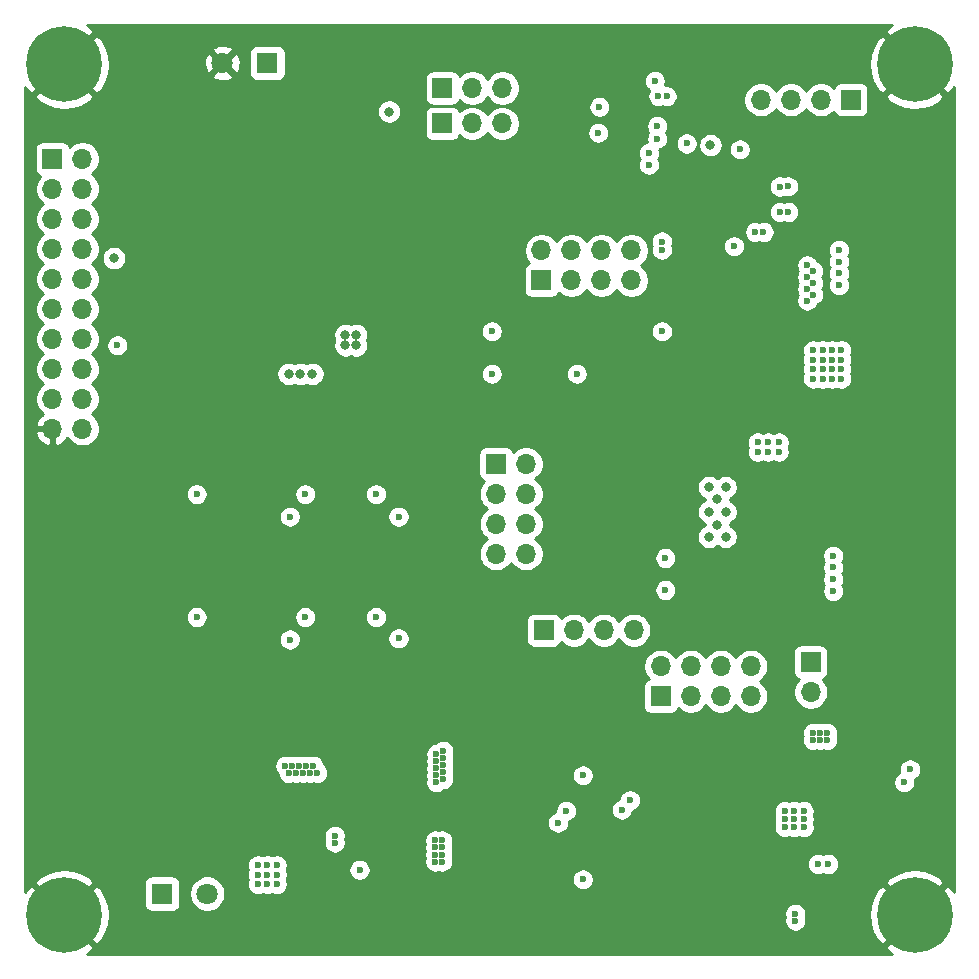
<source format=gbr>
G04 #@! TF.GenerationSoftware,KiCad,Pcbnew,(5.1.12)-1*
G04 #@! TF.CreationDate,2022-01-20T23:42:30+07:00*
G04 #@! TF.ProjectId,Driver_Board,44726976-6572-45f4-926f-6172642e6b69,v.2.0*
G04 #@! TF.SameCoordinates,Original*
G04 #@! TF.FileFunction,Copper,L2,Inr*
G04 #@! TF.FilePolarity,Positive*
%FSLAX46Y46*%
G04 Gerber Fmt 4.6, Leading zero omitted, Abs format (unit mm)*
G04 Created by KiCad (PCBNEW (5.1.12)-1) date 2022-01-20 23:42:30*
%MOMM*%
%LPD*%
G01*
G04 APERTURE LIST*
G04 #@! TA.AperFunction,ComponentPad*
%ADD10O,1.700000X1.700000*%
G04 #@! TD*
G04 #@! TA.AperFunction,ComponentPad*
%ADD11R,1.700000X1.700000*%
G04 #@! TD*
G04 #@! TA.AperFunction,ComponentPad*
%ADD12C,6.400000*%
G04 #@! TD*
G04 #@! TA.AperFunction,ComponentPad*
%ADD13C,0.800000*%
G04 #@! TD*
G04 #@! TA.AperFunction,ComponentPad*
%ADD14C,1.800000*%
G04 #@! TD*
G04 #@! TA.AperFunction,ComponentPad*
%ADD15R,1.800000X1.800000*%
G04 #@! TD*
G04 #@! TA.AperFunction,ViaPad*
%ADD16C,0.800000*%
G04 #@! TD*
G04 #@! TA.AperFunction,ViaPad*
%ADD17C,0.600000*%
G04 #@! TD*
G04 #@! TA.AperFunction,Conductor*
%ADD18C,0.254000*%
G04 #@! TD*
G04 #@! TA.AperFunction,Conductor*
%ADD19C,0.100000*%
G04 #@! TD*
G04 APERTURE END LIST*
D10*
X172220000Y-111900000D03*
X169680000Y-111900000D03*
X167140000Y-111900000D03*
D11*
X164600000Y-111900000D03*
D12*
X124000000Y-64000000D03*
D13*
X126400000Y-64000000D03*
X125697056Y-65697056D03*
X124000000Y-66400000D03*
X122302944Y-65697056D03*
X121600000Y-64000000D03*
X122302944Y-62302944D03*
X124000000Y-61600000D03*
X125697056Y-62302944D03*
X197697056Y-62302944D03*
X196000000Y-61600000D03*
X194302944Y-62302944D03*
X193600000Y-64000000D03*
X194302944Y-65697056D03*
X196000000Y-66400000D03*
X197697056Y-65697056D03*
X198400000Y-64000000D03*
D12*
X196000000Y-64000000D03*
X196000000Y-136000000D03*
D13*
X198400000Y-136000000D03*
X197697056Y-137697056D03*
X196000000Y-138400000D03*
X194302944Y-137697056D03*
X193600000Y-136000000D03*
X194302944Y-134302944D03*
X196000000Y-133600000D03*
X197697056Y-134302944D03*
X125697056Y-134302944D03*
X124000000Y-133600000D03*
X122302944Y-134302944D03*
X121600000Y-136000000D03*
X122302944Y-137697056D03*
X124000000Y-138400000D03*
X125697056Y-137697056D03*
X126400000Y-136000000D03*
D12*
X124000000Y-136000000D03*
D11*
X123000000Y-72000000D03*
D10*
X125540000Y-72000000D03*
X123000000Y-74540000D03*
X125540000Y-74540000D03*
X123000000Y-77080000D03*
X125540000Y-77080000D03*
X123000000Y-79620000D03*
X125540000Y-79620000D03*
X123000000Y-82160000D03*
X125540000Y-82160000D03*
X123000000Y-84700000D03*
X125540000Y-84700000D03*
X123000000Y-87240000D03*
X125540000Y-87240000D03*
X123000000Y-89780000D03*
X125540000Y-89780000D03*
X123000000Y-92320000D03*
X125540000Y-92320000D03*
X123000000Y-94860000D03*
X125540000Y-94860000D03*
D11*
X187200000Y-114600000D03*
D10*
X187200000Y-117140000D03*
D11*
X156010000Y-66000000D03*
D10*
X158550000Y-66000000D03*
X161090000Y-66000000D03*
X161080000Y-69000000D03*
X158540000Y-69000000D03*
D11*
X156000000Y-69000000D03*
X160560000Y-97820000D03*
D10*
X163100000Y-97820000D03*
X160560000Y-100360000D03*
X163100000Y-100360000D03*
X160560000Y-102900000D03*
X163100000Y-102900000D03*
X160560000Y-105440000D03*
X163100000Y-105440000D03*
D11*
X174500000Y-117500000D03*
D10*
X174500000Y-114960000D03*
X177040000Y-117500000D03*
X177040000Y-114960000D03*
X179580000Y-117500000D03*
X179580000Y-114960000D03*
X182120000Y-117500000D03*
X182120000Y-114960000D03*
X172020000Y-79760000D03*
X172020000Y-82300000D03*
X169480000Y-79760000D03*
X169480000Y-82300000D03*
X166940000Y-79760000D03*
X166940000Y-82300000D03*
X164400000Y-79760000D03*
D11*
X164400000Y-82300000D03*
X190600000Y-67000000D03*
D10*
X188060000Y-67000000D03*
X185520000Y-67000000D03*
X182980000Y-67000000D03*
D14*
X136105000Y-134210000D03*
D15*
X132295000Y-134210000D03*
X141205000Y-63890000D03*
D14*
X137395000Y-63890000D03*
D16*
X180200000Y-76300000D03*
X176700000Y-76300000D03*
X176700000Y-74400000D03*
X180200000Y-74400000D03*
X178400000Y-75300000D03*
D17*
X136300000Y-113800000D03*
X139100000Y-117000000D03*
D16*
X179437500Y-67537500D03*
D17*
X174600000Y-82100000D03*
X166300006Y-66000000D03*
X166300000Y-69000000D03*
X164137500Y-75862500D03*
X180300000Y-86600000D03*
X178000000Y-86600000D03*
X179200000Y-88000000D03*
X167400000Y-88500000D03*
X175000000Y-100900000D03*
X175000000Y-102900000D03*
X169800000Y-102100000D03*
X167600000Y-96800000D03*
X167600000Y-99600000D03*
X166500000Y-98200000D03*
X180000003Y-126499997D03*
X179962500Y-135262500D03*
X175400000Y-133500000D03*
X175700016Y-124700010D03*
X169814272Y-103685728D03*
X145175728Y-114024272D03*
X148175728Y-117024272D03*
X145075728Y-103724272D03*
X193600000Y-120700000D03*
X198300000Y-124900000D03*
X197400000Y-124000000D03*
X192750009Y-126650009D03*
X149800000Y-120200000D03*
X149200000Y-120200000D03*
X148600000Y-120200000D03*
X149800000Y-119600000D03*
X149200000Y-119600000D03*
X148600000Y-119600000D03*
X148399950Y-106600000D03*
X189599984Y-78700000D03*
X189100000Y-104600000D03*
X139200000Y-106400000D03*
X125100000Y-105900000D03*
X146700000Y-94700000D03*
X136299982Y-103400000D03*
X174600000Y-79000000D03*
X174600000Y-79700000D03*
X174300000Y-66700000D03*
X174999994Y-66700000D03*
X174600000Y-86600000D03*
X160200012Y-86599988D03*
X140400000Y-131800000D03*
X140400000Y-132600000D03*
X140400000Y-133400000D03*
X141200000Y-131800000D03*
X141200000Y-132600000D03*
X141200000Y-133400000D03*
X142000000Y-131800000D03*
X142000000Y-132600000D03*
X142000000Y-133400000D03*
X146900000Y-129300000D03*
X146900000Y-129900000D03*
X149000000Y-132200000D03*
D16*
X143000000Y-90200000D03*
X144000000Y-90200000D03*
X145000000Y-90200000D03*
X180000000Y-104000000D03*
X178600000Y-104000000D03*
X178600000Y-99800000D03*
X180000000Y-99800000D03*
X179300000Y-103000000D03*
X179300000Y-100800000D03*
X180000000Y-101900000D03*
X178600000Y-101900000D03*
X147800000Y-87800000D03*
X147800000Y-86900000D03*
X148700000Y-86900000D03*
D17*
X142700000Y-123400000D03*
X143300000Y-123400000D03*
X143000000Y-124000000D03*
X144800000Y-124000000D03*
X145400000Y-124000000D03*
X143600000Y-124000000D03*
X144500000Y-123400000D03*
X144200000Y-124000000D03*
X145100000Y-123400000D03*
X143900000Y-123400000D03*
X184600000Y-76499998D03*
X185300000Y-76500000D03*
X167400000Y-90200000D03*
X184569053Y-74344887D03*
X185279464Y-74325391D03*
X182500000Y-78200000D03*
X183200002Y-78200000D03*
X156100000Y-122100000D03*
X156100000Y-122700000D03*
X156100000Y-123300000D03*
X156100000Y-123900000D03*
X155500000Y-123000000D03*
X155500000Y-122400000D03*
X155500000Y-123600000D03*
X155500000Y-124200000D03*
X156100000Y-124500000D03*
X155500000Y-124800000D03*
X189000000Y-89000000D03*
X189000000Y-88200000D03*
X189800000Y-89000000D03*
X189000000Y-89800000D03*
X188200000Y-89000000D03*
X188200000Y-88200000D03*
X189800000Y-88200000D03*
X189800000Y-89800000D03*
X188200000Y-89800000D03*
X188200000Y-90600000D03*
X189000000Y-90600000D03*
X189800000Y-90600000D03*
X187400000Y-90600000D03*
X187400000Y-89800000D03*
X187400000Y-89000000D03*
X187400000Y-88200000D03*
D16*
X148700000Y-87800000D03*
D17*
X187400000Y-120600000D03*
X188000000Y-120600000D03*
X188600000Y-120600000D03*
X188600000Y-121200000D03*
X188000000Y-121200000D03*
X187400000Y-121200000D03*
X155400000Y-129700000D03*
X155400000Y-130300000D03*
X155400000Y-130900000D03*
X155400000Y-131500000D03*
X156000000Y-131500000D03*
X156000000Y-130900000D03*
X156000000Y-130300000D03*
X156000000Y-129700000D03*
X187800000Y-131700000D03*
X188700000Y-131700000D03*
X143100000Y-102300000D03*
X171900000Y-126300000D03*
X135200000Y-100400000D03*
X144400000Y-100400000D03*
X150400000Y-100400000D03*
X135200000Y-110800000D03*
X144400002Y-110800000D03*
X150400000Y-110800000D03*
X143100000Y-112700000D03*
X171200000Y-127100000D03*
X152300000Y-102300000D03*
X166500000Y-127200000D03*
X152300000Y-112600000D03*
X165800000Y-128199998D03*
X167900000Y-133000000D03*
X128500000Y-87800000D03*
X167900000Y-124200000D03*
X195600000Y-123700000D03*
X195114496Y-124791302D03*
X181200000Y-71200000D03*
X174000000Y-65400000D03*
X169300000Y-67600000D03*
X176700000Y-70700000D03*
X174200000Y-69199998D03*
X174200000Y-70300000D03*
X173500000Y-71500000D03*
X173500000Y-72500000D03*
X169200000Y-69800000D03*
D16*
X128200008Y-80400000D03*
D17*
X185900000Y-135900000D03*
X185900000Y-136500000D03*
X174900000Y-105800000D03*
X174900000Y-108500000D03*
X185000000Y-128600000D03*
X185800000Y-128600000D03*
X186600000Y-128600000D03*
X185000000Y-127900000D03*
X185000000Y-127200000D03*
X186600000Y-127200000D03*
X186600000Y-127900000D03*
X185800000Y-127900000D03*
X185800000Y-127200000D03*
X182700000Y-96000000D03*
X183600000Y-96000000D03*
X184500000Y-96000000D03*
X182700000Y-96800000D03*
X183600000Y-96800000D03*
X184500000Y-96800000D03*
X160200000Y-90200000D03*
X180700004Y-79400000D03*
X186900000Y-81000000D03*
X187400000Y-81500000D03*
X186900000Y-82000000D03*
X187400000Y-82500000D03*
X186900000Y-83000000D03*
X187400000Y-83500000D03*
X186900000Y-84000000D03*
D16*
X178700000Y-70850000D03*
X151500000Y-68000000D03*
D17*
X189100000Y-105600000D03*
X189100000Y-106600000D03*
X189100000Y-107600000D03*
X189100000Y-108600000D03*
X189600000Y-82700000D03*
X189600000Y-81700000D03*
X189600000Y-80700000D03*
X189600000Y-79700000D03*
D18*
X193879330Y-60782445D02*
X193838912Y-60809452D01*
X193478724Y-61299119D01*
X196000000Y-63820395D01*
X196014143Y-63806253D01*
X196193748Y-63985858D01*
X196179605Y-64000000D01*
X198700881Y-66521276D01*
X199190548Y-66161088D01*
X199340000Y-65885675D01*
X199340001Y-134111928D01*
X199217555Y-133879330D01*
X199190548Y-133838912D01*
X198700881Y-133478724D01*
X196179605Y-136000000D01*
X196193748Y-136014143D01*
X196014143Y-136193748D01*
X196000000Y-136179605D01*
X193478724Y-138700881D01*
X193838912Y-139190548D01*
X194114325Y-139340000D01*
X125888074Y-139340000D01*
X126120670Y-139217555D01*
X126161088Y-139190548D01*
X126521276Y-138700881D01*
X124000000Y-136179605D01*
X123985858Y-136193748D01*
X123806253Y-136014143D01*
X123820395Y-136000000D01*
X124179605Y-136000000D01*
X126700881Y-138521276D01*
X127190548Y-138161088D01*
X127550849Y-137497118D01*
X127774694Y-136775615D01*
X127853480Y-136024305D01*
X127833545Y-135807911D01*
X184965000Y-135807911D01*
X184965000Y-135992089D01*
X185000932Y-136172729D01*
X185012228Y-136200000D01*
X185000932Y-136227271D01*
X184965000Y-136407911D01*
X184965000Y-136592089D01*
X185000932Y-136772729D01*
X185071414Y-136942889D01*
X185173738Y-137096028D01*
X185303972Y-137226262D01*
X185457111Y-137328586D01*
X185627271Y-137399068D01*
X185807911Y-137435000D01*
X185992089Y-137435000D01*
X186172729Y-137399068D01*
X186342889Y-137328586D01*
X186496028Y-137226262D01*
X186626262Y-137096028D01*
X186728586Y-136942889D01*
X186799068Y-136772729D01*
X186835000Y-136592089D01*
X186835000Y-136407911D01*
X186799068Y-136227271D01*
X186787772Y-136200000D01*
X186799068Y-136172729D01*
X186835000Y-135992089D01*
X186835000Y-135975695D01*
X192146520Y-135975695D01*
X192215822Y-136727938D01*
X192430548Y-137452208D01*
X192782445Y-138120670D01*
X192809452Y-138161088D01*
X193299119Y-138521276D01*
X195820395Y-136000000D01*
X193299119Y-133478724D01*
X192809452Y-133838912D01*
X192449151Y-134502882D01*
X192225306Y-135224385D01*
X192146520Y-135975695D01*
X186835000Y-135975695D01*
X186835000Y-135807911D01*
X186799068Y-135627271D01*
X186728586Y-135457111D01*
X186626262Y-135303972D01*
X186496028Y-135173738D01*
X186342889Y-135071414D01*
X186172729Y-135000932D01*
X185992089Y-134965000D01*
X185807911Y-134965000D01*
X185627271Y-135000932D01*
X185457111Y-135071414D01*
X185303972Y-135173738D01*
X185173738Y-135303972D01*
X185071414Y-135457111D01*
X185000932Y-135627271D01*
X184965000Y-135807911D01*
X127833545Y-135807911D01*
X127784178Y-135272062D01*
X127569452Y-134547792D01*
X127217555Y-133879330D01*
X127190548Y-133838912D01*
X126700881Y-133478724D01*
X124179605Y-136000000D01*
X123820395Y-136000000D01*
X121299119Y-133478724D01*
X120809452Y-133838912D01*
X120660000Y-134114325D01*
X120660000Y-133299119D01*
X121478724Y-133299119D01*
X124000000Y-135820395D01*
X126510395Y-133310000D01*
X130756928Y-133310000D01*
X130756928Y-135110000D01*
X130769188Y-135234482D01*
X130805498Y-135354180D01*
X130864463Y-135464494D01*
X130943815Y-135561185D01*
X131040506Y-135640537D01*
X131150820Y-135699502D01*
X131270518Y-135735812D01*
X131395000Y-135748072D01*
X133195000Y-135748072D01*
X133319482Y-135735812D01*
X133439180Y-135699502D01*
X133549494Y-135640537D01*
X133646185Y-135561185D01*
X133725537Y-135464494D01*
X133784502Y-135354180D01*
X133820812Y-135234482D01*
X133833072Y-135110000D01*
X133833072Y-134058816D01*
X134570000Y-134058816D01*
X134570000Y-134361184D01*
X134628989Y-134657743D01*
X134744701Y-134937095D01*
X134912688Y-135188505D01*
X135126495Y-135402312D01*
X135377905Y-135570299D01*
X135657257Y-135686011D01*
X135953816Y-135745000D01*
X136256184Y-135745000D01*
X136552743Y-135686011D01*
X136832095Y-135570299D01*
X137083505Y-135402312D01*
X137297312Y-135188505D01*
X137465299Y-134937095D01*
X137581011Y-134657743D01*
X137640000Y-134361184D01*
X137640000Y-134058816D01*
X137581011Y-133762257D01*
X137465299Y-133482905D01*
X137297312Y-133231495D01*
X137083505Y-133017688D01*
X136832095Y-132849701D01*
X136552743Y-132733989D01*
X136256184Y-132675000D01*
X135953816Y-132675000D01*
X135657257Y-132733989D01*
X135377905Y-132849701D01*
X135126495Y-133017688D01*
X134912688Y-133231495D01*
X134744701Y-133482905D01*
X134628989Y-133762257D01*
X134570000Y-134058816D01*
X133833072Y-134058816D01*
X133833072Y-133310000D01*
X133820812Y-133185518D01*
X133784502Y-133065820D01*
X133725537Y-132955506D01*
X133646185Y-132858815D01*
X133549494Y-132779463D01*
X133439180Y-132720498D01*
X133319482Y-132684188D01*
X133195000Y-132671928D01*
X131395000Y-132671928D01*
X131270518Y-132684188D01*
X131150820Y-132720498D01*
X131040506Y-132779463D01*
X130943815Y-132858815D01*
X130864463Y-132955506D01*
X130805498Y-133065820D01*
X130769188Y-133185518D01*
X130756928Y-133310000D01*
X126510395Y-133310000D01*
X126521276Y-133299119D01*
X126161088Y-132809452D01*
X125497118Y-132449151D01*
X124775615Y-132225306D01*
X124024305Y-132146520D01*
X123272062Y-132215822D01*
X122547792Y-132430548D01*
X121879330Y-132782445D01*
X121838912Y-132809452D01*
X121478724Y-133299119D01*
X120660000Y-133299119D01*
X120660000Y-131707911D01*
X139465000Y-131707911D01*
X139465000Y-131892089D01*
X139500932Y-132072729D01*
X139553649Y-132200000D01*
X139500932Y-132327271D01*
X139465000Y-132507911D01*
X139465000Y-132692089D01*
X139500932Y-132872729D01*
X139553649Y-133000000D01*
X139500932Y-133127271D01*
X139465000Y-133307911D01*
X139465000Y-133492089D01*
X139500932Y-133672729D01*
X139571414Y-133842889D01*
X139673738Y-133996028D01*
X139803972Y-134126262D01*
X139957111Y-134228586D01*
X140127271Y-134299068D01*
X140307911Y-134335000D01*
X140492089Y-134335000D01*
X140672729Y-134299068D01*
X140800000Y-134246351D01*
X140927271Y-134299068D01*
X141107911Y-134335000D01*
X141292089Y-134335000D01*
X141472729Y-134299068D01*
X141600000Y-134246351D01*
X141727271Y-134299068D01*
X141907911Y-134335000D01*
X142092089Y-134335000D01*
X142272729Y-134299068D01*
X142442889Y-134228586D01*
X142596028Y-134126262D01*
X142726262Y-133996028D01*
X142828586Y-133842889D01*
X142899068Y-133672729D01*
X142935000Y-133492089D01*
X142935000Y-133307911D01*
X142899068Y-133127271D01*
X142846351Y-133000000D01*
X142899068Y-132872729D01*
X142935000Y-132692089D01*
X142935000Y-132507911D01*
X142899068Y-132327271D01*
X142846351Y-132200000D01*
X142884495Y-132107911D01*
X148065000Y-132107911D01*
X148065000Y-132292089D01*
X148100932Y-132472729D01*
X148171414Y-132642889D01*
X148273738Y-132796028D01*
X148403972Y-132926262D01*
X148557111Y-133028586D01*
X148727271Y-133099068D01*
X148907911Y-133135000D01*
X149092089Y-133135000D01*
X149272729Y-133099068D01*
X149442889Y-133028586D01*
X149596028Y-132926262D01*
X149614379Y-132907911D01*
X166965000Y-132907911D01*
X166965000Y-133092089D01*
X167000932Y-133272729D01*
X167071414Y-133442889D01*
X167173738Y-133596028D01*
X167303972Y-133726262D01*
X167457111Y-133828586D01*
X167627271Y-133899068D01*
X167807911Y-133935000D01*
X167992089Y-133935000D01*
X168172729Y-133899068D01*
X168342889Y-133828586D01*
X168496028Y-133726262D01*
X168626262Y-133596028D01*
X168728586Y-133442889D01*
X168788136Y-133299119D01*
X193478724Y-133299119D01*
X196000000Y-135820395D01*
X198521276Y-133299119D01*
X198161088Y-132809452D01*
X197497118Y-132449151D01*
X196775615Y-132225306D01*
X196024305Y-132146520D01*
X195272062Y-132215822D01*
X194547792Y-132430548D01*
X193879330Y-132782445D01*
X193838912Y-132809452D01*
X193478724Y-133299119D01*
X168788136Y-133299119D01*
X168799068Y-133272729D01*
X168835000Y-133092089D01*
X168835000Y-132907911D01*
X168799068Y-132727271D01*
X168728586Y-132557111D01*
X168626262Y-132403972D01*
X168496028Y-132273738D01*
X168342889Y-132171414D01*
X168172729Y-132100932D01*
X167992089Y-132065000D01*
X167807911Y-132065000D01*
X167627271Y-132100932D01*
X167457111Y-132171414D01*
X167303972Y-132273738D01*
X167173738Y-132403972D01*
X167071414Y-132557111D01*
X167000932Y-132727271D01*
X166965000Y-132907911D01*
X149614379Y-132907911D01*
X149726262Y-132796028D01*
X149828586Y-132642889D01*
X149899068Y-132472729D01*
X149935000Y-132292089D01*
X149935000Y-132107911D01*
X149899068Y-131927271D01*
X149828586Y-131757111D01*
X149726262Y-131603972D01*
X149596028Y-131473738D01*
X149442889Y-131371414D01*
X149272729Y-131300932D01*
X149092089Y-131265000D01*
X148907911Y-131265000D01*
X148727271Y-131300932D01*
X148557111Y-131371414D01*
X148403972Y-131473738D01*
X148273738Y-131603972D01*
X148171414Y-131757111D01*
X148100932Y-131927271D01*
X148065000Y-132107911D01*
X142884495Y-132107911D01*
X142899068Y-132072729D01*
X142935000Y-131892089D01*
X142935000Y-131707911D01*
X142899068Y-131527271D01*
X142828586Y-131357111D01*
X142726262Y-131203972D01*
X142596028Y-131073738D01*
X142442889Y-130971414D01*
X142272729Y-130900932D01*
X142092089Y-130865000D01*
X141907911Y-130865000D01*
X141727271Y-130900932D01*
X141600000Y-130953649D01*
X141472729Y-130900932D01*
X141292089Y-130865000D01*
X141107911Y-130865000D01*
X140927271Y-130900932D01*
X140800000Y-130953649D01*
X140672729Y-130900932D01*
X140492089Y-130865000D01*
X140307911Y-130865000D01*
X140127271Y-130900932D01*
X139957111Y-130971414D01*
X139803972Y-131073738D01*
X139673738Y-131203972D01*
X139571414Y-131357111D01*
X139500932Y-131527271D01*
X139465000Y-131707911D01*
X120660000Y-131707911D01*
X120660000Y-129207911D01*
X145965000Y-129207911D01*
X145965000Y-129392089D01*
X146000932Y-129572729D01*
X146012228Y-129600000D01*
X146000932Y-129627271D01*
X145965000Y-129807911D01*
X145965000Y-129992089D01*
X146000932Y-130172729D01*
X146071414Y-130342889D01*
X146173738Y-130496028D01*
X146303972Y-130626262D01*
X146457111Y-130728586D01*
X146627271Y-130799068D01*
X146807911Y-130835000D01*
X146992089Y-130835000D01*
X147172729Y-130799068D01*
X147342889Y-130728586D01*
X147496028Y-130626262D01*
X147626262Y-130496028D01*
X147728586Y-130342889D01*
X147799068Y-130172729D01*
X147835000Y-129992089D01*
X147835000Y-129807911D01*
X147799068Y-129627271D01*
X147791049Y-129607911D01*
X154465000Y-129607911D01*
X154465000Y-129792089D01*
X154500932Y-129972729D01*
X154512228Y-130000000D01*
X154500932Y-130027271D01*
X154465000Y-130207911D01*
X154465000Y-130392089D01*
X154500932Y-130572729D01*
X154512228Y-130600000D01*
X154500932Y-130627271D01*
X154465000Y-130807911D01*
X154465000Y-130992089D01*
X154500932Y-131172729D01*
X154512228Y-131200000D01*
X154500932Y-131227271D01*
X154465000Y-131407911D01*
X154465000Y-131592089D01*
X154500932Y-131772729D01*
X154571414Y-131942889D01*
X154673738Y-132096028D01*
X154803972Y-132226262D01*
X154957111Y-132328586D01*
X155127271Y-132399068D01*
X155307911Y-132435000D01*
X155492089Y-132435000D01*
X155672729Y-132399068D01*
X155700000Y-132387772D01*
X155727271Y-132399068D01*
X155907911Y-132435000D01*
X156092089Y-132435000D01*
X156272729Y-132399068D01*
X156442889Y-132328586D01*
X156596028Y-132226262D01*
X156726262Y-132096028D01*
X156828586Y-131942889D01*
X156899068Y-131772729D01*
X156931852Y-131607911D01*
X186865000Y-131607911D01*
X186865000Y-131792089D01*
X186900932Y-131972729D01*
X186971414Y-132142889D01*
X187073738Y-132296028D01*
X187203972Y-132426262D01*
X187357111Y-132528586D01*
X187527271Y-132599068D01*
X187707911Y-132635000D01*
X187892089Y-132635000D01*
X188072729Y-132599068D01*
X188242889Y-132528586D01*
X188250000Y-132523835D01*
X188257111Y-132528586D01*
X188427271Y-132599068D01*
X188607911Y-132635000D01*
X188792089Y-132635000D01*
X188972729Y-132599068D01*
X189142889Y-132528586D01*
X189296028Y-132426262D01*
X189426262Y-132296028D01*
X189528586Y-132142889D01*
X189599068Y-131972729D01*
X189635000Y-131792089D01*
X189635000Y-131607911D01*
X189599068Y-131427271D01*
X189528586Y-131257111D01*
X189426262Y-131103972D01*
X189296028Y-130973738D01*
X189142889Y-130871414D01*
X188972729Y-130800932D01*
X188792089Y-130765000D01*
X188607911Y-130765000D01*
X188427271Y-130800932D01*
X188257111Y-130871414D01*
X188250000Y-130876165D01*
X188242889Y-130871414D01*
X188072729Y-130800932D01*
X187892089Y-130765000D01*
X187707911Y-130765000D01*
X187527271Y-130800932D01*
X187357111Y-130871414D01*
X187203972Y-130973738D01*
X187073738Y-131103972D01*
X186971414Y-131257111D01*
X186900932Y-131427271D01*
X186865000Y-131607911D01*
X156931852Y-131607911D01*
X156935000Y-131592089D01*
X156935000Y-131407911D01*
X156899068Y-131227271D01*
X156887772Y-131200000D01*
X156899068Y-131172729D01*
X156935000Y-130992089D01*
X156935000Y-130807911D01*
X156899068Y-130627271D01*
X156887772Y-130600000D01*
X156899068Y-130572729D01*
X156935000Y-130392089D01*
X156935000Y-130207911D01*
X156899068Y-130027271D01*
X156887772Y-130000000D01*
X156899068Y-129972729D01*
X156935000Y-129792089D01*
X156935000Y-129607911D01*
X156899068Y-129427271D01*
X156828586Y-129257111D01*
X156726262Y-129103972D01*
X156596028Y-128973738D01*
X156442889Y-128871414D01*
X156272729Y-128800932D01*
X156092089Y-128765000D01*
X155907911Y-128765000D01*
X155727271Y-128800932D01*
X155700000Y-128812228D01*
X155672729Y-128800932D01*
X155492089Y-128765000D01*
X155307911Y-128765000D01*
X155127271Y-128800932D01*
X154957111Y-128871414D01*
X154803972Y-128973738D01*
X154673738Y-129103972D01*
X154571414Y-129257111D01*
X154500932Y-129427271D01*
X154465000Y-129607911D01*
X147791049Y-129607911D01*
X147787772Y-129600000D01*
X147799068Y-129572729D01*
X147835000Y-129392089D01*
X147835000Y-129207911D01*
X147799068Y-129027271D01*
X147728586Y-128857111D01*
X147626262Y-128703972D01*
X147496028Y-128573738D01*
X147342889Y-128471414D01*
X147172729Y-128400932D01*
X146992089Y-128365000D01*
X146807911Y-128365000D01*
X146627271Y-128400932D01*
X146457111Y-128471414D01*
X146303972Y-128573738D01*
X146173738Y-128703972D01*
X146071414Y-128857111D01*
X146000932Y-129027271D01*
X145965000Y-129207911D01*
X120660000Y-129207911D01*
X120660000Y-128107909D01*
X164865000Y-128107909D01*
X164865000Y-128292087D01*
X164900932Y-128472727D01*
X164971414Y-128642887D01*
X165073738Y-128796026D01*
X165203972Y-128926260D01*
X165357111Y-129028584D01*
X165527271Y-129099066D01*
X165707911Y-129134998D01*
X165892089Y-129134998D01*
X166072729Y-129099066D01*
X166242889Y-129028584D01*
X166396028Y-128926260D01*
X166526262Y-128796026D01*
X166628586Y-128642887D01*
X166699068Y-128472727D01*
X166735000Y-128292087D01*
X166735000Y-128107909D01*
X166734744Y-128106624D01*
X166772729Y-128099068D01*
X166942889Y-128028586D01*
X167096028Y-127926262D01*
X167226262Y-127796028D01*
X167328586Y-127642889D01*
X167399068Y-127472729D01*
X167435000Y-127292089D01*
X167435000Y-127107911D01*
X167415109Y-127007911D01*
X170265000Y-127007911D01*
X170265000Y-127192089D01*
X170300932Y-127372729D01*
X170371414Y-127542889D01*
X170473738Y-127696028D01*
X170603972Y-127826262D01*
X170757111Y-127928586D01*
X170927271Y-127999068D01*
X171107911Y-128035000D01*
X171292089Y-128035000D01*
X171472729Y-127999068D01*
X171642889Y-127928586D01*
X171796028Y-127826262D01*
X171926262Y-127696028D01*
X172028586Y-127542889D01*
X172099068Y-127372729D01*
X172132000Y-127207170D01*
X172172729Y-127199068D01*
X172342889Y-127128586D01*
X172373831Y-127107911D01*
X184065000Y-127107911D01*
X184065000Y-127292089D01*
X184100932Y-127472729D01*
X184132938Y-127550000D01*
X184100932Y-127627271D01*
X184065000Y-127807911D01*
X184065000Y-127992089D01*
X184100932Y-128172729D01*
X184132938Y-128250000D01*
X184100932Y-128327271D01*
X184065000Y-128507911D01*
X184065000Y-128692089D01*
X184100932Y-128872729D01*
X184171414Y-129042889D01*
X184273738Y-129196028D01*
X184403972Y-129326262D01*
X184557111Y-129428586D01*
X184727271Y-129499068D01*
X184907911Y-129535000D01*
X185092089Y-129535000D01*
X185272729Y-129499068D01*
X185400000Y-129446351D01*
X185527271Y-129499068D01*
X185707911Y-129535000D01*
X185892089Y-129535000D01*
X186072729Y-129499068D01*
X186200000Y-129446351D01*
X186327271Y-129499068D01*
X186507911Y-129535000D01*
X186692089Y-129535000D01*
X186872729Y-129499068D01*
X187042889Y-129428586D01*
X187196028Y-129326262D01*
X187326262Y-129196028D01*
X187428586Y-129042889D01*
X187499068Y-128872729D01*
X187535000Y-128692089D01*
X187535000Y-128507911D01*
X187499068Y-128327271D01*
X187467062Y-128250000D01*
X187499068Y-128172729D01*
X187535000Y-127992089D01*
X187535000Y-127807911D01*
X187499068Y-127627271D01*
X187467062Y-127550000D01*
X187499068Y-127472729D01*
X187535000Y-127292089D01*
X187535000Y-127107911D01*
X187499068Y-126927271D01*
X187428586Y-126757111D01*
X187326262Y-126603972D01*
X187196028Y-126473738D01*
X187042889Y-126371414D01*
X186872729Y-126300932D01*
X186692089Y-126265000D01*
X186507911Y-126265000D01*
X186327271Y-126300932D01*
X186200000Y-126353649D01*
X186072729Y-126300932D01*
X185892089Y-126265000D01*
X185707911Y-126265000D01*
X185527271Y-126300932D01*
X185400000Y-126353649D01*
X185272729Y-126300932D01*
X185092089Y-126265000D01*
X184907911Y-126265000D01*
X184727271Y-126300932D01*
X184557111Y-126371414D01*
X184403972Y-126473738D01*
X184273738Y-126603972D01*
X184171414Y-126757111D01*
X184100932Y-126927271D01*
X184065000Y-127107911D01*
X172373831Y-127107911D01*
X172496028Y-127026262D01*
X172626262Y-126896028D01*
X172728586Y-126742889D01*
X172799068Y-126572729D01*
X172835000Y-126392089D01*
X172835000Y-126207911D01*
X172799068Y-126027271D01*
X172728586Y-125857111D01*
X172626262Y-125703972D01*
X172496028Y-125573738D01*
X172342889Y-125471414D01*
X172172729Y-125400932D01*
X171992089Y-125365000D01*
X171807911Y-125365000D01*
X171627271Y-125400932D01*
X171457111Y-125471414D01*
X171303972Y-125573738D01*
X171173738Y-125703972D01*
X171071414Y-125857111D01*
X171000932Y-126027271D01*
X170968000Y-126192830D01*
X170927271Y-126200932D01*
X170757111Y-126271414D01*
X170603972Y-126373738D01*
X170473738Y-126503972D01*
X170371414Y-126657111D01*
X170300932Y-126827271D01*
X170265000Y-127007911D01*
X167415109Y-127007911D01*
X167399068Y-126927271D01*
X167328586Y-126757111D01*
X167226262Y-126603972D01*
X167096028Y-126473738D01*
X166942889Y-126371414D01*
X166772729Y-126300932D01*
X166592089Y-126265000D01*
X166407911Y-126265000D01*
X166227271Y-126300932D01*
X166057111Y-126371414D01*
X165903972Y-126473738D01*
X165773738Y-126603972D01*
X165671414Y-126757111D01*
X165600932Y-126927271D01*
X165565000Y-127107911D01*
X165565000Y-127292089D01*
X165565256Y-127293374D01*
X165527271Y-127300930D01*
X165357111Y-127371412D01*
X165203972Y-127473736D01*
X165073738Y-127603970D01*
X164971414Y-127757109D01*
X164900932Y-127927269D01*
X164865000Y-128107909D01*
X120660000Y-128107909D01*
X120660000Y-123307911D01*
X141765000Y-123307911D01*
X141765000Y-123492089D01*
X141800932Y-123672729D01*
X141871414Y-123842889D01*
X141973738Y-123996028D01*
X142065000Y-124087290D01*
X142065000Y-124092089D01*
X142100932Y-124272729D01*
X142171414Y-124442889D01*
X142273738Y-124596028D01*
X142403972Y-124726262D01*
X142557111Y-124828586D01*
X142727271Y-124899068D01*
X142907911Y-124935000D01*
X143092089Y-124935000D01*
X143272729Y-124899068D01*
X143300000Y-124887772D01*
X143327271Y-124899068D01*
X143507911Y-124935000D01*
X143692089Y-124935000D01*
X143872729Y-124899068D01*
X143900000Y-124887772D01*
X143927271Y-124899068D01*
X144107911Y-124935000D01*
X144292089Y-124935000D01*
X144472729Y-124899068D01*
X144500000Y-124887772D01*
X144527271Y-124899068D01*
X144707911Y-124935000D01*
X144892089Y-124935000D01*
X145072729Y-124899068D01*
X145100000Y-124887772D01*
X145127271Y-124899068D01*
X145307911Y-124935000D01*
X145492089Y-124935000D01*
X145672729Y-124899068D01*
X145842889Y-124828586D01*
X145996028Y-124726262D01*
X146126262Y-124596028D01*
X146228586Y-124442889D01*
X146299068Y-124272729D01*
X146335000Y-124092089D01*
X146335000Y-123907911D01*
X146299068Y-123727271D01*
X146228586Y-123557111D01*
X146126262Y-123403972D01*
X146035000Y-123312710D01*
X146035000Y-123307911D01*
X145999068Y-123127271D01*
X145928586Y-122957111D01*
X145826262Y-122803972D01*
X145696028Y-122673738D01*
X145542889Y-122571414D01*
X145372729Y-122500932D01*
X145192089Y-122465000D01*
X145007911Y-122465000D01*
X144827271Y-122500932D01*
X144800000Y-122512228D01*
X144772729Y-122500932D01*
X144592089Y-122465000D01*
X144407911Y-122465000D01*
X144227271Y-122500932D01*
X144200000Y-122512228D01*
X144172729Y-122500932D01*
X143992089Y-122465000D01*
X143807911Y-122465000D01*
X143627271Y-122500932D01*
X143600000Y-122512228D01*
X143572729Y-122500932D01*
X143392089Y-122465000D01*
X143207911Y-122465000D01*
X143027271Y-122500932D01*
X143000000Y-122512228D01*
X142972729Y-122500932D01*
X142792089Y-122465000D01*
X142607911Y-122465000D01*
X142427271Y-122500932D01*
X142257111Y-122571414D01*
X142103972Y-122673738D01*
X141973738Y-122803972D01*
X141871414Y-122957111D01*
X141800932Y-123127271D01*
X141765000Y-123307911D01*
X120660000Y-123307911D01*
X120660000Y-122307911D01*
X154565000Y-122307911D01*
X154565000Y-122492089D01*
X154600932Y-122672729D01*
X154612228Y-122700000D01*
X154600932Y-122727271D01*
X154565000Y-122907911D01*
X154565000Y-123092089D01*
X154600932Y-123272729D01*
X154612228Y-123300000D01*
X154600932Y-123327271D01*
X154565000Y-123507911D01*
X154565000Y-123692089D01*
X154600932Y-123872729D01*
X154612228Y-123900000D01*
X154600932Y-123927271D01*
X154565000Y-124107911D01*
X154565000Y-124292089D01*
X154600932Y-124472729D01*
X154612228Y-124500000D01*
X154600932Y-124527271D01*
X154565000Y-124707911D01*
X154565000Y-124892089D01*
X154600932Y-125072729D01*
X154671414Y-125242889D01*
X154773738Y-125396028D01*
X154903972Y-125526262D01*
X155057111Y-125628586D01*
X155227271Y-125699068D01*
X155407911Y-125735000D01*
X155592089Y-125735000D01*
X155772729Y-125699068D01*
X155942889Y-125628586D01*
X156096028Y-125526262D01*
X156187290Y-125435000D01*
X156192089Y-125435000D01*
X156372729Y-125399068D01*
X156542889Y-125328586D01*
X156696028Y-125226262D01*
X156826262Y-125096028D01*
X156928586Y-124942889D01*
X156999068Y-124772729D01*
X157035000Y-124592089D01*
X157035000Y-124407911D01*
X156999068Y-124227271D01*
X156987772Y-124200000D01*
X156999068Y-124172729D01*
X157011961Y-124107911D01*
X166965000Y-124107911D01*
X166965000Y-124292089D01*
X167000932Y-124472729D01*
X167071414Y-124642889D01*
X167173738Y-124796028D01*
X167303972Y-124926262D01*
X167457111Y-125028586D01*
X167627271Y-125099068D01*
X167807911Y-125135000D01*
X167992089Y-125135000D01*
X168172729Y-125099068D01*
X168342889Y-125028586D01*
X168496028Y-124926262D01*
X168626262Y-124796028D01*
X168690951Y-124699213D01*
X194179496Y-124699213D01*
X194179496Y-124883391D01*
X194215428Y-125064031D01*
X194285910Y-125234191D01*
X194388234Y-125387330D01*
X194518468Y-125517564D01*
X194671607Y-125619888D01*
X194841767Y-125690370D01*
X195022407Y-125726302D01*
X195206585Y-125726302D01*
X195387225Y-125690370D01*
X195557385Y-125619888D01*
X195710524Y-125517564D01*
X195840758Y-125387330D01*
X195943082Y-125234191D01*
X196013564Y-125064031D01*
X196049496Y-124883391D01*
X196049496Y-124699213D01*
X196017636Y-124539046D01*
X196042889Y-124528586D01*
X196196028Y-124426262D01*
X196326262Y-124296028D01*
X196428586Y-124142889D01*
X196499068Y-123972729D01*
X196535000Y-123792089D01*
X196535000Y-123607911D01*
X196499068Y-123427271D01*
X196428586Y-123257111D01*
X196326262Y-123103972D01*
X196196028Y-122973738D01*
X196042889Y-122871414D01*
X195872729Y-122800932D01*
X195692089Y-122765000D01*
X195507911Y-122765000D01*
X195327271Y-122800932D01*
X195157111Y-122871414D01*
X195003972Y-122973738D01*
X194873738Y-123103972D01*
X194771414Y-123257111D01*
X194700932Y-123427271D01*
X194665000Y-123607911D01*
X194665000Y-123792089D01*
X194696860Y-123952256D01*
X194671607Y-123962716D01*
X194518468Y-124065040D01*
X194388234Y-124195274D01*
X194285910Y-124348413D01*
X194215428Y-124518573D01*
X194179496Y-124699213D01*
X168690951Y-124699213D01*
X168728586Y-124642889D01*
X168799068Y-124472729D01*
X168835000Y-124292089D01*
X168835000Y-124107911D01*
X168799068Y-123927271D01*
X168728586Y-123757111D01*
X168626262Y-123603972D01*
X168496028Y-123473738D01*
X168342889Y-123371414D01*
X168172729Y-123300932D01*
X167992089Y-123265000D01*
X167807911Y-123265000D01*
X167627271Y-123300932D01*
X167457111Y-123371414D01*
X167303972Y-123473738D01*
X167173738Y-123603972D01*
X167071414Y-123757111D01*
X167000932Y-123927271D01*
X166965000Y-124107911D01*
X157011961Y-124107911D01*
X157035000Y-123992089D01*
X157035000Y-123807911D01*
X156999068Y-123627271D01*
X156987772Y-123600000D01*
X156999068Y-123572729D01*
X157035000Y-123392089D01*
X157035000Y-123207911D01*
X156999068Y-123027271D01*
X156987772Y-123000000D01*
X156999068Y-122972729D01*
X157035000Y-122792089D01*
X157035000Y-122607911D01*
X156999068Y-122427271D01*
X156987772Y-122400000D01*
X156999068Y-122372729D01*
X157035000Y-122192089D01*
X157035000Y-122007911D01*
X156999068Y-121827271D01*
X156928586Y-121657111D01*
X156826262Y-121503972D01*
X156696028Y-121373738D01*
X156542889Y-121271414D01*
X156372729Y-121200932D01*
X156192089Y-121165000D01*
X156007911Y-121165000D01*
X155827271Y-121200932D01*
X155657111Y-121271414D01*
X155503972Y-121373738D01*
X155412710Y-121465000D01*
X155407911Y-121465000D01*
X155227271Y-121500932D01*
X155057111Y-121571414D01*
X154903972Y-121673738D01*
X154773738Y-121803972D01*
X154671414Y-121957111D01*
X154600932Y-122127271D01*
X154565000Y-122307911D01*
X120660000Y-122307911D01*
X120660000Y-120507911D01*
X186465000Y-120507911D01*
X186465000Y-120692089D01*
X186500932Y-120872729D01*
X186512228Y-120900000D01*
X186500932Y-120927271D01*
X186465000Y-121107911D01*
X186465000Y-121292089D01*
X186500932Y-121472729D01*
X186571414Y-121642889D01*
X186673738Y-121796028D01*
X186803972Y-121926262D01*
X186957111Y-122028586D01*
X187127271Y-122099068D01*
X187307911Y-122135000D01*
X187492089Y-122135000D01*
X187672729Y-122099068D01*
X187700000Y-122087772D01*
X187727271Y-122099068D01*
X187907911Y-122135000D01*
X188092089Y-122135000D01*
X188272729Y-122099068D01*
X188300000Y-122087772D01*
X188327271Y-122099068D01*
X188507911Y-122135000D01*
X188692089Y-122135000D01*
X188872729Y-122099068D01*
X189042889Y-122028586D01*
X189196028Y-121926262D01*
X189326262Y-121796028D01*
X189428586Y-121642889D01*
X189499068Y-121472729D01*
X189535000Y-121292089D01*
X189535000Y-121107911D01*
X189499068Y-120927271D01*
X189487772Y-120900000D01*
X189499068Y-120872729D01*
X189535000Y-120692089D01*
X189535000Y-120507911D01*
X189499068Y-120327271D01*
X189428586Y-120157111D01*
X189326262Y-120003972D01*
X189196028Y-119873738D01*
X189042889Y-119771414D01*
X188872729Y-119700932D01*
X188692089Y-119665000D01*
X188507911Y-119665000D01*
X188327271Y-119700932D01*
X188300000Y-119712228D01*
X188272729Y-119700932D01*
X188092089Y-119665000D01*
X187907911Y-119665000D01*
X187727271Y-119700932D01*
X187700000Y-119712228D01*
X187672729Y-119700932D01*
X187492089Y-119665000D01*
X187307911Y-119665000D01*
X187127271Y-119700932D01*
X186957111Y-119771414D01*
X186803972Y-119873738D01*
X186673738Y-120003972D01*
X186571414Y-120157111D01*
X186500932Y-120327271D01*
X186465000Y-120507911D01*
X120660000Y-120507911D01*
X120660000Y-116650000D01*
X173011928Y-116650000D01*
X173011928Y-118350000D01*
X173024188Y-118474482D01*
X173060498Y-118594180D01*
X173119463Y-118704494D01*
X173198815Y-118801185D01*
X173295506Y-118880537D01*
X173405820Y-118939502D01*
X173525518Y-118975812D01*
X173650000Y-118988072D01*
X175350000Y-118988072D01*
X175474482Y-118975812D01*
X175594180Y-118939502D01*
X175704494Y-118880537D01*
X175801185Y-118801185D01*
X175880537Y-118704494D01*
X175939502Y-118594180D01*
X175961513Y-118521620D01*
X176093368Y-118653475D01*
X176336589Y-118815990D01*
X176606842Y-118927932D01*
X176893740Y-118985000D01*
X177186260Y-118985000D01*
X177473158Y-118927932D01*
X177743411Y-118815990D01*
X177986632Y-118653475D01*
X178193475Y-118446632D01*
X178310000Y-118272240D01*
X178426525Y-118446632D01*
X178633368Y-118653475D01*
X178876589Y-118815990D01*
X179146842Y-118927932D01*
X179433740Y-118985000D01*
X179726260Y-118985000D01*
X180013158Y-118927932D01*
X180283411Y-118815990D01*
X180526632Y-118653475D01*
X180733475Y-118446632D01*
X180850000Y-118272240D01*
X180966525Y-118446632D01*
X181173368Y-118653475D01*
X181416589Y-118815990D01*
X181686842Y-118927932D01*
X181973740Y-118985000D01*
X182266260Y-118985000D01*
X182553158Y-118927932D01*
X182823411Y-118815990D01*
X183066632Y-118653475D01*
X183273475Y-118446632D01*
X183435990Y-118203411D01*
X183547932Y-117933158D01*
X183605000Y-117646260D01*
X183605000Y-117353740D01*
X183547932Y-117066842D01*
X183435990Y-116796589D01*
X183273475Y-116553368D01*
X183066632Y-116346525D01*
X182892240Y-116230000D01*
X183066632Y-116113475D01*
X183273475Y-115906632D01*
X183435990Y-115663411D01*
X183547932Y-115393158D01*
X183605000Y-115106260D01*
X183605000Y-114813740D01*
X183547932Y-114526842D01*
X183435990Y-114256589D01*
X183273475Y-114013368D01*
X183066632Y-113806525D01*
X182982037Y-113750000D01*
X185711928Y-113750000D01*
X185711928Y-115450000D01*
X185724188Y-115574482D01*
X185760498Y-115694180D01*
X185819463Y-115804494D01*
X185898815Y-115901185D01*
X185995506Y-115980537D01*
X186105820Y-116039502D01*
X186178380Y-116061513D01*
X186046525Y-116193368D01*
X185884010Y-116436589D01*
X185772068Y-116706842D01*
X185715000Y-116993740D01*
X185715000Y-117286260D01*
X185772068Y-117573158D01*
X185884010Y-117843411D01*
X186046525Y-118086632D01*
X186253368Y-118293475D01*
X186496589Y-118455990D01*
X186766842Y-118567932D01*
X187053740Y-118625000D01*
X187346260Y-118625000D01*
X187633158Y-118567932D01*
X187903411Y-118455990D01*
X188146632Y-118293475D01*
X188353475Y-118086632D01*
X188515990Y-117843411D01*
X188627932Y-117573158D01*
X188685000Y-117286260D01*
X188685000Y-116993740D01*
X188627932Y-116706842D01*
X188515990Y-116436589D01*
X188353475Y-116193368D01*
X188221620Y-116061513D01*
X188294180Y-116039502D01*
X188404494Y-115980537D01*
X188501185Y-115901185D01*
X188580537Y-115804494D01*
X188639502Y-115694180D01*
X188675812Y-115574482D01*
X188688072Y-115450000D01*
X188688072Y-113750000D01*
X188675812Y-113625518D01*
X188639502Y-113505820D01*
X188580537Y-113395506D01*
X188501185Y-113298815D01*
X188404494Y-113219463D01*
X188294180Y-113160498D01*
X188174482Y-113124188D01*
X188050000Y-113111928D01*
X186350000Y-113111928D01*
X186225518Y-113124188D01*
X186105820Y-113160498D01*
X185995506Y-113219463D01*
X185898815Y-113298815D01*
X185819463Y-113395506D01*
X185760498Y-113505820D01*
X185724188Y-113625518D01*
X185711928Y-113750000D01*
X182982037Y-113750000D01*
X182823411Y-113644010D01*
X182553158Y-113532068D01*
X182266260Y-113475000D01*
X181973740Y-113475000D01*
X181686842Y-113532068D01*
X181416589Y-113644010D01*
X181173368Y-113806525D01*
X180966525Y-114013368D01*
X180850000Y-114187760D01*
X180733475Y-114013368D01*
X180526632Y-113806525D01*
X180283411Y-113644010D01*
X180013158Y-113532068D01*
X179726260Y-113475000D01*
X179433740Y-113475000D01*
X179146842Y-113532068D01*
X178876589Y-113644010D01*
X178633368Y-113806525D01*
X178426525Y-114013368D01*
X178310000Y-114187760D01*
X178193475Y-114013368D01*
X177986632Y-113806525D01*
X177743411Y-113644010D01*
X177473158Y-113532068D01*
X177186260Y-113475000D01*
X176893740Y-113475000D01*
X176606842Y-113532068D01*
X176336589Y-113644010D01*
X176093368Y-113806525D01*
X175886525Y-114013368D01*
X175770000Y-114187760D01*
X175653475Y-114013368D01*
X175446632Y-113806525D01*
X175203411Y-113644010D01*
X174933158Y-113532068D01*
X174646260Y-113475000D01*
X174353740Y-113475000D01*
X174066842Y-113532068D01*
X173796589Y-113644010D01*
X173553368Y-113806525D01*
X173346525Y-114013368D01*
X173184010Y-114256589D01*
X173072068Y-114526842D01*
X173015000Y-114813740D01*
X173015000Y-115106260D01*
X173072068Y-115393158D01*
X173184010Y-115663411D01*
X173346525Y-115906632D01*
X173478380Y-116038487D01*
X173405820Y-116060498D01*
X173295506Y-116119463D01*
X173198815Y-116198815D01*
X173119463Y-116295506D01*
X173060498Y-116405820D01*
X173024188Y-116525518D01*
X173011928Y-116650000D01*
X120660000Y-116650000D01*
X120660000Y-112607911D01*
X142165000Y-112607911D01*
X142165000Y-112792089D01*
X142200932Y-112972729D01*
X142271414Y-113142889D01*
X142373738Y-113296028D01*
X142503972Y-113426262D01*
X142657111Y-113528586D01*
X142827271Y-113599068D01*
X143007911Y-113635000D01*
X143192089Y-113635000D01*
X143372729Y-113599068D01*
X143542889Y-113528586D01*
X143696028Y-113426262D01*
X143826262Y-113296028D01*
X143928586Y-113142889D01*
X143999068Y-112972729D01*
X144035000Y-112792089D01*
X144035000Y-112607911D01*
X144015109Y-112507911D01*
X151365000Y-112507911D01*
X151365000Y-112692089D01*
X151400932Y-112872729D01*
X151471414Y-113042889D01*
X151573738Y-113196028D01*
X151703972Y-113326262D01*
X151857111Y-113428586D01*
X152027271Y-113499068D01*
X152207911Y-113535000D01*
X152392089Y-113535000D01*
X152572729Y-113499068D01*
X152742889Y-113428586D01*
X152896028Y-113326262D01*
X153026262Y-113196028D01*
X153128586Y-113042889D01*
X153199068Y-112872729D01*
X153235000Y-112692089D01*
X153235000Y-112507911D01*
X153199068Y-112327271D01*
X153128586Y-112157111D01*
X153026262Y-112003972D01*
X152896028Y-111873738D01*
X152742889Y-111771414D01*
X152572729Y-111700932D01*
X152392089Y-111665000D01*
X152207911Y-111665000D01*
X152027271Y-111700932D01*
X151857111Y-111771414D01*
X151703972Y-111873738D01*
X151573738Y-112003972D01*
X151471414Y-112157111D01*
X151400932Y-112327271D01*
X151365000Y-112507911D01*
X144015109Y-112507911D01*
X143999068Y-112427271D01*
X143928586Y-112257111D01*
X143826262Y-112103972D01*
X143696028Y-111973738D01*
X143542889Y-111871414D01*
X143372729Y-111800932D01*
X143192089Y-111765000D01*
X143007911Y-111765000D01*
X142827271Y-111800932D01*
X142657111Y-111871414D01*
X142503972Y-111973738D01*
X142373738Y-112103972D01*
X142271414Y-112257111D01*
X142200932Y-112427271D01*
X142165000Y-112607911D01*
X120660000Y-112607911D01*
X120660000Y-110707911D01*
X134265000Y-110707911D01*
X134265000Y-110892089D01*
X134300932Y-111072729D01*
X134371414Y-111242889D01*
X134473738Y-111396028D01*
X134603972Y-111526262D01*
X134757111Y-111628586D01*
X134927271Y-111699068D01*
X135107911Y-111735000D01*
X135292089Y-111735000D01*
X135472729Y-111699068D01*
X135642889Y-111628586D01*
X135796028Y-111526262D01*
X135926262Y-111396028D01*
X136028586Y-111242889D01*
X136099068Y-111072729D01*
X136135000Y-110892089D01*
X136135000Y-110707911D01*
X143465002Y-110707911D01*
X143465002Y-110892089D01*
X143500934Y-111072729D01*
X143571416Y-111242889D01*
X143673740Y-111396028D01*
X143803974Y-111526262D01*
X143957113Y-111628586D01*
X144127273Y-111699068D01*
X144307913Y-111735000D01*
X144492091Y-111735000D01*
X144672731Y-111699068D01*
X144842891Y-111628586D01*
X144996030Y-111526262D01*
X145126264Y-111396028D01*
X145228588Y-111242889D01*
X145299070Y-111072729D01*
X145335002Y-110892089D01*
X145335002Y-110707911D01*
X149465000Y-110707911D01*
X149465000Y-110892089D01*
X149500932Y-111072729D01*
X149571414Y-111242889D01*
X149673738Y-111396028D01*
X149803972Y-111526262D01*
X149957111Y-111628586D01*
X150127271Y-111699068D01*
X150307911Y-111735000D01*
X150492089Y-111735000D01*
X150672729Y-111699068D01*
X150842889Y-111628586D01*
X150996028Y-111526262D01*
X151126262Y-111396028D01*
X151228586Y-111242889D01*
X151299068Y-111072729D01*
X151303589Y-111050000D01*
X163111928Y-111050000D01*
X163111928Y-112750000D01*
X163124188Y-112874482D01*
X163160498Y-112994180D01*
X163219463Y-113104494D01*
X163298815Y-113201185D01*
X163395506Y-113280537D01*
X163505820Y-113339502D01*
X163625518Y-113375812D01*
X163750000Y-113388072D01*
X165450000Y-113388072D01*
X165574482Y-113375812D01*
X165694180Y-113339502D01*
X165804494Y-113280537D01*
X165901185Y-113201185D01*
X165980537Y-113104494D01*
X166039502Y-112994180D01*
X166061513Y-112921620D01*
X166193368Y-113053475D01*
X166436589Y-113215990D01*
X166706842Y-113327932D01*
X166993740Y-113385000D01*
X167286260Y-113385000D01*
X167573158Y-113327932D01*
X167843411Y-113215990D01*
X168086632Y-113053475D01*
X168293475Y-112846632D01*
X168410000Y-112672240D01*
X168526525Y-112846632D01*
X168733368Y-113053475D01*
X168976589Y-113215990D01*
X169246842Y-113327932D01*
X169533740Y-113385000D01*
X169826260Y-113385000D01*
X170113158Y-113327932D01*
X170383411Y-113215990D01*
X170626632Y-113053475D01*
X170833475Y-112846632D01*
X170950000Y-112672240D01*
X171066525Y-112846632D01*
X171273368Y-113053475D01*
X171516589Y-113215990D01*
X171786842Y-113327932D01*
X172073740Y-113385000D01*
X172366260Y-113385000D01*
X172653158Y-113327932D01*
X172923411Y-113215990D01*
X173166632Y-113053475D01*
X173373475Y-112846632D01*
X173535990Y-112603411D01*
X173647932Y-112333158D01*
X173705000Y-112046260D01*
X173705000Y-111753740D01*
X173647932Y-111466842D01*
X173535990Y-111196589D01*
X173373475Y-110953368D01*
X173166632Y-110746525D01*
X172923411Y-110584010D01*
X172653158Y-110472068D01*
X172366260Y-110415000D01*
X172073740Y-110415000D01*
X171786842Y-110472068D01*
X171516589Y-110584010D01*
X171273368Y-110746525D01*
X171066525Y-110953368D01*
X170950000Y-111127760D01*
X170833475Y-110953368D01*
X170626632Y-110746525D01*
X170383411Y-110584010D01*
X170113158Y-110472068D01*
X169826260Y-110415000D01*
X169533740Y-110415000D01*
X169246842Y-110472068D01*
X168976589Y-110584010D01*
X168733368Y-110746525D01*
X168526525Y-110953368D01*
X168410000Y-111127760D01*
X168293475Y-110953368D01*
X168086632Y-110746525D01*
X167843411Y-110584010D01*
X167573158Y-110472068D01*
X167286260Y-110415000D01*
X166993740Y-110415000D01*
X166706842Y-110472068D01*
X166436589Y-110584010D01*
X166193368Y-110746525D01*
X166061513Y-110878380D01*
X166039502Y-110805820D01*
X165980537Y-110695506D01*
X165901185Y-110598815D01*
X165804494Y-110519463D01*
X165694180Y-110460498D01*
X165574482Y-110424188D01*
X165450000Y-110411928D01*
X163750000Y-110411928D01*
X163625518Y-110424188D01*
X163505820Y-110460498D01*
X163395506Y-110519463D01*
X163298815Y-110598815D01*
X163219463Y-110695506D01*
X163160498Y-110805820D01*
X163124188Y-110925518D01*
X163111928Y-111050000D01*
X151303589Y-111050000D01*
X151335000Y-110892089D01*
X151335000Y-110707911D01*
X151299068Y-110527271D01*
X151228586Y-110357111D01*
X151126262Y-110203972D01*
X150996028Y-110073738D01*
X150842889Y-109971414D01*
X150672729Y-109900932D01*
X150492089Y-109865000D01*
X150307911Y-109865000D01*
X150127271Y-109900932D01*
X149957111Y-109971414D01*
X149803972Y-110073738D01*
X149673738Y-110203972D01*
X149571414Y-110357111D01*
X149500932Y-110527271D01*
X149465000Y-110707911D01*
X145335002Y-110707911D01*
X145299070Y-110527271D01*
X145228588Y-110357111D01*
X145126264Y-110203972D01*
X144996030Y-110073738D01*
X144842891Y-109971414D01*
X144672731Y-109900932D01*
X144492091Y-109865000D01*
X144307913Y-109865000D01*
X144127273Y-109900932D01*
X143957113Y-109971414D01*
X143803974Y-110073738D01*
X143673740Y-110203972D01*
X143571416Y-110357111D01*
X143500934Y-110527271D01*
X143465002Y-110707911D01*
X136135000Y-110707911D01*
X136099068Y-110527271D01*
X136028586Y-110357111D01*
X135926262Y-110203972D01*
X135796028Y-110073738D01*
X135642889Y-109971414D01*
X135472729Y-109900932D01*
X135292089Y-109865000D01*
X135107911Y-109865000D01*
X134927271Y-109900932D01*
X134757111Y-109971414D01*
X134603972Y-110073738D01*
X134473738Y-110203972D01*
X134371414Y-110357111D01*
X134300932Y-110527271D01*
X134265000Y-110707911D01*
X120660000Y-110707911D01*
X120660000Y-108407911D01*
X173965000Y-108407911D01*
X173965000Y-108592089D01*
X174000932Y-108772729D01*
X174071414Y-108942889D01*
X174173738Y-109096028D01*
X174303972Y-109226262D01*
X174457111Y-109328586D01*
X174627271Y-109399068D01*
X174807911Y-109435000D01*
X174992089Y-109435000D01*
X175172729Y-109399068D01*
X175342889Y-109328586D01*
X175496028Y-109226262D01*
X175626262Y-109096028D01*
X175728586Y-108942889D01*
X175799068Y-108772729D01*
X175835000Y-108592089D01*
X175835000Y-108407911D01*
X175799068Y-108227271D01*
X175728586Y-108057111D01*
X175626262Y-107903972D01*
X175496028Y-107773738D01*
X175342889Y-107671414D01*
X175172729Y-107600932D01*
X174992089Y-107565000D01*
X174807911Y-107565000D01*
X174627271Y-107600932D01*
X174457111Y-107671414D01*
X174303972Y-107773738D01*
X174173738Y-107903972D01*
X174071414Y-108057111D01*
X174000932Y-108227271D01*
X173965000Y-108407911D01*
X120660000Y-108407911D01*
X120660000Y-102207911D01*
X142165000Y-102207911D01*
X142165000Y-102392089D01*
X142200932Y-102572729D01*
X142271414Y-102742889D01*
X142373738Y-102896028D01*
X142503972Y-103026262D01*
X142657111Y-103128586D01*
X142827271Y-103199068D01*
X143007911Y-103235000D01*
X143192089Y-103235000D01*
X143372729Y-103199068D01*
X143542889Y-103128586D01*
X143696028Y-103026262D01*
X143826262Y-102896028D01*
X143928586Y-102742889D01*
X143999068Y-102572729D01*
X144035000Y-102392089D01*
X144035000Y-102207911D01*
X151365000Y-102207911D01*
X151365000Y-102392089D01*
X151400932Y-102572729D01*
X151471414Y-102742889D01*
X151573738Y-102896028D01*
X151703972Y-103026262D01*
X151857111Y-103128586D01*
X152027271Y-103199068D01*
X152207911Y-103235000D01*
X152392089Y-103235000D01*
X152572729Y-103199068D01*
X152742889Y-103128586D01*
X152896028Y-103026262D01*
X153026262Y-102896028D01*
X153128586Y-102742889D01*
X153199068Y-102572729D01*
X153235000Y-102392089D01*
X153235000Y-102207911D01*
X153199068Y-102027271D01*
X153128586Y-101857111D01*
X153026262Y-101703972D01*
X152896028Y-101573738D01*
X152742889Y-101471414D01*
X152572729Y-101400932D01*
X152392089Y-101365000D01*
X152207911Y-101365000D01*
X152027271Y-101400932D01*
X151857111Y-101471414D01*
X151703972Y-101573738D01*
X151573738Y-101703972D01*
X151471414Y-101857111D01*
X151400932Y-102027271D01*
X151365000Y-102207911D01*
X144035000Y-102207911D01*
X143999068Y-102027271D01*
X143928586Y-101857111D01*
X143826262Y-101703972D01*
X143696028Y-101573738D01*
X143542889Y-101471414D01*
X143372729Y-101400932D01*
X143192089Y-101365000D01*
X143007911Y-101365000D01*
X142827271Y-101400932D01*
X142657111Y-101471414D01*
X142503972Y-101573738D01*
X142373738Y-101703972D01*
X142271414Y-101857111D01*
X142200932Y-102027271D01*
X142165000Y-102207911D01*
X120660000Y-102207911D01*
X120660000Y-100307911D01*
X134265000Y-100307911D01*
X134265000Y-100492089D01*
X134300932Y-100672729D01*
X134371414Y-100842889D01*
X134473738Y-100996028D01*
X134603972Y-101126262D01*
X134757111Y-101228586D01*
X134927271Y-101299068D01*
X135107911Y-101335000D01*
X135292089Y-101335000D01*
X135472729Y-101299068D01*
X135642889Y-101228586D01*
X135796028Y-101126262D01*
X135926262Y-100996028D01*
X136028586Y-100842889D01*
X136099068Y-100672729D01*
X136135000Y-100492089D01*
X136135000Y-100307911D01*
X143465000Y-100307911D01*
X143465000Y-100492089D01*
X143500932Y-100672729D01*
X143571414Y-100842889D01*
X143673738Y-100996028D01*
X143803972Y-101126262D01*
X143957111Y-101228586D01*
X144127271Y-101299068D01*
X144307911Y-101335000D01*
X144492089Y-101335000D01*
X144672729Y-101299068D01*
X144842889Y-101228586D01*
X144996028Y-101126262D01*
X145126262Y-100996028D01*
X145228586Y-100842889D01*
X145299068Y-100672729D01*
X145335000Y-100492089D01*
X145335000Y-100307911D01*
X149465000Y-100307911D01*
X149465000Y-100492089D01*
X149500932Y-100672729D01*
X149571414Y-100842889D01*
X149673738Y-100996028D01*
X149803972Y-101126262D01*
X149957111Y-101228586D01*
X150127271Y-101299068D01*
X150307911Y-101335000D01*
X150492089Y-101335000D01*
X150672729Y-101299068D01*
X150842889Y-101228586D01*
X150996028Y-101126262D01*
X151126262Y-100996028D01*
X151228586Y-100842889D01*
X151299068Y-100672729D01*
X151335000Y-100492089D01*
X151335000Y-100307911D01*
X151299068Y-100127271D01*
X151228586Y-99957111D01*
X151126262Y-99803972D01*
X150996028Y-99673738D01*
X150842889Y-99571414D01*
X150672729Y-99500932D01*
X150492089Y-99465000D01*
X150307911Y-99465000D01*
X150127271Y-99500932D01*
X149957111Y-99571414D01*
X149803972Y-99673738D01*
X149673738Y-99803972D01*
X149571414Y-99957111D01*
X149500932Y-100127271D01*
X149465000Y-100307911D01*
X145335000Y-100307911D01*
X145299068Y-100127271D01*
X145228586Y-99957111D01*
X145126262Y-99803972D01*
X144996028Y-99673738D01*
X144842889Y-99571414D01*
X144672729Y-99500932D01*
X144492089Y-99465000D01*
X144307911Y-99465000D01*
X144127271Y-99500932D01*
X143957111Y-99571414D01*
X143803972Y-99673738D01*
X143673738Y-99803972D01*
X143571414Y-99957111D01*
X143500932Y-100127271D01*
X143465000Y-100307911D01*
X136135000Y-100307911D01*
X136099068Y-100127271D01*
X136028586Y-99957111D01*
X135926262Y-99803972D01*
X135796028Y-99673738D01*
X135642889Y-99571414D01*
X135472729Y-99500932D01*
X135292089Y-99465000D01*
X135107911Y-99465000D01*
X134927271Y-99500932D01*
X134757111Y-99571414D01*
X134603972Y-99673738D01*
X134473738Y-99803972D01*
X134371414Y-99957111D01*
X134300932Y-100127271D01*
X134265000Y-100307911D01*
X120660000Y-100307911D01*
X120660000Y-96970000D01*
X159071928Y-96970000D01*
X159071928Y-98670000D01*
X159084188Y-98794482D01*
X159120498Y-98914180D01*
X159179463Y-99024494D01*
X159258815Y-99121185D01*
X159355506Y-99200537D01*
X159465820Y-99259502D01*
X159538380Y-99281513D01*
X159406525Y-99413368D01*
X159244010Y-99656589D01*
X159132068Y-99926842D01*
X159075000Y-100213740D01*
X159075000Y-100506260D01*
X159132068Y-100793158D01*
X159244010Y-101063411D01*
X159406525Y-101306632D01*
X159613368Y-101513475D01*
X159787760Y-101630000D01*
X159613368Y-101746525D01*
X159406525Y-101953368D01*
X159244010Y-102196589D01*
X159132068Y-102466842D01*
X159075000Y-102753740D01*
X159075000Y-103046260D01*
X159132068Y-103333158D01*
X159244010Y-103603411D01*
X159406525Y-103846632D01*
X159613368Y-104053475D01*
X159787760Y-104170000D01*
X159613368Y-104286525D01*
X159406525Y-104493368D01*
X159244010Y-104736589D01*
X159132068Y-105006842D01*
X159075000Y-105293740D01*
X159075000Y-105586260D01*
X159132068Y-105873158D01*
X159244010Y-106143411D01*
X159406525Y-106386632D01*
X159613368Y-106593475D01*
X159856589Y-106755990D01*
X160126842Y-106867932D01*
X160413740Y-106925000D01*
X160706260Y-106925000D01*
X160993158Y-106867932D01*
X161263411Y-106755990D01*
X161506632Y-106593475D01*
X161713475Y-106386632D01*
X161830000Y-106212240D01*
X161946525Y-106386632D01*
X162153368Y-106593475D01*
X162396589Y-106755990D01*
X162666842Y-106867932D01*
X162953740Y-106925000D01*
X163246260Y-106925000D01*
X163533158Y-106867932D01*
X163803411Y-106755990D01*
X164046632Y-106593475D01*
X164253475Y-106386632D01*
X164415990Y-106143411D01*
X164527932Y-105873158D01*
X164560801Y-105707911D01*
X173965000Y-105707911D01*
X173965000Y-105892089D01*
X174000932Y-106072729D01*
X174071414Y-106242889D01*
X174173738Y-106396028D01*
X174303972Y-106526262D01*
X174457111Y-106628586D01*
X174627271Y-106699068D01*
X174807911Y-106735000D01*
X174992089Y-106735000D01*
X175172729Y-106699068D01*
X175342889Y-106628586D01*
X175496028Y-106526262D01*
X175626262Y-106396028D01*
X175728586Y-106242889D01*
X175799068Y-106072729D01*
X175835000Y-105892089D01*
X175835000Y-105707911D01*
X175799068Y-105527271D01*
X175791049Y-105507911D01*
X188165000Y-105507911D01*
X188165000Y-105692089D01*
X188200932Y-105872729D01*
X188271414Y-106042889D01*
X188309574Y-106100000D01*
X188271414Y-106157111D01*
X188200932Y-106327271D01*
X188165000Y-106507911D01*
X188165000Y-106692089D01*
X188200932Y-106872729D01*
X188271414Y-107042889D01*
X188309574Y-107100000D01*
X188271414Y-107157111D01*
X188200932Y-107327271D01*
X188165000Y-107507911D01*
X188165000Y-107692089D01*
X188200932Y-107872729D01*
X188271414Y-108042889D01*
X188309574Y-108100000D01*
X188271414Y-108157111D01*
X188200932Y-108327271D01*
X188165000Y-108507911D01*
X188165000Y-108692089D01*
X188200932Y-108872729D01*
X188271414Y-109042889D01*
X188373738Y-109196028D01*
X188503972Y-109326262D01*
X188657111Y-109428586D01*
X188827271Y-109499068D01*
X189007911Y-109535000D01*
X189192089Y-109535000D01*
X189372729Y-109499068D01*
X189542889Y-109428586D01*
X189696028Y-109326262D01*
X189826262Y-109196028D01*
X189928586Y-109042889D01*
X189999068Y-108872729D01*
X190035000Y-108692089D01*
X190035000Y-108507911D01*
X189999068Y-108327271D01*
X189928586Y-108157111D01*
X189890426Y-108100000D01*
X189928586Y-108042889D01*
X189999068Y-107872729D01*
X190035000Y-107692089D01*
X190035000Y-107507911D01*
X189999068Y-107327271D01*
X189928586Y-107157111D01*
X189890426Y-107100000D01*
X189928586Y-107042889D01*
X189999068Y-106872729D01*
X190035000Y-106692089D01*
X190035000Y-106507911D01*
X189999068Y-106327271D01*
X189928586Y-106157111D01*
X189890426Y-106100000D01*
X189928586Y-106042889D01*
X189999068Y-105872729D01*
X190035000Y-105692089D01*
X190035000Y-105507911D01*
X189999068Y-105327271D01*
X189928586Y-105157111D01*
X189826262Y-105003972D01*
X189696028Y-104873738D01*
X189542889Y-104771414D01*
X189372729Y-104700932D01*
X189192089Y-104665000D01*
X189007911Y-104665000D01*
X188827271Y-104700932D01*
X188657111Y-104771414D01*
X188503972Y-104873738D01*
X188373738Y-105003972D01*
X188271414Y-105157111D01*
X188200932Y-105327271D01*
X188165000Y-105507911D01*
X175791049Y-105507911D01*
X175728586Y-105357111D01*
X175626262Y-105203972D01*
X175496028Y-105073738D01*
X175342889Y-104971414D01*
X175172729Y-104900932D01*
X174992089Y-104865000D01*
X174807911Y-104865000D01*
X174627271Y-104900932D01*
X174457111Y-104971414D01*
X174303972Y-105073738D01*
X174173738Y-105203972D01*
X174071414Y-105357111D01*
X174000932Y-105527271D01*
X173965000Y-105707911D01*
X164560801Y-105707911D01*
X164585000Y-105586260D01*
X164585000Y-105293740D01*
X164527932Y-105006842D01*
X164415990Y-104736589D01*
X164253475Y-104493368D01*
X164046632Y-104286525D01*
X163872240Y-104170000D01*
X164046632Y-104053475D01*
X164253475Y-103846632D01*
X164415990Y-103603411D01*
X164527932Y-103333158D01*
X164585000Y-103046260D01*
X164585000Y-102753740D01*
X164527932Y-102466842D01*
X164415990Y-102196589D01*
X164253475Y-101953368D01*
X164046632Y-101746525D01*
X163872240Y-101630000D01*
X164046632Y-101513475D01*
X164253475Y-101306632D01*
X164415990Y-101063411D01*
X164527932Y-100793158D01*
X164585000Y-100506260D01*
X164585000Y-100213740D01*
X164527932Y-99926842D01*
X164433169Y-99698061D01*
X177565000Y-99698061D01*
X177565000Y-99901939D01*
X177604774Y-100101898D01*
X177682795Y-100290256D01*
X177796063Y-100459774D01*
X177940226Y-100603937D01*
X178109744Y-100717205D01*
X178265000Y-100781515D01*
X178265000Y-100901939D01*
X178268041Y-100917226D01*
X178109744Y-100982795D01*
X177940226Y-101096063D01*
X177796063Y-101240226D01*
X177682795Y-101409744D01*
X177604774Y-101598102D01*
X177565000Y-101798061D01*
X177565000Y-102001939D01*
X177604774Y-102201898D01*
X177682795Y-102390256D01*
X177796063Y-102559774D01*
X177940226Y-102703937D01*
X178109744Y-102817205D01*
X178268041Y-102882774D01*
X178265000Y-102898061D01*
X178265000Y-103018485D01*
X178109744Y-103082795D01*
X177940226Y-103196063D01*
X177796063Y-103340226D01*
X177682795Y-103509744D01*
X177604774Y-103698102D01*
X177565000Y-103898061D01*
X177565000Y-104101939D01*
X177604774Y-104301898D01*
X177682795Y-104490256D01*
X177796063Y-104659774D01*
X177940226Y-104803937D01*
X178109744Y-104917205D01*
X178298102Y-104995226D01*
X178498061Y-105035000D01*
X178701939Y-105035000D01*
X178901898Y-104995226D01*
X179090256Y-104917205D01*
X179259774Y-104803937D01*
X179300000Y-104763711D01*
X179340226Y-104803937D01*
X179509744Y-104917205D01*
X179698102Y-104995226D01*
X179898061Y-105035000D01*
X180101939Y-105035000D01*
X180301898Y-104995226D01*
X180490256Y-104917205D01*
X180659774Y-104803937D01*
X180803937Y-104659774D01*
X180917205Y-104490256D01*
X180995226Y-104301898D01*
X181035000Y-104101939D01*
X181035000Y-103898061D01*
X180995226Y-103698102D01*
X180917205Y-103509744D01*
X180803937Y-103340226D01*
X180659774Y-103196063D01*
X180490256Y-103082795D01*
X180335000Y-103018485D01*
X180335000Y-102898061D01*
X180331959Y-102882774D01*
X180490256Y-102817205D01*
X180659774Y-102703937D01*
X180803937Y-102559774D01*
X180917205Y-102390256D01*
X180995226Y-102201898D01*
X181035000Y-102001939D01*
X181035000Y-101798061D01*
X180995226Y-101598102D01*
X180917205Y-101409744D01*
X180803937Y-101240226D01*
X180659774Y-101096063D01*
X180490256Y-100982795D01*
X180331959Y-100917226D01*
X180335000Y-100901939D01*
X180335000Y-100781515D01*
X180490256Y-100717205D01*
X180659774Y-100603937D01*
X180803937Y-100459774D01*
X180917205Y-100290256D01*
X180995226Y-100101898D01*
X181035000Y-99901939D01*
X181035000Y-99698061D01*
X180995226Y-99498102D01*
X180917205Y-99309744D01*
X180803937Y-99140226D01*
X180659774Y-98996063D01*
X180490256Y-98882795D01*
X180301898Y-98804774D01*
X180101939Y-98765000D01*
X179898061Y-98765000D01*
X179698102Y-98804774D01*
X179509744Y-98882795D01*
X179340226Y-98996063D01*
X179300000Y-99036289D01*
X179259774Y-98996063D01*
X179090256Y-98882795D01*
X178901898Y-98804774D01*
X178701939Y-98765000D01*
X178498061Y-98765000D01*
X178298102Y-98804774D01*
X178109744Y-98882795D01*
X177940226Y-98996063D01*
X177796063Y-99140226D01*
X177682795Y-99309744D01*
X177604774Y-99498102D01*
X177565000Y-99698061D01*
X164433169Y-99698061D01*
X164415990Y-99656589D01*
X164253475Y-99413368D01*
X164046632Y-99206525D01*
X163872240Y-99090000D01*
X164046632Y-98973475D01*
X164253475Y-98766632D01*
X164415990Y-98523411D01*
X164527932Y-98253158D01*
X164585000Y-97966260D01*
X164585000Y-97673740D01*
X164527932Y-97386842D01*
X164415990Y-97116589D01*
X164253475Y-96873368D01*
X164046632Y-96666525D01*
X163803411Y-96504010D01*
X163533158Y-96392068D01*
X163246260Y-96335000D01*
X162953740Y-96335000D01*
X162666842Y-96392068D01*
X162396589Y-96504010D01*
X162153368Y-96666525D01*
X162021513Y-96798380D01*
X161999502Y-96725820D01*
X161940537Y-96615506D01*
X161861185Y-96518815D01*
X161764494Y-96439463D01*
X161654180Y-96380498D01*
X161534482Y-96344188D01*
X161410000Y-96331928D01*
X159710000Y-96331928D01*
X159585518Y-96344188D01*
X159465820Y-96380498D01*
X159355506Y-96439463D01*
X159258815Y-96518815D01*
X159179463Y-96615506D01*
X159120498Y-96725820D01*
X159084188Y-96845518D01*
X159071928Y-96970000D01*
X120660000Y-96970000D01*
X120660000Y-95216890D01*
X121558524Y-95216890D01*
X121603175Y-95364099D01*
X121728359Y-95626920D01*
X121902412Y-95860269D01*
X122118645Y-96055178D01*
X122368748Y-96204157D01*
X122643109Y-96301481D01*
X122873000Y-96180814D01*
X122873000Y-94987000D01*
X121679845Y-94987000D01*
X121558524Y-95216890D01*
X120660000Y-95216890D01*
X120660000Y-71150000D01*
X121511928Y-71150000D01*
X121511928Y-72850000D01*
X121524188Y-72974482D01*
X121560498Y-73094180D01*
X121619463Y-73204494D01*
X121698815Y-73301185D01*
X121795506Y-73380537D01*
X121905820Y-73439502D01*
X121978380Y-73461513D01*
X121846525Y-73593368D01*
X121684010Y-73836589D01*
X121572068Y-74106842D01*
X121515000Y-74393740D01*
X121515000Y-74686260D01*
X121572068Y-74973158D01*
X121684010Y-75243411D01*
X121846525Y-75486632D01*
X122053368Y-75693475D01*
X122227760Y-75810000D01*
X122053368Y-75926525D01*
X121846525Y-76133368D01*
X121684010Y-76376589D01*
X121572068Y-76646842D01*
X121515000Y-76933740D01*
X121515000Y-77226260D01*
X121572068Y-77513158D01*
X121684010Y-77783411D01*
X121846525Y-78026632D01*
X122053368Y-78233475D01*
X122227760Y-78350000D01*
X122053368Y-78466525D01*
X121846525Y-78673368D01*
X121684010Y-78916589D01*
X121572068Y-79186842D01*
X121515000Y-79473740D01*
X121515000Y-79766260D01*
X121572068Y-80053158D01*
X121684010Y-80323411D01*
X121846525Y-80566632D01*
X122053368Y-80773475D01*
X122227760Y-80890000D01*
X122053368Y-81006525D01*
X121846525Y-81213368D01*
X121684010Y-81456589D01*
X121572068Y-81726842D01*
X121515000Y-82013740D01*
X121515000Y-82306260D01*
X121572068Y-82593158D01*
X121684010Y-82863411D01*
X121846525Y-83106632D01*
X122053368Y-83313475D01*
X122227760Y-83430000D01*
X122053368Y-83546525D01*
X121846525Y-83753368D01*
X121684010Y-83996589D01*
X121572068Y-84266842D01*
X121515000Y-84553740D01*
X121515000Y-84846260D01*
X121572068Y-85133158D01*
X121684010Y-85403411D01*
X121846525Y-85646632D01*
X122053368Y-85853475D01*
X122227760Y-85970000D01*
X122053368Y-86086525D01*
X121846525Y-86293368D01*
X121684010Y-86536589D01*
X121572068Y-86806842D01*
X121515000Y-87093740D01*
X121515000Y-87386260D01*
X121572068Y-87673158D01*
X121684010Y-87943411D01*
X121846525Y-88186632D01*
X122053368Y-88393475D01*
X122227760Y-88510000D01*
X122053368Y-88626525D01*
X121846525Y-88833368D01*
X121684010Y-89076589D01*
X121572068Y-89346842D01*
X121515000Y-89633740D01*
X121515000Y-89926260D01*
X121572068Y-90213158D01*
X121684010Y-90483411D01*
X121846525Y-90726632D01*
X122053368Y-90933475D01*
X122227760Y-91050000D01*
X122053368Y-91166525D01*
X121846525Y-91373368D01*
X121684010Y-91616589D01*
X121572068Y-91886842D01*
X121515000Y-92173740D01*
X121515000Y-92466260D01*
X121572068Y-92753158D01*
X121684010Y-93023411D01*
X121846525Y-93266632D01*
X122053368Y-93473475D01*
X122235534Y-93595195D01*
X122118645Y-93664822D01*
X121902412Y-93859731D01*
X121728359Y-94093080D01*
X121603175Y-94355901D01*
X121558524Y-94503110D01*
X121679845Y-94733000D01*
X122873000Y-94733000D01*
X122873000Y-94713000D01*
X123127000Y-94713000D01*
X123127000Y-94733000D01*
X123147000Y-94733000D01*
X123147000Y-94987000D01*
X123127000Y-94987000D01*
X123127000Y-96180814D01*
X123356891Y-96301481D01*
X123631252Y-96204157D01*
X123881355Y-96055178D01*
X124097588Y-95860269D01*
X124268900Y-95630594D01*
X124386525Y-95806632D01*
X124593368Y-96013475D01*
X124836589Y-96175990D01*
X125106842Y-96287932D01*
X125393740Y-96345000D01*
X125686260Y-96345000D01*
X125973158Y-96287932D01*
X126243411Y-96175990D01*
X126486632Y-96013475D01*
X126592196Y-95907911D01*
X181765000Y-95907911D01*
X181765000Y-96092089D01*
X181800932Y-96272729D01*
X181853649Y-96400000D01*
X181800932Y-96527271D01*
X181765000Y-96707911D01*
X181765000Y-96892089D01*
X181800932Y-97072729D01*
X181871414Y-97242889D01*
X181973738Y-97396028D01*
X182103972Y-97526262D01*
X182257111Y-97628586D01*
X182427271Y-97699068D01*
X182607911Y-97735000D01*
X182792089Y-97735000D01*
X182972729Y-97699068D01*
X183142889Y-97628586D01*
X183150000Y-97623835D01*
X183157111Y-97628586D01*
X183327271Y-97699068D01*
X183507911Y-97735000D01*
X183692089Y-97735000D01*
X183872729Y-97699068D01*
X184042889Y-97628586D01*
X184050000Y-97623835D01*
X184057111Y-97628586D01*
X184227271Y-97699068D01*
X184407911Y-97735000D01*
X184592089Y-97735000D01*
X184772729Y-97699068D01*
X184942889Y-97628586D01*
X185096028Y-97526262D01*
X185226262Y-97396028D01*
X185328586Y-97242889D01*
X185399068Y-97072729D01*
X185435000Y-96892089D01*
X185435000Y-96707911D01*
X185399068Y-96527271D01*
X185346351Y-96400000D01*
X185399068Y-96272729D01*
X185435000Y-96092089D01*
X185435000Y-95907911D01*
X185399068Y-95727271D01*
X185328586Y-95557111D01*
X185226262Y-95403972D01*
X185096028Y-95273738D01*
X184942889Y-95171414D01*
X184772729Y-95100932D01*
X184592089Y-95065000D01*
X184407911Y-95065000D01*
X184227271Y-95100932D01*
X184057111Y-95171414D01*
X184050000Y-95176165D01*
X184042889Y-95171414D01*
X183872729Y-95100932D01*
X183692089Y-95065000D01*
X183507911Y-95065000D01*
X183327271Y-95100932D01*
X183157111Y-95171414D01*
X183150000Y-95176165D01*
X183142889Y-95171414D01*
X182972729Y-95100932D01*
X182792089Y-95065000D01*
X182607911Y-95065000D01*
X182427271Y-95100932D01*
X182257111Y-95171414D01*
X182103972Y-95273738D01*
X181973738Y-95403972D01*
X181871414Y-95557111D01*
X181800932Y-95727271D01*
X181765000Y-95907911D01*
X126592196Y-95907911D01*
X126693475Y-95806632D01*
X126855990Y-95563411D01*
X126967932Y-95293158D01*
X127025000Y-95006260D01*
X127025000Y-94713740D01*
X126967932Y-94426842D01*
X126855990Y-94156589D01*
X126693475Y-93913368D01*
X126486632Y-93706525D01*
X126312240Y-93590000D01*
X126486632Y-93473475D01*
X126693475Y-93266632D01*
X126855990Y-93023411D01*
X126967932Y-92753158D01*
X127025000Y-92466260D01*
X127025000Y-92173740D01*
X126967932Y-91886842D01*
X126855990Y-91616589D01*
X126693475Y-91373368D01*
X126486632Y-91166525D01*
X126312240Y-91050000D01*
X126486632Y-90933475D01*
X126693475Y-90726632D01*
X126855990Y-90483411D01*
X126967932Y-90213158D01*
X126990826Y-90098061D01*
X141965000Y-90098061D01*
X141965000Y-90301939D01*
X142004774Y-90501898D01*
X142082795Y-90690256D01*
X142196063Y-90859774D01*
X142340226Y-91003937D01*
X142509744Y-91117205D01*
X142698102Y-91195226D01*
X142898061Y-91235000D01*
X143101939Y-91235000D01*
X143301898Y-91195226D01*
X143490256Y-91117205D01*
X143500000Y-91110694D01*
X143509744Y-91117205D01*
X143698102Y-91195226D01*
X143898061Y-91235000D01*
X144101939Y-91235000D01*
X144301898Y-91195226D01*
X144490256Y-91117205D01*
X144500000Y-91110694D01*
X144509744Y-91117205D01*
X144698102Y-91195226D01*
X144898061Y-91235000D01*
X145101939Y-91235000D01*
X145301898Y-91195226D01*
X145490256Y-91117205D01*
X145659774Y-91003937D01*
X145803937Y-90859774D01*
X145917205Y-90690256D01*
X145995226Y-90501898D01*
X146035000Y-90301939D01*
X146035000Y-90107911D01*
X159265000Y-90107911D01*
X159265000Y-90292089D01*
X159300932Y-90472729D01*
X159371414Y-90642889D01*
X159473738Y-90796028D01*
X159603972Y-90926262D01*
X159757111Y-91028586D01*
X159927271Y-91099068D01*
X160107911Y-91135000D01*
X160292089Y-91135000D01*
X160472729Y-91099068D01*
X160642889Y-91028586D01*
X160796028Y-90926262D01*
X160926262Y-90796028D01*
X161028586Y-90642889D01*
X161099068Y-90472729D01*
X161135000Y-90292089D01*
X161135000Y-90107911D01*
X166465000Y-90107911D01*
X166465000Y-90292089D01*
X166500932Y-90472729D01*
X166571414Y-90642889D01*
X166673738Y-90796028D01*
X166803972Y-90926262D01*
X166957111Y-91028586D01*
X167127271Y-91099068D01*
X167307911Y-91135000D01*
X167492089Y-91135000D01*
X167672729Y-91099068D01*
X167842889Y-91028586D01*
X167996028Y-90926262D01*
X168126262Y-90796028D01*
X168228586Y-90642889D01*
X168299068Y-90472729D01*
X168335000Y-90292089D01*
X168335000Y-90107911D01*
X168299068Y-89927271D01*
X168228586Y-89757111D01*
X168126262Y-89603972D01*
X167996028Y-89473738D01*
X167842889Y-89371414D01*
X167672729Y-89300932D01*
X167492089Y-89265000D01*
X167307911Y-89265000D01*
X167127271Y-89300932D01*
X166957111Y-89371414D01*
X166803972Y-89473738D01*
X166673738Y-89603972D01*
X166571414Y-89757111D01*
X166500932Y-89927271D01*
X166465000Y-90107911D01*
X161135000Y-90107911D01*
X161099068Y-89927271D01*
X161028586Y-89757111D01*
X160926262Y-89603972D01*
X160796028Y-89473738D01*
X160642889Y-89371414D01*
X160472729Y-89300932D01*
X160292089Y-89265000D01*
X160107911Y-89265000D01*
X159927271Y-89300932D01*
X159757111Y-89371414D01*
X159603972Y-89473738D01*
X159473738Y-89603972D01*
X159371414Y-89757111D01*
X159300932Y-89927271D01*
X159265000Y-90107911D01*
X146035000Y-90107911D01*
X146035000Y-90098061D01*
X145995226Y-89898102D01*
X145917205Y-89709744D01*
X145803937Y-89540226D01*
X145659774Y-89396063D01*
X145490256Y-89282795D01*
X145301898Y-89204774D01*
X145101939Y-89165000D01*
X144898061Y-89165000D01*
X144698102Y-89204774D01*
X144509744Y-89282795D01*
X144500000Y-89289306D01*
X144490256Y-89282795D01*
X144301898Y-89204774D01*
X144101939Y-89165000D01*
X143898061Y-89165000D01*
X143698102Y-89204774D01*
X143509744Y-89282795D01*
X143500000Y-89289306D01*
X143490256Y-89282795D01*
X143301898Y-89204774D01*
X143101939Y-89165000D01*
X142898061Y-89165000D01*
X142698102Y-89204774D01*
X142509744Y-89282795D01*
X142340226Y-89396063D01*
X142196063Y-89540226D01*
X142082795Y-89709744D01*
X142004774Y-89898102D01*
X141965000Y-90098061D01*
X126990826Y-90098061D01*
X127025000Y-89926260D01*
X127025000Y-89633740D01*
X126967932Y-89346842D01*
X126855990Y-89076589D01*
X126693475Y-88833368D01*
X126486632Y-88626525D01*
X126312240Y-88510000D01*
X126486632Y-88393475D01*
X126693475Y-88186632D01*
X126855990Y-87943411D01*
X126953536Y-87707911D01*
X127565000Y-87707911D01*
X127565000Y-87892089D01*
X127600932Y-88072729D01*
X127671414Y-88242889D01*
X127773738Y-88396028D01*
X127903972Y-88526262D01*
X128057111Y-88628586D01*
X128227271Y-88699068D01*
X128407911Y-88735000D01*
X128592089Y-88735000D01*
X128772729Y-88699068D01*
X128942889Y-88628586D01*
X129096028Y-88526262D01*
X129226262Y-88396028D01*
X129328586Y-88242889D01*
X129399068Y-88072729D01*
X129435000Y-87892089D01*
X129435000Y-87707911D01*
X129399068Y-87527271D01*
X129328586Y-87357111D01*
X129226262Y-87203972D01*
X129096028Y-87073738D01*
X128942889Y-86971414D01*
X128772729Y-86900932D01*
X128592089Y-86865000D01*
X128407911Y-86865000D01*
X128227271Y-86900932D01*
X128057111Y-86971414D01*
X127903972Y-87073738D01*
X127773738Y-87203972D01*
X127671414Y-87357111D01*
X127600932Y-87527271D01*
X127565000Y-87707911D01*
X126953536Y-87707911D01*
X126967932Y-87673158D01*
X127025000Y-87386260D01*
X127025000Y-87093740D01*
X126967932Y-86806842D01*
X126964295Y-86798061D01*
X146765000Y-86798061D01*
X146765000Y-87001939D01*
X146804774Y-87201898D01*
X146866120Y-87350000D01*
X146804774Y-87498102D01*
X146765000Y-87698061D01*
X146765000Y-87901939D01*
X146804774Y-88101898D01*
X146882795Y-88290256D01*
X146996063Y-88459774D01*
X147140226Y-88603937D01*
X147309744Y-88717205D01*
X147498102Y-88795226D01*
X147698061Y-88835000D01*
X147901939Y-88835000D01*
X148101898Y-88795226D01*
X148250000Y-88733880D01*
X148398102Y-88795226D01*
X148598061Y-88835000D01*
X148801939Y-88835000D01*
X149001898Y-88795226D01*
X149190256Y-88717205D01*
X149359774Y-88603937D01*
X149503937Y-88459774D01*
X149617205Y-88290256D01*
X149692735Y-88107911D01*
X186465000Y-88107911D01*
X186465000Y-88292089D01*
X186500932Y-88472729D01*
X186553649Y-88600000D01*
X186500932Y-88727271D01*
X186465000Y-88907911D01*
X186465000Y-89092089D01*
X186500932Y-89272729D01*
X186553649Y-89400000D01*
X186500932Y-89527271D01*
X186465000Y-89707911D01*
X186465000Y-89892089D01*
X186500932Y-90072729D01*
X186553649Y-90200000D01*
X186500932Y-90327271D01*
X186465000Y-90507911D01*
X186465000Y-90692089D01*
X186500932Y-90872729D01*
X186571414Y-91042889D01*
X186673738Y-91196028D01*
X186803972Y-91326262D01*
X186957111Y-91428586D01*
X187127271Y-91499068D01*
X187307911Y-91535000D01*
X187492089Y-91535000D01*
X187672729Y-91499068D01*
X187800000Y-91446351D01*
X187927271Y-91499068D01*
X188107911Y-91535000D01*
X188292089Y-91535000D01*
X188472729Y-91499068D01*
X188600000Y-91446351D01*
X188727271Y-91499068D01*
X188907911Y-91535000D01*
X189092089Y-91535000D01*
X189272729Y-91499068D01*
X189400000Y-91446351D01*
X189527271Y-91499068D01*
X189707911Y-91535000D01*
X189892089Y-91535000D01*
X190072729Y-91499068D01*
X190242889Y-91428586D01*
X190396028Y-91326262D01*
X190526262Y-91196028D01*
X190628586Y-91042889D01*
X190699068Y-90872729D01*
X190735000Y-90692089D01*
X190735000Y-90507911D01*
X190699068Y-90327271D01*
X190646351Y-90200000D01*
X190699068Y-90072729D01*
X190735000Y-89892089D01*
X190735000Y-89707911D01*
X190699068Y-89527271D01*
X190646351Y-89400000D01*
X190699068Y-89272729D01*
X190735000Y-89092089D01*
X190735000Y-88907911D01*
X190699068Y-88727271D01*
X190646351Y-88600000D01*
X190699068Y-88472729D01*
X190735000Y-88292089D01*
X190735000Y-88107911D01*
X190699068Y-87927271D01*
X190628586Y-87757111D01*
X190526262Y-87603972D01*
X190396028Y-87473738D01*
X190242889Y-87371414D01*
X190072729Y-87300932D01*
X189892089Y-87265000D01*
X189707911Y-87265000D01*
X189527271Y-87300932D01*
X189400000Y-87353649D01*
X189272729Y-87300932D01*
X189092089Y-87265000D01*
X188907911Y-87265000D01*
X188727271Y-87300932D01*
X188600000Y-87353649D01*
X188472729Y-87300932D01*
X188292089Y-87265000D01*
X188107911Y-87265000D01*
X187927271Y-87300932D01*
X187800000Y-87353649D01*
X187672729Y-87300932D01*
X187492089Y-87265000D01*
X187307911Y-87265000D01*
X187127271Y-87300932D01*
X186957111Y-87371414D01*
X186803972Y-87473738D01*
X186673738Y-87603972D01*
X186571414Y-87757111D01*
X186500932Y-87927271D01*
X186465000Y-88107911D01*
X149692735Y-88107911D01*
X149695226Y-88101898D01*
X149735000Y-87901939D01*
X149735000Y-87698061D01*
X149695226Y-87498102D01*
X149633880Y-87350000D01*
X149695226Y-87201898D01*
X149735000Y-87001939D01*
X149735000Y-86798061D01*
X149695226Y-86598102D01*
X149657863Y-86507899D01*
X159265012Y-86507899D01*
X159265012Y-86692077D01*
X159300944Y-86872717D01*
X159371426Y-87042877D01*
X159473750Y-87196016D01*
X159603984Y-87326250D01*
X159757123Y-87428574D01*
X159927283Y-87499056D01*
X160107923Y-87534988D01*
X160292101Y-87534988D01*
X160472741Y-87499056D01*
X160642901Y-87428574D01*
X160796040Y-87326250D01*
X160926274Y-87196016D01*
X161028598Y-87042877D01*
X161099080Y-86872717D01*
X161135012Y-86692077D01*
X161135012Y-86507911D01*
X173665000Y-86507911D01*
X173665000Y-86692089D01*
X173700932Y-86872729D01*
X173771414Y-87042889D01*
X173873738Y-87196028D01*
X174003972Y-87326262D01*
X174157111Y-87428586D01*
X174327271Y-87499068D01*
X174507911Y-87535000D01*
X174692089Y-87535000D01*
X174872729Y-87499068D01*
X175042889Y-87428586D01*
X175196028Y-87326262D01*
X175326262Y-87196028D01*
X175428586Y-87042889D01*
X175499068Y-86872729D01*
X175535000Y-86692089D01*
X175535000Y-86507911D01*
X175499068Y-86327271D01*
X175428586Y-86157111D01*
X175326262Y-86003972D01*
X175196028Y-85873738D01*
X175042889Y-85771414D01*
X174872729Y-85700932D01*
X174692089Y-85665000D01*
X174507911Y-85665000D01*
X174327271Y-85700932D01*
X174157111Y-85771414D01*
X174003972Y-85873738D01*
X173873738Y-86003972D01*
X173771414Y-86157111D01*
X173700932Y-86327271D01*
X173665000Y-86507911D01*
X161135012Y-86507911D01*
X161135012Y-86507899D01*
X161099080Y-86327259D01*
X161028598Y-86157099D01*
X160926274Y-86003960D01*
X160796040Y-85873726D01*
X160642901Y-85771402D01*
X160472741Y-85700920D01*
X160292101Y-85664988D01*
X160107923Y-85664988D01*
X159927283Y-85700920D01*
X159757123Y-85771402D01*
X159603984Y-85873726D01*
X159473750Y-86003960D01*
X159371426Y-86157099D01*
X159300944Y-86327259D01*
X159265012Y-86507899D01*
X149657863Y-86507899D01*
X149617205Y-86409744D01*
X149503937Y-86240226D01*
X149359774Y-86096063D01*
X149190256Y-85982795D01*
X149001898Y-85904774D01*
X148801939Y-85865000D01*
X148598061Y-85865000D01*
X148398102Y-85904774D01*
X148250000Y-85966120D01*
X148101898Y-85904774D01*
X147901939Y-85865000D01*
X147698061Y-85865000D01*
X147498102Y-85904774D01*
X147309744Y-85982795D01*
X147140226Y-86096063D01*
X146996063Y-86240226D01*
X146882795Y-86409744D01*
X146804774Y-86598102D01*
X146765000Y-86798061D01*
X126964295Y-86798061D01*
X126855990Y-86536589D01*
X126693475Y-86293368D01*
X126486632Y-86086525D01*
X126312240Y-85970000D01*
X126486632Y-85853475D01*
X126693475Y-85646632D01*
X126855990Y-85403411D01*
X126967932Y-85133158D01*
X127025000Y-84846260D01*
X127025000Y-84553740D01*
X126967932Y-84266842D01*
X126855990Y-83996589D01*
X126693475Y-83753368D01*
X126486632Y-83546525D01*
X126312240Y-83430000D01*
X126486632Y-83313475D01*
X126693475Y-83106632D01*
X126855990Y-82863411D01*
X126967932Y-82593158D01*
X127025000Y-82306260D01*
X127025000Y-82013740D01*
X126967932Y-81726842D01*
X126855990Y-81456589D01*
X126851588Y-81450000D01*
X162911928Y-81450000D01*
X162911928Y-83150000D01*
X162924188Y-83274482D01*
X162960498Y-83394180D01*
X163019463Y-83504494D01*
X163098815Y-83601185D01*
X163195506Y-83680537D01*
X163305820Y-83739502D01*
X163425518Y-83775812D01*
X163550000Y-83788072D01*
X165250000Y-83788072D01*
X165374482Y-83775812D01*
X165494180Y-83739502D01*
X165604494Y-83680537D01*
X165701185Y-83601185D01*
X165780537Y-83504494D01*
X165839502Y-83394180D01*
X165861513Y-83321620D01*
X165993368Y-83453475D01*
X166236589Y-83615990D01*
X166506842Y-83727932D01*
X166793740Y-83785000D01*
X167086260Y-83785000D01*
X167373158Y-83727932D01*
X167643411Y-83615990D01*
X167886632Y-83453475D01*
X168093475Y-83246632D01*
X168210000Y-83072240D01*
X168326525Y-83246632D01*
X168533368Y-83453475D01*
X168776589Y-83615990D01*
X169046842Y-83727932D01*
X169333740Y-83785000D01*
X169626260Y-83785000D01*
X169913158Y-83727932D01*
X170183411Y-83615990D01*
X170426632Y-83453475D01*
X170633475Y-83246632D01*
X170750000Y-83072240D01*
X170866525Y-83246632D01*
X171073368Y-83453475D01*
X171316589Y-83615990D01*
X171586842Y-83727932D01*
X171873740Y-83785000D01*
X172166260Y-83785000D01*
X172453158Y-83727932D01*
X172723411Y-83615990D01*
X172966632Y-83453475D01*
X173173475Y-83246632D01*
X173335990Y-83003411D01*
X173447932Y-82733158D01*
X173505000Y-82446260D01*
X173505000Y-82153740D01*
X173447932Y-81866842D01*
X173335990Y-81596589D01*
X173173475Y-81353368D01*
X172966632Y-81146525D01*
X172792240Y-81030000D01*
X172966632Y-80913475D01*
X172972196Y-80907911D01*
X185965000Y-80907911D01*
X185965000Y-81092089D01*
X186000932Y-81272729D01*
X186071414Y-81442889D01*
X186109574Y-81500000D01*
X186071414Y-81557111D01*
X186000932Y-81727271D01*
X185965000Y-81907911D01*
X185965000Y-82092089D01*
X186000932Y-82272729D01*
X186071414Y-82442889D01*
X186109574Y-82500000D01*
X186071414Y-82557111D01*
X186000932Y-82727271D01*
X185965000Y-82907911D01*
X185965000Y-83092089D01*
X186000932Y-83272729D01*
X186071414Y-83442889D01*
X186109574Y-83500000D01*
X186071414Y-83557111D01*
X186000932Y-83727271D01*
X185965000Y-83907911D01*
X185965000Y-84092089D01*
X186000932Y-84272729D01*
X186071414Y-84442889D01*
X186173738Y-84596028D01*
X186303972Y-84726262D01*
X186457111Y-84828586D01*
X186627271Y-84899068D01*
X186807911Y-84935000D01*
X186992089Y-84935000D01*
X187172729Y-84899068D01*
X187342889Y-84828586D01*
X187496028Y-84726262D01*
X187626262Y-84596028D01*
X187728586Y-84442889D01*
X187762064Y-84362064D01*
X187842889Y-84328586D01*
X187996028Y-84226262D01*
X188126262Y-84096028D01*
X188228586Y-83942889D01*
X188299068Y-83772729D01*
X188335000Y-83592089D01*
X188335000Y-83407911D01*
X188299068Y-83227271D01*
X188228586Y-83057111D01*
X188190426Y-83000000D01*
X188228586Y-82942889D01*
X188299068Y-82772729D01*
X188335000Y-82592089D01*
X188335000Y-82407911D01*
X188299068Y-82227271D01*
X188228586Y-82057111D01*
X188190426Y-82000000D01*
X188228586Y-81942889D01*
X188299068Y-81772729D01*
X188335000Y-81592089D01*
X188335000Y-81407911D01*
X188299068Y-81227271D01*
X188228586Y-81057111D01*
X188126262Y-80903972D01*
X187996028Y-80773738D01*
X187842889Y-80671414D01*
X187762064Y-80637936D01*
X187728586Y-80557111D01*
X187626262Y-80403972D01*
X187496028Y-80273738D01*
X187342889Y-80171414D01*
X187172729Y-80100932D01*
X186992089Y-80065000D01*
X186807911Y-80065000D01*
X186627271Y-80100932D01*
X186457111Y-80171414D01*
X186303972Y-80273738D01*
X186173738Y-80403972D01*
X186071414Y-80557111D01*
X186000932Y-80727271D01*
X185965000Y-80907911D01*
X172972196Y-80907911D01*
X173173475Y-80706632D01*
X173335990Y-80463411D01*
X173447932Y-80193158D01*
X173505000Y-79906260D01*
X173505000Y-79613740D01*
X173447932Y-79326842D01*
X173335990Y-79056589D01*
X173236647Y-78907911D01*
X173665000Y-78907911D01*
X173665000Y-79092089D01*
X173700932Y-79272729D01*
X173732938Y-79350000D01*
X173700932Y-79427271D01*
X173665000Y-79607911D01*
X173665000Y-79792089D01*
X173700932Y-79972729D01*
X173771414Y-80142889D01*
X173873738Y-80296028D01*
X174003972Y-80426262D01*
X174157111Y-80528586D01*
X174327271Y-80599068D01*
X174507911Y-80635000D01*
X174692089Y-80635000D01*
X174872729Y-80599068D01*
X175042889Y-80528586D01*
X175196028Y-80426262D01*
X175326262Y-80296028D01*
X175428586Y-80142889D01*
X175499068Y-79972729D01*
X175535000Y-79792089D01*
X175535000Y-79607911D01*
X175499068Y-79427271D01*
X175467062Y-79350000D01*
X175484495Y-79307911D01*
X179765004Y-79307911D01*
X179765004Y-79492089D01*
X179800936Y-79672729D01*
X179871418Y-79842889D01*
X179973742Y-79996028D01*
X180103976Y-80126262D01*
X180257115Y-80228586D01*
X180427275Y-80299068D01*
X180607915Y-80335000D01*
X180792093Y-80335000D01*
X180972733Y-80299068D01*
X181142893Y-80228586D01*
X181296032Y-80126262D01*
X181426266Y-79996028D01*
X181528590Y-79842889D01*
X181599072Y-79672729D01*
X181611965Y-79607911D01*
X188665000Y-79607911D01*
X188665000Y-79792089D01*
X188700932Y-79972729D01*
X188771414Y-80142889D01*
X188809574Y-80200000D01*
X188771414Y-80257111D01*
X188700932Y-80427271D01*
X188665000Y-80607911D01*
X188665000Y-80792089D01*
X188700932Y-80972729D01*
X188771414Y-81142889D01*
X188809574Y-81200000D01*
X188771414Y-81257111D01*
X188700932Y-81427271D01*
X188665000Y-81607911D01*
X188665000Y-81792089D01*
X188700932Y-81972729D01*
X188771414Y-82142889D01*
X188809574Y-82200000D01*
X188771414Y-82257111D01*
X188700932Y-82427271D01*
X188665000Y-82607911D01*
X188665000Y-82792089D01*
X188700932Y-82972729D01*
X188771414Y-83142889D01*
X188873738Y-83296028D01*
X189003972Y-83426262D01*
X189157111Y-83528586D01*
X189327271Y-83599068D01*
X189507911Y-83635000D01*
X189692089Y-83635000D01*
X189872729Y-83599068D01*
X190042889Y-83528586D01*
X190196028Y-83426262D01*
X190326262Y-83296028D01*
X190428586Y-83142889D01*
X190499068Y-82972729D01*
X190535000Y-82792089D01*
X190535000Y-82607911D01*
X190499068Y-82427271D01*
X190428586Y-82257111D01*
X190390426Y-82200000D01*
X190428586Y-82142889D01*
X190499068Y-81972729D01*
X190535000Y-81792089D01*
X190535000Y-81607911D01*
X190499068Y-81427271D01*
X190428586Y-81257111D01*
X190390426Y-81200000D01*
X190428586Y-81142889D01*
X190499068Y-80972729D01*
X190535000Y-80792089D01*
X190535000Y-80607911D01*
X190499068Y-80427271D01*
X190428586Y-80257111D01*
X190390426Y-80200000D01*
X190428586Y-80142889D01*
X190499068Y-79972729D01*
X190535000Y-79792089D01*
X190535000Y-79607911D01*
X190499068Y-79427271D01*
X190428586Y-79257111D01*
X190326262Y-79103972D01*
X190196028Y-78973738D01*
X190042889Y-78871414D01*
X189872729Y-78800932D01*
X189692089Y-78765000D01*
X189507911Y-78765000D01*
X189327271Y-78800932D01*
X189157111Y-78871414D01*
X189003972Y-78973738D01*
X188873738Y-79103972D01*
X188771414Y-79257111D01*
X188700932Y-79427271D01*
X188665000Y-79607911D01*
X181611965Y-79607911D01*
X181635004Y-79492089D01*
X181635004Y-79307911D01*
X181599072Y-79127271D01*
X181528590Y-78957111D01*
X181426266Y-78803972D01*
X181296032Y-78673738D01*
X181142893Y-78571414D01*
X180972733Y-78500932D01*
X180792093Y-78465000D01*
X180607915Y-78465000D01*
X180427275Y-78500932D01*
X180257115Y-78571414D01*
X180103976Y-78673738D01*
X179973742Y-78803972D01*
X179871418Y-78957111D01*
X179800936Y-79127271D01*
X179765004Y-79307911D01*
X175484495Y-79307911D01*
X175499068Y-79272729D01*
X175535000Y-79092089D01*
X175535000Y-78907911D01*
X175499068Y-78727271D01*
X175428586Y-78557111D01*
X175326262Y-78403972D01*
X175196028Y-78273738D01*
X175042889Y-78171414D01*
X174889578Y-78107911D01*
X181565000Y-78107911D01*
X181565000Y-78292089D01*
X181600932Y-78472729D01*
X181671414Y-78642889D01*
X181773738Y-78796028D01*
X181903972Y-78926262D01*
X182057111Y-79028586D01*
X182227271Y-79099068D01*
X182407911Y-79135000D01*
X182592089Y-79135000D01*
X182772729Y-79099068D01*
X182850001Y-79067061D01*
X182927273Y-79099068D01*
X183107913Y-79135000D01*
X183292091Y-79135000D01*
X183472731Y-79099068D01*
X183642891Y-79028586D01*
X183796030Y-78926262D01*
X183926264Y-78796028D01*
X184028588Y-78642889D01*
X184099070Y-78472729D01*
X184135002Y-78292089D01*
X184135002Y-78107911D01*
X184099070Y-77927271D01*
X184028588Y-77757111D01*
X183926264Y-77603972D01*
X183796030Y-77473738D01*
X183642891Y-77371414D01*
X183472731Y-77300932D01*
X183292091Y-77265000D01*
X183107913Y-77265000D01*
X182927273Y-77300932D01*
X182850001Y-77332939D01*
X182772729Y-77300932D01*
X182592089Y-77265000D01*
X182407911Y-77265000D01*
X182227271Y-77300932D01*
X182057111Y-77371414D01*
X181903972Y-77473738D01*
X181773738Y-77603972D01*
X181671414Y-77757111D01*
X181600932Y-77927271D01*
X181565000Y-78107911D01*
X174889578Y-78107911D01*
X174872729Y-78100932D01*
X174692089Y-78065000D01*
X174507911Y-78065000D01*
X174327271Y-78100932D01*
X174157111Y-78171414D01*
X174003972Y-78273738D01*
X173873738Y-78403972D01*
X173771414Y-78557111D01*
X173700932Y-78727271D01*
X173665000Y-78907911D01*
X173236647Y-78907911D01*
X173173475Y-78813368D01*
X172966632Y-78606525D01*
X172723411Y-78444010D01*
X172453158Y-78332068D01*
X172166260Y-78275000D01*
X171873740Y-78275000D01*
X171586842Y-78332068D01*
X171316589Y-78444010D01*
X171073368Y-78606525D01*
X170866525Y-78813368D01*
X170750000Y-78987760D01*
X170633475Y-78813368D01*
X170426632Y-78606525D01*
X170183411Y-78444010D01*
X169913158Y-78332068D01*
X169626260Y-78275000D01*
X169333740Y-78275000D01*
X169046842Y-78332068D01*
X168776589Y-78444010D01*
X168533368Y-78606525D01*
X168326525Y-78813368D01*
X168210000Y-78987760D01*
X168093475Y-78813368D01*
X167886632Y-78606525D01*
X167643411Y-78444010D01*
X167373158Y-78332068D01*
X167086260Y-78275000D01*
X166793740Y-78275000D01*
X166506842Y-78332068D01*
X166236589Y-78444010D01*
X165993368Y-78606525D01*
X165786525Y-78813368D01*
X165670000Y-78987760D01*
X165553475Y-78813368D01*
X165346632Y-78606525D01*
X165103411Y-78444010D01*
X164833158Y-78332068D01*
X164546260Y-78275000D01*
X164253740Y-78275000D01*
X163966842Y-78332068D01*
X163696589Y-78444010D01*
X163453368Y-78606525D01*
X163246525Y-78813368D01*
X163084010Y-79056589D01*
X162972068Y-79326842D01*
X162915000Y-79613740D01*
X162915000Y-79906260D01*
X162972068Y-80193158D01*
X163084010Y-80463411D01*
X163246525Y-80706632D01*
X163378380Y-80838487D01*
X163305820Y-80860498D01*
X163195506Y-80919463D01*
X163098815Y-80998815D01*
X163019463Y-81095506D01*
X162960498Y-81205820D01*
X162924188Y-81325518D01*
X162911928Y-81450000D01*
X126851588Y-81450000D01*
X126693475Y-81213368D01*
X126486632Y-81006525D01*
X126312240Y-80890000D01*
X126486632Y-80773475D01*
X126693475Y-80566632D01*
X126855990Y-80323411D01*
X126866490Y-80298061D01*
X127165008Y-80298061D01*
X127165008Y-80501939D01*
X127204782Y-80701898D01*
X127282803Y-80890256D01*
X127396071Y-81059774D01*
X127540234Y-81203937D01*
X127709752Y-81317205D01*
X127898110Y-81395226D01*
X128098069Y-81435000D01*
X128301947Y-81435000D01*
X128501906Y-81395226D01*
X128690264Y-81317205D01*
X128859782Y-81203937D01*
X129003945Y-81059774D01*
X129117213Y-80890256D01*
X129195234Y-80701898D01*
X129235008Y-80501939D01*
X129235008Y-80298061D01*
X129195234Y-80098102D01*
X129117213Y-79909744D01*
X129003945Y-79740226D01*
X128859782Y-79596063D01*
X128690264Y-79482795D01*
X128501906Y-79404774D01*
X128301947Y-79365000D01*
X128098069Y-79365000D01*
X127898110Y-79404774D01*
X127709752Y-79482795D01*
X127540234Y-79596063D01*
X127396071Y-79740226D01*
X127282803Y-79909744D01*
X127204782Y-80098102D01*
X127165008Y-80298061D01*
X126866490Y-80298061D01*
X126967932Y-80053158D01*
X127025000Y-79766260D01*
X127025000Y-79473740D01*
X126967932Y-79186842D01*
X126855990Y-78916589D01*
X126693475Y-78673368D01*
X126486632Y-78466525D01*
X126312240Y-78350000D01*
X126486632Y-78233475D01*
X126693475Y-78026632D01*
X126855990Y-77783411D01*
X126967932Y-77513158D01*
X127025000Y-77226260D01*
X127025000Y-76933740D01*
X126967932Y-76646842D01*
X126868964Y-76407909D01*
X183665000Y-76407909D01*
X183665000Y-76592087D01*
X183700932Y-76772727D01*
X183771414Y-76942887D01*
X183873738Y-77096026D01*
X184003972Y-77226260D01*
X184157111Y-77328584D01*
X184327271Y-77399066D01*
X184507911Y-77434998D01*
X184692089Y-77434998D01*
X184872729Y-77399066D01*
X184949998Y-77367061D01*
X185027271Y-77399068D01*
X185207911Y-77435000D01*
X185392089Y-77435000D01*
X185572729Y-77399068D01*
X185742889Y-77328586D01*
X185896028Y-77226262D01*
X186026262Y-77096028D01*
X186128586Y-76942889D01*
X186199068Y-76772729D01*
X186235000Y-76592089D01*
X186235000Y-76407911D01*
X186199068Y-76227271D01*
X186128586Y-76057111D01*
X186026262Y-75903972D01*
X185896028Y-75773738D01*
X185742889Y-75671414D01*
X185572729Y-75600932D01*
X185392089Y-75565000D01*
X185207911Y-75565000D01*
X185027271Y-75600932D01*
X184950002Y-75632937D01*
X184872729Y-75600930D01*
X184692089Y-75564998D01*
X184507911Y-75564998D01*
X184327271Y-75600930D01*
X184157111Y-75671412D01*
X184003972Y-75773736D01*
X183873738Y-75903970D01*
X183771414Y-76057109D01*
X183700932Y-76227269D01*
X183665000Y-76407909D01*
X126868964Y-76407909D01*
X126855990Y-76376589D01*
X126693475Y-76133368D01*
X126486632Y-75926525D01*
X126312240Y-75810000D01*
X126486632Y-75693475D01*
X126693475Y-75486632D01*
X126855990Y-75243411D01*
X126967932Y-74973158D01*
X127025000Y-74686260D01*
X127025000Y-74393740D01*
X126996965Y-74252798D01*
X183634053Y-74252798D01*
X183634053Y-74436976D01*
X183669985Y-74617616D01*
X183740467Y-74787776D01*
X183842791Y-74940915D01*
X183973025Y-75071149D01*
X184126164Y-75173473D01*
X184296324Y-75243955D01*
X184476964Y-75279887D01*
X184661142Y-75279887D01*
X184841782Y-75243955D01*
X184947792Y-75200044D01*
X185006735Y-75224459D01*
X185187375Y-75260391D01*
X185371553Y-75260391D01*
X185552193Y-75224459D01*
X185722353Y-75153977D01*
X185875492Y-75051653D01*
X186005726Y-74921419D01*
X186108050Y-74768280D01*
X186178532Y-74598120D01*
X186214464Y-74417480D01*
X186214464Y-74233302D01*
X186178532Y-74052662D01*
X186108050Y-73882502D01*
X186005726Y-73729363D01*
X185875492Y-73599129D01*
X185722353Y-73496805D01*
X185552193Y-73426323D01*
X185371553Y-73390391D01*
X185187375Y-73390391D01*
X185006735Y-73426323D01*
X184900725Y-73470234D01*
X184841782Y-73445819D01*
X184661142Y-73409887D01*
X184476964Y-73409887D01*
X184296324Y-73445819D01*
X184126164Y-73516301D01*
X183973025Y-73618625D01*
X183842791Y-73748859D01*
X183740467Y-73901998D01*
X183669985Y-74072158D01*
X183634053Y-74252798D01*
X126996965Y-74252798D01*
X126967932Y-74106842D01*
X126855990Y-73836589D01*
X126693475Y-73593368D01*
X126486632Y-73386525D01*
X126312240Y-73270000D01*
X126486632Y-73153475D01*
X126693475Y-72946632D01*
X126855990Y-72703411D01*
X126967932Y-72433158D01*
X127025000Y-72146260D01*
X127025000Y-71853740D01*
X126967932Y-71566842D01*
X126902101Y-71407911D01*
X172565000Y-71407911D01*
X172565000Y-71592089D01*
X172600932Y-71772729D01*
X172671414Y-71942889D01*
X172709574Y-72000000D01*
X172671414Y-72057111D01*
X172600932Y-72227271D01*
X172565000Y-72407911D01*
X172565000Y-72592089D01*
X172600932Y-72772729D01*
X172671414Y-72942889D01*
X172773738Y-73096028D01*
X172903972Y-73226262D01*
X173057111Y-73328586D01*
X173227271Y-73399068D01*
X173407911Y-73435000D01*
X173592089Y-73435000D01*
X173772729Y-73399068D01*
X173942889Y-73328586D01*
X174096028Y-73226262D01*
X174226262Y-73096028D01*
X174328586Y-72942889D01*
X174399068Y-72772729D01*
X174435000Y-72592089D01*
X174435000Y-72407911D01*
X174399068Y-72227271D01*
X174328586Y-72057111D01*
X174290426Y-72000000D01*
X174328586Y-71942889D01*
X174399068Y-71772729D01*
X174435000Y-71592089D01*
X174435000Y-71407911D01*
X174399068Y-71227271D01*
X174393882Y-71214752D01*
X174472729Y-71199068D01*
X174642889Y-71128586D01*
X174796028Y-71026262D01*
X174926262Y-70896028D01*
X175028586Y-70742889D01*
X175084495Y-70607911D01*
X175765000Y-70607911D01*
X175765000Y-70792089D01*
X175800932Y-70972729D01*
X175871414Y-71142889D01*
X175973738Y-71296028D01*
X176103972Y-71426262D01*
X176257111Y-71528586D01*
X176427271Y-71599068D01*
X176607911Y-71635000D01*
X176792089Y-71635000D01*
X176972729Y-71599068D01*
X177142889Y-71528586D01*
X177296028Y-71426262D01*
X177426262Y-71296028D01*
X177528586Y-71142889D01*
X177599068Y-70972729D01*
X177635000Y-70792089D01*
X177635000Y-70748061D01*
X177665000Y-70748061D01*
X177665000Y-70951939D01*
X177704774Y-71151898D01*
X177782795Y-71340256D01*
X177896063Y-71509774D01*
X178040226Y-71653937D01*
X178209744Y-71767205D01*
X178398102Y-71845226D01*
X178598061Y-71885000D01*
X178801939Y-71885000D01*
X179001898Y-71845226D01*
X179190256Y-71767205D01*
X179359774Y-71653937D01*
X179503937Y-71509774D01*
X179617205Y-71340256D01*
X179695226Y-71151898D01*
X179703975Y-71107911D01*
X180265000Y-71107911D01*
X180265000Y-71292089D01*
X180300932Y-71472729D01*
X180371414Y-71642889D01*
X180473738Y-71796028D01*
X180603972Y-71926262D01*
X180757111Y-72028586D01*
X180927271Y-72099068D01*
X181107911Y-72135000D01*
X181292089Y-72135000D01*
X181472729Y-72099068D01*
X181642889Y-72028586D01*
X181796028Y-71926262D01*
X181926262Y-71796028D01*
X182028586Y-71642889D01*
X182099068Y-71472729D01*
X182135000Y-71292089D01*
X182135000Y-71107911D01*
X182099068Y-70927271D01*
X182028586Y-70757111D01*
X181926262Y-70603972D01*
X181796028Y-70473738D01*
X181642889Y-70371414D01*
X181472729Y-70300932D01*
X181292089Y-70265000D01*
X181107911Y-70265000D01*
X180927271Y-70300932D01*
X180757111Y-70371414D01*
X180603972Y-70473738D01*
X180473738Y-70603972D01*
X180371414Y-70757111D01*
X180300932Y-70927271D01*
X180265000Y-71107911D01*
X179703975Y-71107911D01*
X179735000Y-70951939D01*
X179735000Y-70748061D01*
X179695226Y-70548102D01*
X179617205Y-70359744D01*
X179503937Y-70190226D01*
X179359774Y-70046063D01*
X179190256Y-69932795D01*
X179001898Y-69854774D01*
X178801939Y-69815000D01*
X178598061Y-69815000D01*
X178398102Y-69854774D01*
X178209744Y-69932795D01*
X178040226Y-70046063D01*
X177896063Y-70190226D01*
X177782795Y-70359744D01*
X177704774Y-70548102D01*
X177665000Y-70748061D01*
X177635000Y-70748061D01*
X177635000Y-70607911D01*
X177599068Y-70427271D01*
X177528586Y-70257111D01*
X177426262Y-70103972D01*
X177296028Y-69973738D01*
X177142889Y-69871414D01*
X176972729Y-69800932D01*
X176792089Y-69765000D01*
X176607911Y-69765000D01*
X176427271Y-69800932D01*
X176257111Y-69871414D01*
X176103972Y-69973738D01*
X175973738Y-70103972D01*
X175871414Y-70257111D01*
X175800932Y-70427271D01*
X175765000Y-70607911D01*
X175084495Y-70607911D01*
X175099068Y-70572729D01*
X175135000Y-70392089D01*
X175135000Y-70207911D01*
X175099068Y-70027271D01*
X175028586Y-69857111D01*
X174957016Y-69749999D01*
X175028586Y-69642887D01*
X175099068Y-69472727D01*
X175135000Y-69292087D01*
X175135000Y-69107909D01*
X175099068Y-68927269D01*
X175028586Y-68757109D01*
X174926262Y-68603970D01*
X174796028Y-68473736D01*
X174642889Y-68371412D01*
X174472729Y-68300930D01*
X174292089Y-68264998D01*
X174107911Y-68264998D01*
X173927271Y-68300930D01*
X173757111Y-68371412D01*
X173603972Y-68473736D01*
X173473738Y-68603970D01*
X173371414Y-68757109D01*
X173300932Y-68927269D01*
X173265000Y-69107909D01*
X173265000Y-69292087D01*
X173300932Y-69472727D01*
X173371414Y-69642887D01*
X173442984Y-69749999D01*
X173371414Y-69857111D01*
X173300932Y-70027271D01*
X173265000Y-70207911D01*
X173265000Y-70392089D01*
X173300932Y-70572729D01*
X173306118Y-70585248D01*
X173227271Y-70600932D01*
X173057111Y-70671414D01*
X172903972Y-70773738D01*
X172773738Y-70903972D01*
X172671414Y-71057111D01*
X172600932Y-71227271D01*
X172565000Y-71407911D01*
X126902101Y-71407911D01*
X126855990Y-71296589D01*
X126693475Y-71053368D01*
X126486632Y-70846525D01*
X126243411Y-70684010D01*
X125973158Y-70572068D01*
X125686260Y-70515000D01*
X125393740Y-70515000D01*
X125106842Y-70572068D01*
X124836589Y-70684010D01*
X124593368Y-70846525D01*
X124461513Y-70978380D01*
X124439502Y-70905820D01*
X124380537Y-70795506D01*
X124301185Y-70698815D01*
X124204494Y-70619463D01*
X124094180Y-70560498D01*
X123974482Y-70524188D01*
X123850000Y-70511928D01*
X122150000Y-70511928D01*
X122025518Y-70524188D01*
X121905820Y-70560498D01*
X121795506Y-70619463D01*
X121698815Y-70698815D01*
X121619463Y-70795506D01*
X121560498Y-70905820D01*
X121524188Y-71025518D01*
X121511928Y-71150000D01*
X120660000Y-71150000D01*
X120660000Y-67898061D01*
X150465000Y-67898061D01*
X150465000Y-68101939D01*
X150504774Y-68301898D01*
X150582795Y-68490256D01*
X150696063Y-68659774D01*
X150840226Y-68803937D01*
X151009744Y-68917205D01*
X151198102Y-68995226D01*
X151398061Y-69035000D01*
X151601939Y-69035000D01*
X151801898Y-68995226D01*
X151990256Y-68917205D01*
X152159774Y-68803937D01*
X152303937Y-68659774D01*
X152417205Y-68490256D01*
X152495226Y-68301898D01*
X152525440Y-68150000D01*
X154511928Y-68150000D01*
X154511928Y-69850000D01*
X154524188Y-69974482D01*
X154560498Y-70094180D01*
X154619463Y-70204494D01*
X154698815Y-70301185D01*
X154795506Y-70380537D01*
X154905820Y-70439502D01*
X155025518Y-70475812D01*
X155150000Y-70488072D01*
X156850000Y-70488072D01*
X156974482Y-70475812D01*
X157094180Y-70439502D01*
X157204494Y-70380537D01*
X157301185Y-70301185D01*
X157380537Y-70204494D01*
X157439502Y-70094180D01*
X157461513Y-70021620D01*
X157593368Y-70153475D01*
X157836589Y-70315990D01*
X158106842Y-70427932D01*
X158393740Y-70485000D01*
X158686260Y-70485000D01*
X158973158Y-70427932D01*
X159243411Y-70315990D01*
X159486632Y-70153475D01*
X159693475Y-69946632D01*
X159810000Y-69772240D01*
X159926525Y-69946632D01*
X160133368Y-70153475D01*
X160376589Y-70315990D01*
X160646842Y-70427932D01*
X160933740Y-70485000D01*
X161226260Y-70485000D01*
X161513158Y-70427932D01*
X161783411Y-70315990D01*
X162026632Y-70153475D01*
X162233475Y-69946632D01*
X162392983Y-69707911D01*
X168265000Y-69707911D01*
X168265000Y-69892089D01*
X168300932Y-70072729D01*
X168371414Y-70242889D01*
X168473738Y-70396028D01*
X168603972Y-70526262D01*
X168757111Y-70628586D01*
X168927271Y-70699068D01*
X169107911Y-70735000D01*
X169292089Y-70735000D01*
X169472729Y-70699068D01*
X169642889Y-70628586D01*
X169796028Y-70526262D01*
X169926262Y-70396028D01*
X170028586Y-70242889D01*
X170099068Y-70072729D01*
X170135000Y-69892089D01*
X170135000Y-69707911D01*
X170099068Y-69527271D01*
X170028586Y-69357111D01*
X169926262Y-69203972D01*
X169796028Y-69073738D01*
X169642889Y-68971414D01*
X169472729Y-68900932D01*
X169292089Y-68865000D01*
X169107911Y-68865000D01*
X168927271Y-68900932D01*
X168757111Y-68971414D01*
X168603972Y-69073738D01*
X168473738Y-69203972D01*
X168371414Y-69357111D01*
X168300932Y-69527271D01*
X168265000Y-69707911D01*
X162392983Y-69707911D01*
X162395990Y-69703411D01*
X162507932Y-69433158D01*
X162565000Y-69146260D01*
X162565000Y-68853740D01*
X162507932Y-68566842D01*
X162395990Y-68296589D01*
X162233475Y-68053368D01*
X162026632Y-67846525D01*
X161783411Y-67684010D01*
X161513158Y-67572068D01*
X161226260Y-67515000D01*
X160933740Y-67515000D01*
X160646842Y-67572068D01*
X160376589Y-67684010D01*
X160133368Y-67846525D01*
X159926525Y-68053368D01*
X159810000Y-68227760D01*
X159693475Y-68053368D01*
X159486632Y-67846525D01*
X159243411Y-67684010D01*
X158973158Y-67572068D01*
X158686260Y-67515000D01*
X158393740Y-67515000D01*
X158106842Y-67572068D01*
X157836589Y-67684010D01*
X157593368Y-67846525D01*
X157461513Y-67978380D01*
X157439502Y-67905820D01*
X157380537Y-67795506D01*
X157301185Y-67698815D01*
X157204494Y-67619463D01*
X157094180Y-67560498D01*
X156974482Y-67524188D01*
X156850000Y-67511928D01*
X155150000Y-67511928D01*
X155025518Y-67524188D01*
X154905820Y-67560498D01*
X154795506Y-67619463D01*
X154698815Y-67698815D01*
X154619463Y-67795506D01*
X154560498Y-67905820D01*
X154524188Y-68025518D01*
X154511928Y-68150000D01*
X152525440Y-68150000D01*
X152535000Y-68101939D01*
X152535000Y-67898061D01*
X152495226Y-67698102D01*
X152417205Y-67509744D01*
X152415981Y-67507911D01*
X168365000Y-67507911D01*
X168365000Y-67692089D01*
X168400932Y-67872729D01*
X168471414Y-68042889D01*
X168573738Y-68196028D01*
X168703972Y-68326262D01*
X168857111Y-68428586D01*
X169027271Y-68499068D01*
X169207911Y-68535000D01*
X169392089Y-68535000D01*
X169572729Y-68499068D01*
X169742889Y-68428586D01*
X169896028Y-68326262D01*
X170026262Y-68196028D01*
X170128586Y-68042889D01*
X170199068Y-67872729D01*
X170235000Y-67692089D01*
X170235000Y-67507911D01*
X170199068Y-67327271D01*
X170128586Y-67157111D01*
X170026262Y-67003972D01*
X169896028Y-66873738D01*
X169742889Y-66771414D01*
X169572729Y-66700932D01*
X169392089Y-66665000D01*
X169207911Y-66665000D01*
X169027271Y-66700932D01*
X168857111Y-66771414D01*
X168703972Y-66873738D01*
X168573738Y-67003972D01*
X168471414Y-67157111D01*
X168400932Y-67327271D01*
X168365000Y-67507911D01*
X152415981Y-67507911D01*
X152303937Y-67340226D01*
X152159774Y-67196063D01*
X151990256Y-67082795D01*
X151801898Y-67004774D01*
X151601939Y-66965000D01*
X151398061Y-66965000D01*
X151198102Y-67004774D01*
X151009744Y-67082795D01*
X150840226Y-67196063D01*
X150696063Y-67340226D01*
X150582795Y-67509744D01*
X150504774Y-67698102D01*
X150465000Y-67898061D01*
X120660000Y-67898061D01*
X120660000Y-66700881D01*
X121478724Y-66700881D01*
X121838912Y-67190548D01*
X122502882Y-67550849D01*
X123224385Y-67774694D01*
X123975695Y-67853480D01*
X124727938Y-67784178D01*
X125452208Y-67569452D01*
X126120670Y-67217555D01*
X126161088Y-67190548D01*
X126521276Y-66700881D01*
X124000000Y-64179605D01*
X121478724Y-66700881D01*
X120660000Y-66700881D01*
X120660000Y-65888074D01*
X120782445Y-66120670D01*
X120809452Y-66161088D01*
X121299119Y-66521276D01*
X123820395Y-64000000D01*
X124179605Y-64000000D01*
X126700881Y-66521276D01*
X127190548Y-66161088D01*
X127550849Y-65497118D01*
X127719325Y-64954080D01*
X136510525Y-64954080D01*
X136594208Y-65208261D01*
X136866775Y-65339158D01*
X137159642Y-65414365D01*
X137461553Y-65430991D01*
X137760907Y-65388397D01*
X138046199Y-65288222D01*
X138195792Y-65208261D01*
X138279475Y-64954080D01*
X137395000Y-64069605D01*
X136510525Y-64954080D01*
X127719325Y-64954080D01*
X127774694Y-64775615D01*
X127853480Y-64024305D01*
X127847239Y-63956553D01*
X135854009Y-63956553D01*
X135896603Y-64255907D01*
X135996778Y-64541199D01*
X136076739Y-64690792D01*
X136330920Y-64774475D01*
X137215395Y-63890000D01*
X137574605Y-63890000D01*
X138459080Y-64774475D01*
X138713261Y-64690792D01*
X138844158Y-64418225D01*
X138919365Y-64125358D01*
X138935991Y-63823447D01*
X138893397Y-63524093D01*
X138793222Y-63238801D01*
X138713261Y-63089208D01*
X138459080Y-63005525D01*
X137574605Y-63890000D01*
X137215395Y-63890000D01*
X136330920Y-63005525D01*
X136076739Y-63089208D01*
X135945842Y-63361775D01*
X135870635Y-63654642D01*
X135854009Y-63956553D01*
X127847239Y-63956553D01*
X127784178Y-63272062D01*
X127651910Y-62825920D01*
X136510525Y-62825920D01*
X137395000Y-63710395D01*
X138115395Y-62990000D01*
X139666928Y-62990000D01*
X139666928Y-64790000D01*
X139679188Y-64914482D01*
X139715498Y-65034180D01*
X139774463Y-65144494D01*
X139853815Y-65241185D01*
X139950506Y-65320537D01*
X140060820Y-65379502D01*
X140180518Y-65415812D01*
X140305000Y-65428072D01*
X142105000Y-65428072D01*
X142229482Y-65415812D01*
X142349180Y-65379502D01*
X142459494Y-65320537D01*
X142556185Y-65241185D01*
X142631018Y-65150000D01*
X154521928Y-65150000D01*
X154521928Y-66850000D01*
X154534188Y-66974482D01*
X154570498Y-67094180D01*
X154629463Y-67204494D01*
X154708815Y-67301185D01*
X154805506Y-67380537D01*
X154915820Y-67439502D01*
X155035518Y-67475812D01*
X155160000Y-67488072D01*
X156860000Y-67488072D01*
X156984482Y-67475812D01*
X157104180Y-67439502D01*
X157214494Y-67380537D01*
X157311185Y-67301185D01*
X157390537Y-67204494D01*
X157449502Y-67094180D01*
X157471513Y-67021620D01*
X157603368Y-67153475D01*
X157846589Y-67315990D01*
X158116842Y-67427932D01*
X158403740Y-67485000D01*
X158696260Y-67485000D01*
X158983158Y-67427932D01*
X159253411Y-67315990D01*
X159496632Y-67153475D01*
X159703475Y-66946632D01*
X159820000Y-66772240D01*
X159936525Y-66946632D01*
X160143368Y-67153475D01*
X160386589Y-67315990D01*
X160656842Y-67427932D01*
X160943740Y-67485000D01*
X161236260Y-67485000D01*
X161523158Y-67427932D01*
X161793411Y-67315990D01*
X162036632Y-67153475D01*
X162243475Y-66946632D01*
X162405990Y-66703411D01*
X162517932Y-66433158D01*
X162575000Y-66146260D01*
X162575000Y-65853740D01*
X162517932Y-65566842D01*
X162410680Y-65307911D01*
X173065000Y-65307911D01*
X173065000Y-65492089D01*
X173100932Y-65672729D01*
X173171414Y-65842889D01*
X173273738Y-65996028D01*
X173403972Y-66126262D01*
X173511042Y-66197804D01*
X173471414Y-66257111D01*
X173400932Y-66427271D01*
X173365000Y-66607911D01*
X173365000Y-66792089D01*
X173400932Y-66972729D01*
X173471414Y-67142889D01*
X173573738Y-67296028D01*
X173703972Y-67426262D01*
X173857111Y-67528586D01*
X174027271Y-67599068D01*
X174207911Y-67635000D01*
X174392089Y-67635000D01*
X174572729Y-67599068D01*
X174649997Y-67567063D01*
X174727265Y-67599068D01*
X174907905Y-67635000D01*
X175092083Y-67635000D01*
X175272723Y-67599068D01*
X175442883Y-67528586D01*
X175596022Y-67426262D01*
X175726256Y-67296028D01*
X175828580Y-67142889D01*
X175899062Y-66972729D01*
X175922730Y-66853740D01*
X181495000Y-66853740D01*
X181495000Y-67146260D01*
X181552068Y-67433158D01*
X181664010Y-67703411D01*
X181826525Y-67946632D01*
X182033368Y-68153475D01*
X182276589Y-68315990D01*
X182546842Y-68427932D01*
X182833740Y-68485000D01*
X183126260Y-68485000D01*
X183413158Y-68427932D01*
X183683411Y-68315990D01*
X183926632Y-68153475D01*
X184133475Y-67946632D01*
X184250000Y-67772240D01*
X184366525Y-67946632D01*
X184573368Y-68153475D01*
X184816589Y-68315990D01*
X185086842Y-68427932D01*
X185373740Y-68485000D01*
X185666260Y-68485000D01*
X185953158Y-68427932D01*
X186223411Y-68315990D01*
X186466632Y-68153475D01*
X186673475Y-67946632D01*
X186790000Y-67772240D01*
X186906525Y-67946632D01*
X187113368Y-68153475D01*
X187356589Y-68315990D01*
X187626842Y-68427932D01*
X187913740Y-68485000D01*
X188206260Y-68485000D01*
X188493158Y-68427932D01*
X188763411Y-68315990D01*
X189006632Y-68153475D01*
X189138487Y-68021620D01*
X189160498Y-68094180D01*
X189219463Y-68204494D01*
X189298815Y-68301185D01*
X189395506Y-68380537D01*
X189505820Y-68439502D01*
X189625518Y-68475812D01*
X189750000Y-68488072D01*
X191450000Y-68488072D01*
X191574482Y-68475812D01*
X191694180Y-68439502D01*
X191804494Y-68380537D01*
X191901185Y-68301185D01*
X191980537Y-68204494D01*
X192039502Y-68094180D01*
X192075812Y-67974482D01*
X192088072Y-67850000D01*
X192088072Y-66700881D01*
X193478724Y-66700881D01*
X193838912Y-67190548D01*
X194502882Y-67550849D01*
X195224385Y-67774694D01*
X195975695Y-67853480D01*
X196727938Y-67784178D01*
X197452208Y-67569452D01*
X198120670Y-67217555D01*
X198161088Y-67190548D01*
X198521276Y-66700881D01*
X196000000Y-64179605D01*
X193478724Y-66700881D01*
X192088072Y-66700881D01*
X192088072Y-66150000D01*
X192075812Y-66025518D01*
X192039502Y-65905820D01*
X191980537Y-65795506D01*
X191901185Y-65698815D01*
X191804494Y-65619463D01*
X191694180Y-65560498D01*
X191574482Y-65524188D01*
X191450000Y-65511928D01*
X189750000Y-65511928D01*
X189625518Y-65524188D01*
X189505820Y-65560498D01*
X189395506Y-65619463D01*
X189298815Y-65698815D01*
X189219463Y-65795506D01*
X189160498Y-65905820D01*
X189138487Y-65978380D01*
X189006632Y-65846525D01*
X188763411Y-65684010D01*
X188493158Y-65572068D01*
X188206260Y-65515000D01*
X187913740Y-65515000D01*
X187626842Y-65572068D01*
X187356589Y-65684010D01*
X187113368Y-65846525D01*
X186906525Y-66053368D01*
X186790000Y-66227760D01*
X186673475Y-66053368D01*
X186466632Y-65846525D01*
X186223411Y-65684010D01*
X185953158Y-65572068D01*
X185666260Y-65515000D01*
X185373740Y-65515000D01*
X185086842Y-65572068D01*
X184816589Y-65684010D01*
X184573368Y-65846525D01*
X184366525Y-66053368D01*
X184250000Y-66227760D01*
X184133475Y-66053368D01*
X183926632Y-65846525D01*
X183683411Y-65684010D01*
X183413158Y-65572068D01*
X183126260Y-65515000D01*
X182833740Y-65515000D01*
X182546842Y-65572068D01*
X182276589Y-65684010D01*
X182033368Y-65846525D01*
X181826525Y-66053368D01*
X181664010Y-66296589D01*
X181552068Y-66566842D01*
X181495000Y-66853740D01*
X175922730Y-66853740D01*
X175934994Y-66792089D01*
X175934994Y-66607911D01*
X175899062Y-66427271D01*
X175828580Y-66257111D01*
X175726256Y-66103972D01*
X175596022Y-65973738D01*
X175442883Y-65871414D01*
X175272723Y-65800932D01*
X175092083Y-65765000D01*
X174907905Y-65765000D01*
X174856623Y-65775201D01*
X174899068Y-65672729D01*
X174935000Y-65492089D01*
X174935000Y-65307911D01*
X174899068Y-65127271D01*
X174828586Y-64957111D01*
X174726262Y-64803972D01*
X174596028Y-64673738D01*
X174442889Y-64571414D01*
X174272729Y-64500932D01*
X174092089Y-64465000D01*
X173907911Y-64465000D01*
X173727271Y-64500932D01*
X173557111Y-64571414D01*
X173403972Y-64673738D01*
X173273738Y-64803972D01*
X173171414Y-64957111D01*
X173100932Y-65127271D01*
X173065000Y-65307911D01*
X162410680Y-65307911D01*
X162405990Y-65296589D01*
X162243475Y-65053368D01*
X162036632Y-64846525D01*
X161793411Y-64684010D01*
X161523158Y-64572068D01*
X161236260Y-64515000D01*
X160943740Y-64515000D01*
X160656842Y-64572068D01*
X160386589Y-64684010D01*
X160143368Y-64846525D01*
X159936525Y-65053368D01*
X159820000Y-65227760D01*
X159703475Y-65053368D01*
X159496632Y-64846525D01*
X159253411Y-64684010D01*
X158983158Y-64572068D01*
X158696260Y-64515000D01*
X158403740Y-64515000D01*
X158116842Y-64572068D01*
X157846589Y-64684010D01*
X157603368Y-64846525D01*
X157471513Y-64978380D01*
X157449502Y-64905820D01*
X157390537Y-64795506D01*
X157311185Y-64698815D01*
X157214494Y-64619463D01*
X157104180Y-64560498D01*
X156984482Y-64524188D01*
X156860000Y-64511928D01*
X155160000Y-64511928D01*
X155035518Y-64524188D01*
X154915820Y-64560498D01*
X154805506Y-64619463D01*
X154708815Y-64698815D01*
X154629463Y-64795506D01*
X154570498Y-64905820D01*
X154534188Y-65025518D01*
X154521928Y-65150000D01*
X142631018Y-65150000D01*
X142635537Y-65144494D01*
X142694502Y-65034180D01*
X142730812Y-64914482D01*
X142743072Y-64790000D01*
X142743072Y-63975695D01*
X192146520Y-63975695D01*
X192215822Y-64727938D01*
X192430548Y-65452208D01*
X192782445Y-66120670D01*
X192809452Y-66161088D01*
X193299119Y-66521276D01*
X195820395Y-64000000D01*
X193299119Y-61478724D01*
X192809452Y-61838912D01*
X192449151Y-62502882D01*
X192225306Y-63224385D01*
X192146520Y-63975695D01*
X142743072Y-63975695D01*
X142743072Y-62990000D01*
X142730812Y-62865518D01*
X142694502Y-62745820D01*
X142635537Y-62635506D01*
X142556185Y-62538815D01*
X142459494Y-62459463D01*
X142349180Y-62400498D01*
X142229482Y-62364188D01*
X142105000Y-62351928D01*
X140305000Y-62351928D01*
X140180518Y-62364188D01*
X140060820Y-62400498D01*
X139950506Y-62459463D01*
X139853815Y-62538815D01*
X139774463Y-62635506D01*
X139715498Y-62745820D01*
X139679188Y-62865518D01*
X139666928Y-62990000D01*
X138115395Y-62990000D01*
X138279475Y-62825920D01*
X138195792Y-62571739D01*
X137923225Y-62440842D01*
X137630358Y-62365635D01*
X137328447Y-62349009D01*
X137029093Y-62391603D01*
X136743801Y-62491778D01*
X136594208Y-62571739D01*
X136510525Y-62825920D01*
X127651910Y-62825920D01*
X127569452Y-62547792D01*
X127217555Y-61879330D01*
X127190548Y-61838912D01*
X126700881Y-61478724D01*
X124179605Y-64000000D01*
X123820395Y-64000000D01*
X123806253Y-63985858D01*
X123985858Y-63806253D01*
X124000000Y-63820395D01*
X126521276Y-61299119D01*
X126161088Y-60809452D01*
X125885675Y-60660000D01*
X194111926Y-60660000D01*
X193879330Y-60782445D01*
G04 #@! TA.AperFunction,Conductor*
D19*
G36*
X193879330Y-60782445D02*
G01*
X193838912Y-60809452D01*
X193478724Y-61299119D01*
X196000000Y-63820395D01*
X196014143Y-63806253D01*
X196193748Y-63985858D01*
X196179605Y-64000000D01*
X198700881Y-66521276D01*
X199190548Y-66161088D01*
X199340000Y-65885675D01*
X199340001Y-134111928D01*
X199217555Y-133879330D01*
X199190548Y-133838912D01*
X198700881Y-133478724D01*
X196179605Y-136000000D01*
X196193748Y-136014143D01*
X196014143Y-136193748D01*
X196000000Y-136179605D01*
X193478724Y-138700881D01*
X193838912Y-139190548D01*
X194114325Y-139340000D01*
X125888074Y-139340000D01*
X126120670Y-139217555D01*
X126161088Y-139190548D01*
X126521276Y-138700881D01*
X124000000Y-136179605D01*
X123985858Y-136193748D01*
X123806253Y-136014143D01*
X123820395Y-136000000D01*
X124179605Y-136000000D01*
X126700881Y-138521276D01*
X127190548Y-138161088D01*
X127550849Y-137497118D01*
X127774694Y-136775615D01*
X127853480Y-136024305D01*
X127833545Y-135807911D01*
X184965000Y-135807911D01*
X184965000Y-135992089D01*
X185000932Y-136172729D01*
X185012228Y-136200000D01*
X185000932Y-136227271D01*
X184965000Y-136407911D01*
X184965000Y-136592089D01*
X185000932Y-136772729D01*
X185071414Y-136942889D01*
X185173738Y-137096028D01*
X185303972Y-137226262D01*
X185457111Y-137328586D01*
X185627271Y-137399068D01*
X185807911Y-137435000D01*
X185992089Y-137435000D01*
X186172729Y-137399068D01*
X186342889Y-137328586D01*
X186496028Y-137226262D01*
X186626262Y-137096028D01*
X186728586Y-136942889D01*
X186799068Y-136772729D01*
X186835000Y-136592089D01*
X186835000Y-136407911D01*
X186799068Y-136227271D01*
X186787772Y-136200000D01*
X186799068Y-136172729D01*
X186835000Y-135992089D01*
X186835000Y-135975695D01*
X192146520Y-135975695D01*
X192215822Y-136727938D01*
X192430548Y-137452208D01*
X192782445Y-138120670D01*
X192809452Y-138161088D01*
X193299119Y-138521276D01*
X195820395Y-136000000D01*
X193299119Y-133478724D01*
X192809452Y-133838912D01*
X192449151Y-134502882D01*
X192225306Y-135224385D01*
X192146520Y-135975695D01*
X186835000Y-135975695D01*
X186835000Y-135807911D01*
X186799068Y-135627271D01*
X186728586Y-135457111D01*
X186626262Y-135303972D01*
X186496028Y-135173738D01*
X186342889Y-135071414D01*
X186172729Y-135000932D01*
X185992089Y-134965000D01*
X185807911Y-134965000D01*
X185627271Y-135000932D01*
X185457111Y-135071414D01*
X185303972Y-135173738D01*
X185173738Y-135303972D01*
X185071414Y-135457111D01*
X185000932Y-135627271D01*
X184965000Y-135807911D01*
X127833545Y-135807911D01*
X127784178Y-135272062D01*
X127569452Y-134547792D01*
X127217555Y-133879330D01*
X127190548Y-133838912D01*
X126700881Y-133478724D01*
X124179605Y-136000000D01*
X123820395Y-136000000D01*
X121299119Y-133478724D01*
X120809452Y-133838912D01*
X120660000Y-134114325D01*
X120660000Y-133299119D01*
X121478724Y-133299119D01*
X124000000Y-135820395D01*
X126510395Y-133310000D01*
X130756928Y-133310000D01*
X130756928Y-135110000D01*
X130769188Y-135234482D01*
X130805498Y-135354180D01*
X130864463Y-135464494D01*
X130943815Y-135561185D01*
X131040506Y-135640537D01*
X131150820Y-135699502D01*
X131270518Y-135735812D01*
X131395000Y-135748072D01*
X133195000Y-135748072D01*
X133319482Y-135735812D01*
X133439180Y-135699502D01*
X133549494Y-135640537D01*
X133646185Y-135561185D01*
X133725537Y-135464494D01*
X133784502Y-135354180D01*
X133820812Y-135234482D01*
X133833072Y-135110000D01*
X133833072Y-134058816D01*
X134570000Y-134058816D01*
X134570000Y-134361184D01*
X134628989Y-134657743D01*
X134744701Y-134937095D01*
X134912688Y-135188505D01*
X135126495Y-135402312D01*
X135377905Y-135570299D01*
X135657257Y-135686011D01*
X135953816Y-135745000D01*
X136256184Y-135745000D01*
X136552743Y-135686011D01*
X136832095Y-135570299D01*
X137083505Y-135402312D01*
X137297312Y-135188505D01*
X137465299Y-134937095D01*
X137581011Y-134657743D01*
X137640000Y-134361184D01*
X137640000Y-134058816D01*
X137581011Y-133762257D01*
X137465299Y-133482905D01*
X137297312Y-133231495D01*
X137083505Y-133017688D01*
X136832095Y-132849701D01*
X136552743Y-132733989D01*
X136256184Y-132675000D01*
X135953816Y-132675000D01*
X135657257Y-132733989D01*
X135377905Y-132849701D01*
X135126495Y-133017688D01*
X134912688Y-133231495D01*
X134744701Y-133482905D01*
X134628989Y-133762257D01*
X134570000Y-134058816D01*
X133833072Y-134058816D01*
X133833072Y-133310000D01*
X133820812Y-133185518D01*
X133784502Y-133065820D01*
X133725537Y-132955506D01*
X133646185Y-132858815D01*
X133549494Y-132779463D01*
X133439180Y-132720498D01*
X133319482Y-132684188D01*
X133195000Y-132671928D01*
X131395000Y-132671928D01*
X131270518Y-132684188D01*
X131150820Y-132720498D01*
X131040506Y-132779463D01*
X130943815Y-132858815D01*
X130864463Y-132955506D01*
X130805498Y-133065820D01*
X130769188Y-133185518D01*
X130756928Y-133310000D01*
X126510395Y-133310000D01*
X126521276Y-133299119D01*
X126161088Y-132809452D01*
X125497118Y-132449151D01*
X124775615Y-132225306D01*
X124024305Y-132146520D01*
X123272062Y-132215822D01*
X122547792Y-132430548D01*
X121879330Y-132782445D01*
X121838912Y-132809452D01*
X121478724Y-133299119D01*
X120660000Y-133299119D01*
X120660000Y-131707911D01*
X139465000Y-131707911D01*
X139465000Y-131892089D01*
X139500932Y-132072729D01*
X139553649Y-132200000D01*
X139500932Y-132327271D01*
X139465000Y-132507911D01*
X139465000Y-132692089D01*
X139500932Y-132872729D01*
X139553649Y-133000000D01*
X139500932Y-133127271D01*
X139465000Y-133307911D01*
X139465000Y-133492089D01*
X139500932Y-133672729D01*
X139571414Y-133842889D01*
X139673738Y-133996028D01*
X139803972Y-134126262D01*
X139957111Y-134228586D01*
X140127271Y-134299068D01*
X140307911Y-134335000D01*
X140492089Y-134335000D01*
X140672729Y-134299068D01*
X140800000Y-134246351D01*
X140927271Y-134299068D01*
X141107911Y-134335000D01*
X141292089Y-134335000D01*
X141472729Y-134299068D01*
X141600000Y-134246351D01*
X141727271Y-134299068D01*
X141907911Y-134335000D01*
X142092089Y-134335000D01*
X142272729Y-134299068D01*
X142442889Y-134228586D01*
X142596028Y-134126262D01*
X142726262Y-133996028D01*
X142828586Y-133842889D01*
X142899068Y-133672729D01*
X142935000Y-133492089D01*
X142935000Y-133307911D01*
X142899068Y-133127271D01*
X142846351Y-133000000D01*
X142899068Y-132872729D01*
X142935000Y-132692089D01*
X142935000Y-132507911D01*
X142899068Y-132327271D01*
X142846351Y-132200000D01*
X142884495Y-132107911D01*
X148065000Y-132107911D01*
X148065000Y-132292089D01*
X148100932Y-132472729D01*
X148171414Y-132642889D01*
X148273738Y-132796028D01*
X148403972Y-132926262D01*
X148557111Y-133028586D01*
X148727271Y-133099068D01*
X148907911Y-133135000D01*
X149092089Y-133135000D01*
X149272729Y-133099068D01*
X149442889Y-133028586D01*
X149596028Y-132926262D01*
X149614379Y-132907911D01*
X166965000Y-132907911D01*
X166965000Y-133092089D01*
X167000932Y-133272729D01*
X167071414Y-133442889D01*
X167173738Y-133596028D01*
X167303972Y-133726262D01*
X167457111Y-133828586D01*
X167627271Y-133899068D01*
X167807911Y-133935000D01*
X167992089Y-133935000D01*
X168172729Y-133899068D01*
X168342889Y-133828586D01*
X168496028Y-133726262D01*
X168626262Y-133596028D01*
X168728586Y-133442889D01*
X168788136Y-133299119D01*
X193478724Y-133299119D01*
X196000000Y-135820395D01*
X198521276Y-133299119D01*
X198161088Y-132809452D01*
X197497118Y-132449151D01*
X196775615Y-132225306D01*
X196024305Y-132146520D01*
X195272062Y-132215822D01*
X194547792Y-132430548D01*
X193879330Y-132782445D01*
X193838912Y-132809452D01*
X193478724Y-133299119D01*
X168788136Y-133299119D01*
X168799068Y-133272729D01*
X168835000Y-133092089D01*
X168835000Y-132907911D01*
X168799068Y-132727271D01*
X168728586Y-132557111D01*
X168626262Y-132403972D01*
X168496028Y-132273738D01*
X168342889Y-132171414D01*
X168172729Y-132100932D01*
X167992089Y-132065000D01*
X167807911Y-132065000D01*
X167627271Y-132100932D01*
X167457111Y-132171414D01*
X167303972Y-132273738D01*
X167173738Y-132403972D01*
X167071414Y-132557111D01*
X167000932Y-132727271D01*
X166965000Y-132907911D01*
X149614379Y-132907911D01*
X149726262Y-132796028D01*
X149828586Y-132642889D01*
X149899068Y-132472729D01*
X149935000Y-132292089D01*
X149935000Y-132107911D01*
X149899068Y-131927271D01*
X149828586Y-131757111D01*
X149726262Y-131603972D01*
X149596028Y-131473738D01*
X149442889Y-131371414D01*
X149272729Y-131300932D01*
X149092089Y-131265000D01*
X148907911Y-131265000D01*
X148727271Y-131300932D01*
X148557111Y-131371414D01*
X148403972Y-131473738D01*
X148273738Y-131603972D01*
X148171414Y-131757111D01*
X148100932Y-131927271D01*
X148065000Y-132107911D01*
X142884495Y-132107911D01*
X142899068Y-132072729D01*
X142935000Y-131892089D01*
X142935000Y-131707911D01*
X142899068Y-131527271D01*
X142828586Y-131357111D01*
X142726262Y-131203972D01*
X142596028Y-131073738D01*
X142442889Y-130971414D01*
X142272729Y-130900932D01*
X142092089Y-130865000D01*
X141907911Y-130865000D01*
X141727271Y-130900932D01*
X141600000Y-130953649D01*
X141472729Y-130900932D01*
X141292089Y-130865000D01*
X141107911Y-130865000D01*
X140927271Y-130900932D01*
X140800000Y-130953649D01*
X140672729Y-130900932D01*
X140492089Y-130865000D01*
X140307911Y-130865000D01*
X140127271Y-130900932D01*
X139957111Y-130971414D01*
X139803972Y-131073738D01*
X139673738Y-131203972D01*
X139571414Y-131357111D01*
X139500932Y-131527271D01*
X139465000Y-131707911D01*
X120660000Y-131707911D01*
X120660000Y-129207911D01*
X145965000Y-129207911D01*
X145965000Y-129392089D01*
X146000932Y-129572729D01*
X146012228Y-129600000D01*
X146000932Y-129627271D01*
X145965000Y-129807911D01*
X145965000Y-129992089D01*
X146000932Y-130172729D01*
X146071414Y-130342889D01*
X146173738Y-130496028D01*
X146303972Y-130626262D01*
X146457111Y-130728586D01*
X146627271Y-130799068D01*
X146807911Y-130835000D01*
X146992089Y-130835000D01*
X147172729Y-130799068D01*
X147342889Y-130728586D01*
X147496028Y-130626262D01*
X147626262Y-130496028D01*
X147728586Y-130342889D01*
X147799068Y-130172729D01*
X147835000Y-129992089D01*
X147835000Y-129807911D01*
X147799068Y-129627271D01*
X147791049Y-129607911D01*
X154465000Y-129607911D01*
X154465000Y-129792089D01*
X154500932Y-129972729D01*
X154512228Y-130000000D01*
X154500932Y-130027271D01*
X154465000Y-130207911D01*
X154465000Y-130392089D01*
X154500932Y-130572729D01*
X154512228Y-130600000D01*
X154500932Y-130627271D01*
X154465000Y-130807911D01*
X154465000Y-130992089D01*
X154500932Y-131172729D01*
X154512228Y-131200000D01*
X154500932Y-131227271D01*
X154465000Y-131407911D01*
X154465000Y-131592089D01*
X154500932Y-131772729D01*
X154571414Y-131942889D01*
X154673738Y-132096028D01*
X154803972Y-132226262D01*
X154957111Y-132328586D01*
X155127271Y-132399068D01*
X155307911Y-132435000D01*
X155492089Y-132435000D01*
X155672729Y-132399068D01*
X155700000Y-132387772D01*
X155727271Y-132399068D01*
X155907911Y-132435000D01*
X156092089Y-132435000D01*
X156272729Y-132399068D01*
X156442889Y-132328586D01*
X156596028Y-132226262D01*
X156726262Y-132096028D01*
X156828586Y-131942889D01*
X156899068Y-131772729D01*
X156931852Y-131607911D01*
X186865000Y-131607911D01*
X186865000Y-131792089D01*
X186900932Y-131972729D01*
X186971414Y-132142889D01*
X187073738Y-132296028D01*
X187203972Y-132426262D01*
X187357111Y-132528586D01*
X187527271Y-132599068D01*
X187707911Y-132635000D01*
X187892089Y-132635000D01*
X188072729Y-132599068D01*
X188242889Y-132528586D01*
X188250000Y-132523835D01*
X188257111Y-132528586D01*
X188427271Y-132599068D01*
X188607911Y-132635000D01*
X188792089Y-132635000D01*
X188972729Y-132599068D01*
X189142889Y-132528586D01*
X189296028Y-132426262D01*
X189426262Y-132296028D01*
X189528586Y-132142889D01*
X189599068Y-131972729D01*
X189635000Y-131792089D01*
X189635000Y-131607911D01*
X189599068Y-131427271D01*
X189528586Y-131257111D01*
X189426262Y-131103972D01*
X189296028Y-130973738D01*
X189142889Y-130871414D01*
X188972729Y-130800932D01*
X188792089Y-130765000D01*
X188607911Y-130765000D01*
X188427271Y-130800932D01*
X188257111Y-130871414D01*
X188250000Y-130876165D01*
X188242889Y-130871414D01*
X188072729Y-130800932D01*
X187892089Y-130765000D01*
X187707911Y-130765000D01*
X187527271Y-130800932D01*
X187357111Y-130871414D01*
X187203972Y-130973738D01*
X187073738Y-131103972D01*
X186971414Y-131257111D01*
X186900932Y-131427271D01*
X186865000Y-131607911D01*
X156931852Y-131607911D01*
X156935000Y-131592089D01*
X156935000Y-131407911D01*
X156899068Y-131227271D01*
X156887772Y-131200000D01*
X156899068Y-131172729D01*
X156935000Y-130992089D01*
X156935000Y-130807911D01*
X156899068Y-130627271D01*
X156887772Y-130600000D01*
X156899068Y-130572729D01*
X156935000Y-130392089D01*
X156935000Y-130207911D01*
X156899068Y-130027271D01*
X156887772Y-130000000D01*
X156899068Y-129972729D01*
X156935000Y-129792089D01*
X156935000Y-129607911D01*
X156899068Y-129427271D01*
X156828586Y-129257111D01*
X156726262Y-129103972D01*
X156596028Y-128973738D01*
X156442889Y-128871414D01*
X156272729Y-128800932D01*
X156092089Y-128765000D01*
X155907911Y-128765000D01*
X155727271Y-128800932D01*
X155700000Y-128812228D01*
X155672729Y-128800932D01*
X155492089Y-128765000D01*
X155307911Y-128765000D01*
X155127271Y-128800932D01*
X154957111Y-128871414D01*
X154803972Y-128973738D01*
X154673738Y-129103972D01*
X154571414Y-129257111D01*
X154500932Y-129427271D01*
X154465000Y-129607911D01*
X147791049Y-129607911D01*
X147787772Y-129600000D01*
X147799068Y-129572729D01*
X147835000Y-129392089D01*
X147835000Y-129207911D01*
X147799068Y-129027271D01*
X147728586Y-128857111D01*
X147626262Y-128703972D01*
X147496028Y-128573738D01*
X147342889Y-128471414D01*
X147172729Y-128400932D01*
X146992089Y-128365000D01*
X146807911Y-128365000D01*
X146627271Y-128400932D01*
X146457111Y-128471414D01*
X146303972Y-128573738D01*
X146173738Y-128703972D01*
X146071414Y-128857111D01*
X146000932Y-129027271D01*
X145965000Y-129207911D01*
X120660000Y-129207911D01*
X120660000Y-128107909D01*
X164865000Y-128107909D01*
X164865000Y-128292087D01*
X164900932Y-128472727D01*
X164971414Y-128642887D01*
X165073738Y-128796026D01*
X165203972Y-128926260D01*
X165357111Y-129028584D01*
X165527271Y-129099066D01*
X165707911Y-129134998D01*
X165892089Y-129134998D01*
X166072729Y-129099066D01*
X166242889Y-129028584D01*
X166396028Y-128926260D01*
X166526262Y-128796026D01*
X166628586Y-128642887D01*
X166699068Y-128472727D01*
X166735000Y-128292087D01*
X166735000Y-128107909D01*
X166734744Y-128106624D01*
X166772729Y-128099068D01*
X166942889Y-128028586D01*
X167096028Y-127926262D01*
X167226262Y-127796028D01*
X167328586Y-127642889D01*
X167399068Y-127472729D01*
X167435000Y-127292089D01*
X167435000Y-127107911D01*
X167415109Y-127007911D01*
X170265000Y-127007911D01*
X170265000Y-127192089D01*
X170300932Y-127372729D01*
X170371414Y-127542889D01*
X170473738Y-127696028D01*
X170603972Y-127826262D01*
X170757111Y-127928586D01*
X170927271Y-127999068D01*
X171107911Y-128035000D01*
X171292089Y-128035000D01*
X171472729Y-127999068D01*
X171642889Y-127928586D01*
X171796028Y-127826262D01*
X171926262Y-127696028D01*
X172028586Y-127542889D01*
X172099068Y-127372729D01*
X172132000Y-127207170D01*
X172172729Y-127199068D01*
X172342889Y-127128586D01*
X172373831Y-127107911D01*
X184065000Y-127107911D01*
X184065000Y-127292089D01*
X184100932Y-127472729D01*
X184132938Y-127550000D01*
X184100932Y-127627271D01*
X184065000Y-127807911D01*
X184065000Y-127992089D01*
X184100932Y-128172729D01*
X184132938Y-128250000D01*
X184100932Y-128327271D01*
X184065000Y-128507911D01*
X184065000Y-128692089D01*
X184100932Y-128872729D01*
X184171414Y-129042889D01*
X184273738Y-129196028D01*
X184403972Y-129326262D01*
X184557111Y-129428586D01*
X184727271Y-129499068D01*
X184907911Y-129535000D01*
X185092089Y-129535000D01*
X185272729Y-129499068D01*
X185400000Y-129446351D01*
X185527271Y-129499068D01*
X185707911Y-129535000D01*
X185892089Y-129535000D01*
X186072729Y-129499068D01*
X186200000Y-129446351D01*
X186327271Y-129499068D01*
X186507911Y-129535000D01*
X186692089Y-129535000D01*
X186872729Y-129499068D01*
X187042889Y-129428586D01*
X187196028Y-129326262D01*
X187326262Y-129196028D01*
X187428586Y-129042889D01*
X187499068Y-128872729D01*
X187535000Y-128692089D01*
X187535000Y-128507911D01*
X187499068Y-128327271D01*
X187467062Y-128250000D01*
X187499068Y-128172729D01*
X187535000Y-127992089D01*
X187535000Y-127807911D01*
X187499068Y-127627271D01*
X187467062Y-127550000D01*
X187499068Y-127472729D01*
X187535000Y-127292089D01*
X187535000Y-127107911D01*
X187499068Y-126927271D01*
X187428586Y-126757111D01*
X187326262Y-126603972D01*
X187196028Y-126473738D01*
X187042889Y-126371414D01*
X186872729Y-126300932D01*
X186692089Y-126265000D01*
X186507911Y-126265000D01*
X186327271Y-126300932D01*
X186200000Y-126353649D01*
X186072729Y-126300932D01*
X185892089Y-126265000D01*
X185707911Y-126265000D01*
X185527271Y-126300932D01*
X185400000Y-126353649D01*
X185272729Y-126300932D01*
X185092089Y-126265000D01*
X184907911Y-126265000D01*
X184727271Y-126300932D01*
X184557111Y-126371414D01*
X184403972Y-126473738D01*
X184273738Y-126603972D01*
X184171414Y-126757111D01*
X184100932Y-126927271D01*
X184065000Y-127107911D01*
X172373831Y-127107911D01*
X172496028Y-127026262D01*
X172626262Y-126896028D01*
X172728586Y-126742889D01*
X172799068Y-126572729D01*
X172835000Y-126392089D01*
X172835000Y-126207911D01*
X172799068Y-126027271D01*
X172728586Y-125857111D01*
X172626262Y-125703972D01*
X172496028Y-125573738D01*
X172342889Y-125471414D01*
X172172729Y-125400932D01*
X171992089Y-125365000D01*
X171807911Y-125365000D01*
X171627271Y-125400932D01*
X171457111Y-125471414D01*
X171303972Y-125573738D01*
X171173738Y-125703972D01*
X171071414Y-125857111D01*
X171000932Y-126027271D01*
X170968000Y-126192830D01*
X170927271Y-126200932D01*
X170757111Y-126271414D01*
X170603972Y-126373738D01*
X170473738Y-126503972D01*
X170371414Y-126657111D01*
X170300932Y-126827271D01*
X170265000Y-127007911D01*
X167415109Y-127007911D01*
X167399068Y-126927271D01*
X167328586Y-126757111D01*
X167226262Y-126603972D01*
X167096028Y-126473738D01*
X166942889Y-126371414D01*
X166772729Y-126300932D01*
X166592089Y-126265000D01*
X166407911Y-126265000D01*
X166227271Y-126300932D01*
X166057111Y-126371414D01*
X165903972Y-126473738D01*
X165773738Y-126603972D01*
X165671414Y-126757111D01*
X165600932Y-126927271D01*
X165565000Y-127107911D01*
X165565000Y-127292089D01*
X165565256Y-127293374D01*
X165527271Y-127300930D01*
X165357111Y-127371412D01*
X165203972Y-127473736D01*
X165073738Y-127603970D01*
X164971414Y-127757109D01*
X164900932Y-127927269D01*
X164865000Y-128107909D01*
X120660000Y-128107909D01*
X120660000Y-123307911D01*
X141765000Y-123307911D01*
X141765000Y-123492089D01*
X141800932Y-123672729D01*
X141871414Y-123842889D01*
X141973738Y-123996028D01*
X142065000Y-124087290D01*
X142065000Y-124092089D01*
X142100932Y-124272729D01*
X142171414Y-124442889D01*
X142273738Y-124596028D01*
X142403972Y-124726262D01*
X142557111Y-124828586D01*
X142727271Y-124899068D01*
X142907911Y-124935000D01*
X143092089Y-124935000D01*
X143272729Y-124899068D01*
X143300000Y-124887772D01*
X143327271Y-124899068D01*
X143507911Y-124935000D01*
X143692089Y-124935000D01*
X143872729Y-124899068D01*
X143900000Y-124887772D01*
X143927271Y-124899068D01*
X144107911Y-124935000D01*
X144292089Y-124935000D01*
X144472729Y-124899068D01*
X144500000Y-124887772D01*
X144527271Y-124899068D01*
X144707911Y-124935000D01*
X144892089Y-124935000D01*
X145072729Y-124899068D01*
X145100000Y-124887772D01*
X145127271Y-124899068D01*
X145307911Y-124935000D01*
X145492089Y-124935000D01*
X145672729Y-124899068D01*
X145842889Y-124828586D01*
X145996028Y-124726262D01*
X146126262Y-124596028D01*
X146228586Y-124442889D01*
X146299068Y-124272729D01*
X146335000Y-124092089D01*
X146335000Y-123907911D01*
X146299068Y-123727271D01*
X146228586Y-123557111D01*
X146126262Y-123403972D01*
X146035000Y-123312710D01*
X146035000Y-123307911D01*
X145999068Y-123127271D01*
X145928586Y-122957111D01*
X145826262Y-122803972D01*
X145696028Y-122673738D01*
X145542889Y-122571414D01*
X145372729Y-122500932D01*
X145192089Y-122465000D01*
X145007911Y-122465000D01*
X144827271Y-122500932D01*
X144800000Y-122512228D01*
X144772729Y-122500932D01*
X144592089Y-122465000D01*
X144407911Y-122465000D01*
X144227271Y-122500932D01*
X144200000Y-122512228D01*
X144172729Y-122500932D01*
X143992089Y-122465000D01*
X143807911Y-122465000D01*
X143627271Y-122500932D01*
X143600000Y-122512228D01*
X143572729Y-122500932D01*
X143392089Y-122465000D01*
X143207911Y-122465000D01*
X143027271Y-122500932D01*
X143000000Y-122512228D01*
X142972729Y-122500932D01*
X142792089Y-122465000D01*
X142607911Y-122465000D01*
X142427271Y-122500932D01*
X142257111Y-122571414D01*
X142103972Y-122673738D01*
X141973738Y-122803972D01*
X141871414Y-122957111D01*
X141800932Y-123127271D01*
X141765000Y-123307911D01*
X120660000Y-123307911D01*
X120660000Y-122307911D01*
X154565000Y-122307911D01*
X154565000Y-122492089D01*
X154600932Y-122672729D01*
X154612228Y-122700000D01*
X154600932Y-122727271D01*
X154565000Y-122907911D01*
X154565000Y-123092089D01*
X154600932Y-123272729D01*
X154612228Y-123300000D01*
X154600932Y-123327271D01*
X154565000Y-123507911D01*
X154565000Y-123692089D01*
X154600932Y-123872729D01*
X154612228Y-123900000D01*
X154600932Y-123927271D01*
X154565000Y-124107911D01*
X154565000Y-124292089D01*
X154600932Y-124472729D01*
X154612228Y-124500000D01*
X154600932Y-124527271D01*
X154565000Y-124707911D01*
X154565000Y-124892089D01*
X154600932Y-125072729D01*
X154671414Y-125242889D01*
X154773738Y-125396028D01*
X154903972Y-125526262D01*
X155057111Y-125628586D01*
X155227271Y-125699068D01*
X155407911Y-125735000D01*
X155592089Y-125735000D01*
X155772729Y-125699068D01*
X155942889Y-125628586D01*
X156096028Y-125526262D01*
X156187290Y-125435000D01*
X156192089Y-125435000D01*
X156372729Y-125399068D01*
X156542889Y-125328586D01*
X156696028Y-125226262D01*
X156826262Y-125096028D01*
X156928586Y-124942889D01*
X156999068Y-124772729D01*
X157035000Y-124592089D01*
X157035000Y-124407911D01*
X156999068Y-124227271D01*
X156987772Y-124200000D01*
X156999068Y-124172729D01*
X157011961Y-124107911D01*
X166965000Y-124107911D01*
X166965000Y-124292089D01*
X167000932Y-124472729D01*
X167071414Y-124642889D01*
X167173738Y-124796028D01*
X167303972Y-124926262D01*
X167457111Y-125028586D01*
X167627271Y-125099068D01*
X167807911Y-125135000D01*
X167992089Y-125135000D01*
X168172729Y-125099068D01*
X168342889Y-125028586D01*
X168496028Y-124926262D01*
X168626262Y-124796028D01*
X168690951Y-124699213D01*
X194179496Y-124699213D01*
X194179496Y-124883391D01*
X194215428Y-125064031D01*
X194285910Y-125234191D01*
X194388234Y-125387330D01*
X194518468Y-125517564D01*
X194671607Y-125619888D01*
X194841767Y-125690370D01*
X195022407Y-125726302D01*
X195206585Y-125726302D01*
X195387225Y-125690370D01*
X195557385Y-125619888D01*
X195710524Y-125517564D01*
X195840758Y-125387330D01*
X195943082Y-125234191D01*
X196013564Y-125064031D01*
X196049496Y-124883391D01*
X196049496Y-124699213D01*
X196017636Y-124539046D01*
X196042889Y-124528586D01*
X196196028Y-124426262D01*
X196326262Y-124296028D01*
X196428586Y-124142889D01*
X196499068Y-123972729D01*
X196535000Y-123792089D01*
X196535000Y-123607911D01*
X196499068Y-123427271D01*
X196428586Y-123257111D01*
X196326262Y-123103972D01*
X196196028Y-122973738D01*
X196042889Y-122871414D01*
X195872729Y-122800932D01*
X195692089Y-122765000D01*
X195507911Y-122765000D01*
X195327271Y-122800932D01*
X195157111Y-122871414D01*
X195003972Y-122973738D01*
X194873738Y-123103972D01*
X194771414Y-123257111D01*
X194700932Y-123427271D01*
X194665000Y-123607911D01*
X194665000Y-123792089D01*
X194696860Y-123952256D01*
X194671607Y-123962716D01*
X194518468Y-124065040D01*
X194388234Y-124195274D01*
X194285910Y-124348413D01*
X194215428Y-124518573D01*
X194179496Y-124699213D01*
X168690951Y-124699213D01*
X168728586Y-124642889D01*
X168799068Y-124472729D01*
X168835000Y-124292089D01*
X168835000Y-124107911D01*
X168799068Y-123927271D01*
X168728586Y-123757111D01*
X168626262Y-123603972D01*
X168496028Y-123473738D01*
X168342889Y-123371414D01*
X168172729Y-123300932D01*
X167992089Y-123265000D01*
X167807911Y-123265000D01*
X167627271Y-123300932D01*
X167457111Y-123371414D01*
X167303972Y-123473738D01*
X167173738Y-123603972D01*
X167071414Y-123757111D01*
X167000932Y-123927271D01*
X166965000Y-124107911D01*
X157011961Y-124107911D01*
X157035000Y-123992089D01*
X157035000Y-123807911D01*
X156999068Y-123627271D01*
X156987772Y-123600000D01*
X156999068Y-123572729D01*
X157035000Y-123392089D01*
X157035000Y-123207911D01*
X156999068Y-123027271D01*
X156987772Y-123000000D01*
X156999068Y-122972729D01*
X157035000Y-122792089D01*
X157035000Y-122607911D01*
X156999068Y-122427271D01*
X156987772Y-122400000D01*
X156999068Y-122372729D01*
X157035000Y-122192089D01*
X157035000Y-122007911D01*
X156999068Y-121827271D01*
X156928586Y-121657111D01*
X156826262Y-121503972D01*
X156696028Y-121373738D01*
X156542889Y-121271414D01*
X156372729Y-121200932D01*
X156192089Y-121165000D01*
X156007911Y-121165000D01*
X155827271Y-121200932D01*
X155657111Y-121271414D01*
X155503972Y-121373738D01*
X155412710Y-121465000D01*
X155407911Y-121465000D01*
X155227271Y-121500932D01*
X155057111Y-121571414D01*
X154903972Y-121673738D01*
X154773738Y-121803972D01*
X154671414Y-121957111D01*
X154600932Y-122127271D01*
X154565000Y-122307911D01*
X120660000Y-122307911D01*
X120660000Y-120507911D01*
X186465000Y-120507911D01*
X186465000Y-120692089D01*
X186500932Y-120872729D01*
X186512228Y-120900000D01*
X186500932Y-120927271D01*
X186465000Y-121107911D01*
X186465000Y-121292089D01*
X186500932Y-121472729D01*
X186571414Y-121642889D01*
X186673738Y-121796028D01*
X186803972Y-121926262D01*
X186957111Y-122028586D01*
X187127271Y-122099068D01*
X187307911Y-122135000D01*
X187492089Y-122135000D01*
X187672729Y-122099068D01*
X187700000Y-122087772D01*
X187727271Y-122099068D01*
X187907911Y-122135000D01*
X188092089Y-122135000D01*
X188272729Y-122099068D01*
X188300000Y-122087772D01*
X188327271Y-122099068D01*
X188507911Y-122135000D01*
X188692089Y-122135000D01*
X188872729Y-122099068D01*
X189042889Y-122028586D01*
X189196028Y-121926262D01*
X189326262Y-121796028D01*
X189428586Y-121642889D01*
X189499068Y-121472729D01*
X189535000Y-121292089D01*
X189535000Y-121107911D01*
X189499068Y-120927271D01*
X189487772Y-120900000D01*
X189499068Y-120872729D01*
X189535000Y-120692089D01*
X189535000Y-120507911D01*
X189499068Y-120327271D01*
X189428586Y-120157111D01*
X189326262Y-120003972D01*
X189196028Y-119873738D01*
X189042889Y-119771414D01*
X188872729Y-119700932D01*
X188692089Y-119665000D01*
X188507911Y-119665000D01*
X188327271Y-119700932D01*
X188300000Y-119712228D01*
X188272729Y-119700932D01*
X188092089Y-119665000D01*
X187907911Y-119665000D01*
X187727271Y-119700932D01*
X187700000Y-119712228D01*
X187672729Y-119700932D01*
X187492089Y-119665000D01*
X187307911Y-119665000D01*
X187127271Y-119700932D01*
X186957111Y-119771414D01*
X186803972Y-119873738D01*
X186673738Y-120003972D01*
X186571414Y-120157111D01*
X186500932Y-120327271D01*
X186465000Y-120507911D01*
X120660000Y-120507911D01*
X120660000Y-116650000D01*
X173011928Y-116650000D01*
X173011928Y-118350000D01*
X173024188Y-118474482D01*
X173060498Y-118594180D01*
X173119463Y-118704494D01*
X173198815Y-118801185D01*
X173295506Y-118880537D01*
X173405820Y-118939502D01*
X173525518Y-118975812D01*
X173650000Y-118988072D01*
X175350000Y-118988072D01*
X175474482Y-118975812D01*
X175594180Y-118939502D01*
X175704494Y-118880537D01*
X175801185Y-118801185D01*
X175880537Y-118704494D01*
X175939502Y-118594180D01*
X175961513Y-118521620D01*
X176093368Y-118653475D01*
X176336589Y-118815990D01*
X176606842Y-118927932D01*
X176893740Y-118985000D01*
X177186260Y-118985000D01*
X177473158Y-118927932D01*
X177743411Y-118815990D01*
X177986632Y-118653475D01*
X178193475Y-118446632D01*
X178310000Y-118272240D01*
X178426525Y-118446632D01*
X178633368Y-118653475D01*
X178876589Y-118815990D01*
X179146842Y-118927932D01*
X179433740Y-118985000D01*
X179726260Y-118985000D01*
X180013158Y-118927932D01*
X180283411Y-118815990D01*
X180526632Y-118653475D01*
X180733475Y-118446632D01*
X180850000Y-118272240D01*
X180966525Y-118446632D01*
X181173368Y-118653475D01*
X181416589Y-118815990D01*
X181686842Y-118927932D01*
X181973740Y-118985000D01*
X182266260Y-118985000D01*
X182553158Y-118927932D01*
X182823411Y-118815990D01*
X183066632Y-118653475D01*
X183273475Y-118446632D01*
X183435990Y-118203411D01*
X183547932Y-117933158D01*
X183605000Y-117646260D01*
X183605000Y-117353740D01*
X183547932Y-117066842D01*
X183435990Y-116796589D01*
X183273475Y-116553368D01*
X183066632Y-116346525D01*
X182892240Y-116230000D01*
X183066632Y-116113475D01*
X183273475Y-115906632D01*
X183435990Y-115663411D01*
X183547932Y-115393158D01*
X183605000Y-115106260D01*
X183605000Y-114813740D01*
X183547932Y-114526842D01*
X183435990Y-114256589D01*
X183273475Y-114013368D01*
X183066632Y-113806525D01*
X182982037Y-113750000D01*
X185711928Y-113750000D01*
X185711928Y-115450000D01*
X185724188Y-115574482D01*
X185760498Y-115694180D01*
X185819463Y-115804494D01*
X185898815Y-115901185D01*
X185995506Y-115980537D01*
X186105820Y-116039502D01*
X186178380Y-116061513D01*
X186046525Y-116193368D01*
X185884010Y-116436589D01*
X185772068Y-116706842D01*
X185715000Y-116993740D01*
X185715000Y-117286260D01*
X185772068Y-117573158D01*
X185884010Y-117843411D01*
X186046525Y-118086632D01*
X186253368Y-118293475D01*
X186496589Y-118455990D01*
X186766842Y-118567932D01*
X187053740Y-118625000D01*
X187346260Y-118625000D01*
X187633158Y-118567932D01*
X187903411Y-118455990D01*
X188146632Y-118293475D01*
X188353475Y-118086632D01*
X188515990Y-117843411D01*
X188627932Y-117573158D01*
X188685000Y-117286260D01*
X188685000Y-116993740D01*
X188627932Y-116706842D01*
X188515990Y-116436589D01*
X188353475Y-116193368D01*
X188221620Y-116061513D01*
X188294180Y-116039502D01*
X188404494Y-115980537D01*
X188501185Y-115901185D01*
X188580537Y-115804494D01*
X188639502Y-115694180D01*
X188675812Y-115574482D01*
X188688072Y-115450000D01*
X188688072Y-113750000D01*
X188675812Y-113625518D01*
X188639502Y-113505820D01*
X188580537Y-113395506D01*
X188501185Y-113298815D01*
X188404494Y-113219463D01*
X188294180Y-113160498D01*
X188174482Y-113124188D01*
X188050000Y-113111928D01*
X186350000Y-113111928D01*
X186225518Y-113124188D01*
X186105820Y-113160498D01*
X185995506Y-113219463D01*
X185898815Y-113298815D01*
X185819463Y-113395506D01*
X185760498Y-113505820D01*
X185724188Y-113625518D01*
X185711928Y-113750000D01*
X182982037Y-113750000D01*
X182823411Y-113644010D01*
X182553158Y-113532068D01*
X182266260Y-113475000D01*
X181973740Y-113475000D01*
X181686842Y-113532068D01*
X181416589Y-113644010D01*
X181173368Y-113806525D01*
X180966525Y-114013368D01*
X180850000Y-114187760D01*
X180733475Y-114013368D01*
X180526632Y-113806525D01*
X180283411Y-113644010D01*
X180013158Y-113532068D01*
X179726260Y-113475000D01*
X179433740Y-113475000D01*
X179146842Y-113532068D01*
X178876589Y-113644010D01*
X178633368Y-113806525D01*
X178426525Y-114013368D01*
X178310000Y-114187760D01*
X178193475Y-114013368D01*
X177986632Y-113806525D01*
X177743411Y-113644010D01*
X177473158Y-113532068D01*
X177186260Y-113475000D01*
X176893740Y-113475000D01*
X176606842Y-113532068D01*
X176336589Y-113644010D01*
X176093368Y-113806525D01*
X175886525Y-114013368D01*
X175770000Y-114187760D01*
X175653475Y-114013368D01*
X175446632Y-113806525D01*
X175203411Y-113644010D01*
X174933158Y-113532068D01*
X174646260Y-113475000D01*
X174353740Y-113475000D01*
X174066842Y-113532068D01*
X173796589Y-113644010D01*
X173553368Y-113806525D01*
X173346525Y-114013368D01*
X173184010Y-114256589D01*
X173072068Y-114526842D01*
X173015000Y-114813740D01*
X173015000Y-115106260D01*
X173072068Y-115393158D01*
X173184010Y-115663411D01*
X173346525Y-115906632D01*
X173478380Y-116038487D01*
X173405820Y-116060498D01*
X173295506Y-116119463D01*
X173198815Y-116198815D01*
X173119463Y-116295506D01*
X173060498Y-116405820D01*
X173024188Y-116525518D01*
X173011928Y-116650000D01*
X120660000Y-116650000D01*
X120660000Y-112607911D01*
X142165000Y-112607911D01*
X142165000Y-112792089D01*
X142200932Y-112972729D01*
X142271414Y-113142889D01*
X142373738Y-113296028D01*
X142503972Y-113426262D01*
X142657111Y-113528586D01*
X142827271Y-113599068D01*
X143007911Y-113635000D01*
X143192089Y-113635000D01*
X143372729Y-113599068D01*
X143542889Y-113528586D01*
X143696028Y-113426262D01*
X143826262Y-113296028D01*
X143928586Y-113142889D01*
X143999068Y-112972729D01*
X144035000Y-112792089D01*
X144035000Y-112607911D01*
X144015109Y-112507911D01*
X151365000Y-112507911D01*
X151365000Y-112692089D01*
X151400932Y-112872729D01*
X151471414Y-113042889D01*
X151573738Y-113196028D01*
X151703972Y-113326262D01*
X151857111Y-113428586D01*
X152027271Y-113499068D01*
X152207911Y-113535000D01*
X152392089Y-113535000D01*
X152572729Y-113499068D01*
X152742889Y-113428586D01*
X152896028Y-113326262D01*
X153026262Y-113196028D01*
X153128586Y-113042889D01*
X153199068Y-112872729D01*
X153235000Y-112692089D01*
X153235000Y-112507911D01*
X153199068Y-112327271D01*
X153128586Y-112157111D01*
X153026262Y-112003972D01*
X152896028Y-111873738D01*
X152742889Y-111771414D01*
X152572729Y-111700932D01*
X152392089Y-111665000D01*
X152207911Y-111665000D01*
X152027271Y-111700932D01*
X151857111Y-111771414D01*
X151703972Y-111873738D01*
X151573738Y-112003972D01*
X151471414Y-112157111D01*
X151400932Y-112327271D01*
X151365000Y-112507911D01*
X144015109Y-112507911D01*
X143999068Y-112427271D01*
X143928586Y-112257111D01*
X143826262Y-112103972D01*
X143696028Y-111973738D01*
X143542889Y-111871414D01*
X143372729Y-111800932D01*
X143192089Y-111765000D01*
X143007911Y-111765000D01*
X142827271Y-111800932D01*
X142657111Y-111871414D01*
X142503972Y-111973738D01*
X142373738Y-112103972D01*
X142271414Y-112257111D01*
X142200932Y-112427271D01*
X142165000Y-112607911D01*
X120660000Y-112607911D01*
X120660000Y-110707911D01*
X134265000Y-110707911D01*
X134265000Y-110892089D01*
X134300932Y-111072729D01*
X134371414Y-111242889D01*
X134473738Y-111396028D01*
X134603972Y-111526262D01*
X134757111Y-111628586D01*
X134927271Y-111699068D01*
X135107911Y-111735000D01*
X135292089Y-111735000D01*
X135472729Y-111699068D01*
X135642889Y-111628586D01*
X135796028Y-111526262D01*
X135926262Y-111396028D01*
X136028586Y-111242889D01*
X136099068Y-111072729D01*
X136135000Y-110892089D01*
X136135000Y-110707911D01*
X143465002Y-110707911D01*
X143465002Y-110892089D01*
X143500934Y-111072729D01*
X143571416Y-111242889D01*
X143673740Y-111396028D01*
X143803974Y-111526262D01*
X143957113Y-111628586D01*
X144127273Y-111699068D01*
X144307913Y-111735000D01*
X144492091Y-111735000D01*
X144672731Y-111699068D01*
X144842891Y-111628586D01*
X144996030Y-111526262D01*
X145126264Y-111396028D01*
X145228588Y-111242889D01*
X145299070Y-111072729D01*
X145335002Y-110892089D01*
X145335002Y-110707911D01*
X149465000Y-110707911D01*
X149465000Y-110892089D01*
X149500932Y-111072729D01*
X149571414Y-111242889D01*
X149673738Y-111396028D01*
X149803972Y-111526262D01*
X149957111Y-111628586D01*
X150127271Y-111699068D01*
X150307911Y-111735000D01*
X150492089Y-111735000D01*
X150672729Y-111699068D01*
X150842889Y-111628586D01*
X150996028Y-111526262D01*
X151126262Y-111396028D01*
X151228586Y-111242889D01*
X151299068Y-111072729D01*
X151303589Y-111050000D01*
X163111928Y-111050000D01*
X163111928Y-112750000D01*
X163124188Y-112874482D01*
X163160498Y-112994180D01*
X163219463Y-113104494D01*
X163298815Y-113201185D01*
X163395506Y-113280537D01*
X163505820Y-113339502D01*
X163625518Y-113375812D01*
X163750000Y-113388072D01*
X165450000Y-113388072D01*
X165574482Y-113375812D01*
X165694180Y-113339502D01*
X165804494Y-113280537D01*
X165901185Y-113201185D01*
X165980537Y-113104494D01*
X166039502Y-112994180D01*
X166061513Y-112921620D01*
X166193368Y-113053475D01*
X166436589Y-113215990D01*
X166706842Y-113327932D01*
X166993740Y-113385000D01*
X167286260Y-113385000D01*
X167573158Y-113327932D01*
X167843411Y-113215990D01*
X168086632Y-113053475D01*
X168293475Y-112846632D01*
X168410000Y-112672240D01*
X168526525Y-112846632D01*
X168733368Y-113053475D01*
X168976589Y-113215990D01*
X169246842Y-113327932D01*
X169533740Y-113385000D01*
X169826260Y-113385000D01*
X170113158Y-113327932D01*
X170383411Y-113215990D01*
X170626632Y-113053475D01*
X170833475Y-112846632D01*
X170950000Y-112672240D01*
X171066525Y-112846632D01*
X171273368Y-113053475D01*
X171516589Y-113215990D01*
X171786842Y-113327932D01*
X172073740Y-113385000D01*
X172366260Y-113385000D01*
X172653158Y-113327932D01*
X172923411Y-113215990D01*
X173166632Y-113053475D01*
X173373475Y-112846632D01*
X173535990Y-112603411D01*
X173647932Y-112333158D01*
X173705000Y-112046260D01*
X173705000Y-111753740D01*
X173647932Y-111466842D01*
X173535990Y-111196589D01*
X173373475Y-110953368D01*
X173166632Y-110746525D01*
X172923411Y-110584010D01*
X172653158Y-110472068D01*
X172366260Y-110415000D01*
X172073740Y-110415000D01*
X171786842Y-110472068D01*
X171516589Y-110584010D01*
X171273368Y-110746525D01*
X171066525Y-110953368D01*
X170950000Y-111127760D01*
X170833475Y-110953368D01*
X170626632Y-110746525D01*
X170383411Y-110584010D01*
X170113158Y-110472068D01*
X169826260Y-110415000D01*
X169533740Y-110415000D01*
X169246842Y-110472068D01*
X168976589Y-110584010D01*
X168733368Y-110746525D01*
X168526525Y-110953368D01*
X168410000Y-111127760D01*
X168293475Y-110953368D01*
X168086632Y-110746525D01*
X167843411Y-110584010D01*
X167573158Y-110472068D01*
X167286260Y-110415000D01*
X166993740Y-110415000D01*
X166706842Y-110472068D01*
X166436589Y-110584010D01*
X166193368Y-110746525D01*
X166061513Y-110878380D01*
X166039502Y-110805820D01*
X165980537Y-110695506D01*
X165901185Y-110598815D01*
X165804494Y-110519463D01*
X165694180Y-110460498D01*
X165574482Y-110424188D01*
X165450000Y-110411928D01*
X163750000Y-110411928D01*
X163625518Y-110424188D01*
X163505820Y-110460498D01*
X163395506Y-110519463D01*
X163298815Y-110598815D01*
X163219463Y-110695506D01*
X163160498Y-110805820D01*
X163124188Y-110925518D01*
X163111928Y-111050000D01*
X151303589Y-111050000D01*
X151335000Y-110892089D01*
X151335000Y-110707911D01*
X151299068Y-110527271D01*
X151228586Y-110357111D01*
X151126262Y-110203972D01*
X150996028Y-110073738D01*
X150842889Y-109971414D01*
X150672729Y-109900932D01*
X150492089Y-109865000D01*
X150307911Y-109865000D01*
X150127271Y-109900932D01*
X149957111Y-109971414D01*
X149803972Y-110073738D01*
X149673738Y-110203972D01*
X149571414Y-110357111D01*
X149500932Y-110527271D01*
X149465000Y-110707911D01*
X145335002Y-110707911D01*
X145299070Y-110527271D01*
X145228588Y-110357111D01*
X145126264Y-110203972D01*
X144996030Y-110073738D01*
X144842891Y-109971414D01*
X144672731Y-109900932D01*
X144492091Y-109865000D01*
X144307913Y-109865000D01*
X144127273Y-109900932D01*
X143957113Y-109971414D01*
X143803974Y-110073738D01*
X143673740Y-110203972D01*
X143571416Y-110357111D01*
X143500934Y-110527271D01*
X143465002Y-110707911D01*
X136135000Y-110707911D01*
X136099068Y-110527271D01*
X136028586Y-110357111D01*
X135926262Y-110203972D01*
X135796028Y-110073738D01*
X135642889Y-109971414D01*
X135472729Y-109900932D01*
X135292089Y-109865000D01*
X135107911Y-109865000D01*
X134927271Y-109900932D01*
X134757111Y-109971414D01*
X134603972Y-110073738D01*
X134473738Y-110203972D01*
X134371414Y-110357111D01*
X134300932Y-110527271D01*
X134265000Y-110707911D01*
X120660000Y-110707911D01*
X120660000Y-108407911D01*
X173965000Y-108407911D01*
X173965000Y-108592089D01*
X174000932Y-108772729D01*
X174071414Y-108942889D01*
X174173738Y-109096028D01*
X174303972Y-109226262D01*
X174457111Y-109328586D01*
X174627271Y-109399068D01*
X174807911Y-109435000D01*
X174992089Y-109435000D01*
X175172729Y-109399068D01*
X175342889Y-109328586D01*
X175496028Y-109226262D01*
X175626262Y-109096028D01*
X175728586Y-108942889D01*
X175799068Y-108772729D01*
X175835000Y-108592089D01*
X175835000Y-108407911D01*
X175799068Y-108227271D01*
X175728586Y-108057111D01*
X175626262Y-107903972D01*
X175496028Y-107773738D01*
X175342889Y-107671414D01*
X175172729Y-107600932D01*
X174992089Y-107565000D01*
X174807911Y-107565000D01*
X174627271Y-107600932D01*
X174457111Y-107671414D01*
X174303972Y-107773738D01*
X174173738Y-107903972D01*
X174071414Y-108057111D01*
X174000932Y-108227271D01*
X173965000Y-108407911D01*
X120660000Y-108407911D01*
X120660000Y-102207911D01*
X142165000Y-102207911D01*
X142165000Y-102392089D01*
X142200932Y-102572729D01*
X142271414Y-102742889D01*
X142373738Y-102896028D01*
X142503972Y-103026262D01*
X142657111Y-103128586D01*
X142827271Y-103199068D01*
X143007911Y-103235000D01*
X143192089Y-103235000D01*
X143372729Y-103199068D01*
X143542889Y-103128586D01*
X143696028Y-103026262D01*
X143826262Y-102896028D01*
X143928586Y-102742889D01*
X143999068Y-102572729D01*
X144035000Y-102392089D01*
X144035000Y-102207911D01*
X151365000Y-102207911D01*
X151365000Y-102392089D01*
X151400932Y-102572729D01*
X151471414Y-102742889D01*
X151573738Y-102896028D01*
X151703972Y-103026262D01*
X151857111Y-103128586D01*
X152027271Y-103199068D01*
X152207911Y-103235000D01*
X152392089Y-103235000D01*
X152572729Y-103199068D01*
X152742889Y-103128586D01*
X152896028Y-103026262D01*
X153026262Y-102896028D01*
X153128586Y-102742889D01*
X153199068Y-102572729D01*
X153235000Y-102392089D01*
X153235000Y-102207911D01*
X153199068Y-102027271D01*
X153128586Y-101857111D01*
X153026262Y-101703972D01*
X152896028Y-101573738D01*
X152742889Y-101471414D01*
X152572729Y-101400932D01*
X152392089Y-101365000D01*
X152207911Y-101365000D01*
X152027271Y-101400932D01*
X151857111Y-101471414D01*
X151703972Y-101573738D01*
X151573738Y-101703972D01*
X151471414Y-101857111D01*
X151400932Y-102027271D01*
X151365000Y-102207911D01*
X144035000Y-102207911D01*
X143999068Y-102027271D01*
X143928586Y-101857111D01*
X143826262Y-101703972D01*
X143696028Y-101573738D01*
X143542889Y-101471414D01*
X143372729Y-101400932D01*
X143192089Y-101365000D01*
X143007911Y-101365000D01*
X142827271Y-101400932D01*
X142657111Y-101471414D01*
X142503972Y-101573738D01*
X142373738Y-101703972D01*
X142271414Y-101857111D01*
X142200932Y-102027271D01*
X142165000Y-102207911D01*
X120660000Y-102207911D01*
X120660000Y-100307911D01*
X134265000Y-100307911D01*
X134265000Y-100492089D01*
X134300932Y-100672729D01*
X134371414Y-100842889D01*
X134473738Y-100996028D01*
X134603972Y-101126262D01*
X134757111Y-101228586D01*
X134927271Y-101299068D01*
X135107911Y-101335000D01*
X135292089Y-101335000D01*
X135472729Y-101299068D01*
X135642889Y-101228586D01*
X135796028Y-101126262D01*
X135926262Y-100996028D01*
X136028586Y-100842889D01*
X136099068Y-100672729D01*
X136135000Y-100492089D01*
X136135000Y-100307911D01*
X143465000Y-100307911D01*
X143465000Y-100492089D01*
X143500932Y-100672729D01*
X143571414Y-100842889D01*
X143673738Y-100996028D01*
X143803972Y-101126262D01*
X143957111Y-101228586D01*
X144127271Y-101299068D01*
X144307911Y-101335000D01*
X144492089Y-101335000D01*
X144672729Y-101299068D01*
X144842889Y-101228586D01*
X144996028Y-101126262D01*
X145126262Y-100996028D01*
X145228586Y-100842889D01*
X145299068Y-100672729D01*
X145335000Y-100492089D01*
X145335000Y-100307911D01*
X149465000Y-100307911D01*
X149465000Y-100492089D01*
X149500932Y-100672729D01*
X149571414Y-100842889D01*
X149673738Y-100996028D01*
X149803972Y-101126262D01*
X149957111Y-101228586D01*
X150127271Y-101299068D01*
X150307911Y-101335000D01*
X150492089Y-101335000D01*
X150672729Y-101299068D01*
X150842889Y-101228586D01*
X150996028Y-101126262D01*
X151126262Y-100996028D01*
X151228586Y-100842889D01*
X151299068Y-100672729D01*
X151335000Y-100492089D01*
X151335000Y-100307911D01*
X151299068Y-100127271D01*
X151228586Y-99957111D01*
X151126262Y-99803972D01*
X150996028Y-99673738D01*
X150842889Y-99571414D01*
X150672729Y-99500932D01*
X150492089Y-99465000D01*
X150307911Y-99465000D01*
X150127271Y-99500932D01*
X149957111Y-99571414D01*
X149803972Y-99673738D01*
X149673738Y-99803972D01*
X149571414Y-99957111D01*
X149500932Y-100127271D01*
X149465000Y-100307911D01*
X145335000Y-100307911D01*
X145299068Y-100127271D01*
X145228586Y-99957111D01*
X145126262Y-99803972D01*
X144996028Y-99673738D01*
X144842889Y-99571414D01*
X144672729Y-99500932D01*
X144492089Y-99465000D01*
X144307911Y-99465000D01*
X144127271Y-99500932D01*
X143957111Y-99571414D01*
X143803972Y-99673738D01*
X143673738Y-99803972D01*
X143571414Y-99957111D01*
X143500932Y-100127271D01*
X143465000Y-100307911D01*
X136135000Y-100307911D01*
X136099068Y-100127271D01*
X136028586Y-99957111D01*
X135926262Y-99803972D01*
X135796028Y-99673738D01*
X135642889Y-99571414D01*
X135472729Y-99500932D01*
X135292089Y-99465000D01*
X135107911Y-99465000D01*
X134927271Y-99500932D01*
X134757111Y-99571414D01*
X134603972Y-99673738D01*
X134473738Y-99803972D01*
X134371414Y-99957111D01*
X134300932Y-100127271D01*
X134265000Y-100307911D01*
X120660000Y-100307911D01*
X120660000Y-96970000D01*
X159071928Y-96970000D01*
X159071928Y-98670000D01*
X159084188Y-98794482D01*
X159120498Y-98914180D01*
X159179463Y-99024494D01*
X159258815Y-99121185D01*
X159355506Y-99200537D01*
X159465820Y-99259502D01*
X159538380Y-99281513D01*
X159406525Y-99413368D01*
X159244010Y-99656589D01*
X159132068Y-99926842D01*
X159075000Y-100213740D01*
X159075000Y-100506260D01*
X159132068Y-100793158D01*
X159244010Y-101063411D01*
X159406525Y-101306632D01*
X159613368Y-101513475D01*
X159787760Y-101630000D01*
X159613368Y-101746525D01*
X159406525Y-101953368D01*
X159244010Y-102196589D01*
X159132068Y-102466842D01*
X159075000Y-102753740D01*
X159075000Y-103046260D01*
X159132068Y-103333158D01*
X159244010Y-103603411D01*
X159406525Y-103846632D01*
X159613368Y-104053475D01*
X159787760Y-104170000D01*
X159613368Y-104286525D01*
X159406525Y-104493368D01*
X159244010Y-104736589D01*
X159132068Y-105006842D01*
X159075000Y-105293740D01*
X159075000Y-105586260D01*
X159132068Y-105873158D01*
X159244010Y-106143411D01*
X159406525Y-106386632D01*
X159613368Y-106593475D01*
X159856589Y-106755990D01*
X160126842Y-106867932D01*
X160413740Y-106925000D01*
X160706260Y-106925000D01*
X160993158Y-106867932D01*
X161263411Y-106755990D01*
X161506632Y-106593475D01*
X161713475Y-106386632D01*
X161830000Y-106212240D01*
X161946525Y-106386632D01*
X162153368Y-106593475D01*
X162396589Y-106755990D01*
X162666842Y-106867932D01*
X162953740Y-106925000D01*
X163246260Y-106925000D01*
X163533158Y-106867932D01*
X163803411Y-106755990D01*
X164046632Y-106593475D01*
X164253475Y-106386632D01*
X164415990Y-106143411D01*
X164527932Y-105873158D01*
X164560801Y-105707911D01*
X173965000Y-105707911D01*
X173965000Y-105892089D01*
X174000932Y-106072729D01*
X174071414Y-106242889D01*
X174173738Y-106396028D01*
X174303972Y-106526262D01*
X174457111Y-106628586D01*
X174627271Y-106699068D01*
X174807911Y-106735000D01*
X174992089Y-106735000D01*
X175172729Y-106699068D01*
X175342889Y-106628586D01*
X175496028Y-106526262D01*
X175626262Y-106396028D01*
X175728586Y-106242889D01*
X175799068Y-106072729D01*
X175835000Y-105892089D01*
X175835000Y-105707911D01*
X175799068Y-105527271D01*
X175791049Y-105507911D01*
X188165000Y-105507911D01*
X188165000Y-105692089D01*
X188200932Y-105872729D01*
X188271414Y-106042889D01*
X188309574Y-106100000D01*
X188271414Y-106157111D01*
X188200932Y-106327271D01*
X188165000Y-106507911D01*
X188165000Y-106692089D01*
X188200932Y-106872729D01*
X188271414Y-107042889D01*
X188309574Y-107100000D01*
X188271414Y-107157111D01*
X188200932Y-107327271D01*
X188165000Y-107507911D01*
X188165000Y-107692089D01*
X188200932Y-107872729D01*
X188271414Y-108042889D01*
X188309574Y-108100000D01*
X188271414Y-108157111D01*
X188200932Y-108327271D01*
X188165000Y-108507911D01*
X188165000Y-108692089D01*
X188200932Y-108872729D01*
X188271414Y-109042889D01*
X188373738Y-109196028D01*
X188503972Y-109326262D01*
X188657111Y-109428586D01*
X188827271Y-109499068D01*
X189007911Y-109535000D01*
X189192089Y-109535000D01*
X189372729Y-109499068D01*
X189542889Y-109428586D01*
X189696028Y-109326262D01*
X189826262Y-109196028D01*
X189928586Y-109042889D01*
X189999068Y-108872729D01*
X190035000Y-108692089D01*
X190035000Y-108507911D01*
X189999068Y-108327271D01*
X189928586Y-108157111D01*
X189890426Y-108100000D01*
X189928586Y-108042889D01*
X189999068Y-107872729D01*
X190035000Y-107692089D01*
X190035000Y-107507911D01*
X189999068Y-107327271D01*
X189928586Y-107157111D01*
X189890426Y-107100000D01*
X189928586Y-107042889D01*
X189999068Y-106872729D01*
X190035000Y-106692089D01*
X190035000Y-106507911D01*
X189999068Y-106327271D01*
X189928586Y-106157111D01*
X189890426Y-106100000D01*
X189928586Y-106042889D01*
X189999068Y-105872729D01*
X190035000Y-105692089D01*
X190035000Y-105507911D01*
X189999068Y-105327271D01*
X189928586Y-105157111D01*
X189826262Y-105003972D01*
X189696028Y-104873738D01*
X189542889Y-104771414D01*
X189372729Y-104700932D01*
X189192089Y-104665000D01*
X189007911Y-104665000D01*
X188827271Y-104700932D01*
X188657111Y-104771414D01*
X188503972Y-104873738D01*
X188373738Y-105003972D01*
X188271414Y-105157111D01*
X188200932Y-105327271D01*
X188165000Y-105507911D01*
X175791049Y-105507911D01*
X175728586Y-105357111D01*
X175626262Y-105203972D01*
X175496028Y-105073738D01*
X175342889Y-104971414D01*
X175172729Y-104900932D01*
X174992089Y-104865000D01*
X174807911Y-104865000D01*
X174627271Y-104900932D01*
X174457111Y-104971414D01*
X174303972Y-105073738D01*
X174173738Y-105203972D01*
X174071414Y-105357111D01*
X174000932Y-105527271D01*
X173965000Y-105707911D01*
X164560801Y-105707911D01*
X164585000Y-105586260D01*
X164585000Y-105293740D01*
X164527932Y-105006842D01*
X164415990Y-104736589D01*
X164253475Y-104493368D01*
X164046632Y-104286525D01*
X163872240Y-104170000D01*
X164046632Y-104053475D01*
X164253475Y-103846632D01*
X164415990Y-103603411D01*
X164527932Y-103333158D01*
X164585000Y-103046260D01*
X164585000Y-102753740D01*
X164527932Y-102466842D01*
X164415990Y-102196589D01*
X164253475Y-101953368D01*
X164046632Y-101746525D01*
X163872240Y-101630000D01*
X164046632Y-101513475D01*
X164253475Y-101306632D01*
X164415990Y-101063411D01*
X164527932Y-100793158D01*
X164585000Y-100506260D01*
X164585000Y-100213740D01*
X164527932Y-99926842D01*
X164433169Y-99698061D01*
X177565000Y-99698061D01*
X177565000Y-99901939D01*
X177604774Y-100101898D01*
X177682795Y-100290256D01*
X177796063Y-100459774D01*
X177940226Y-100603937D01*
X178109744Y-100717205D01*
X178265000Y-100781515D01*
X178265000Y-100901939D01*
X178268041Y-100917226D01*
X178109744Y-100982795D01*
X177940226Y-101096063D01*
X177796063Y-101240226D01*
X177682795Y-101409744D01*
X177604774Y-101598102D01*
X177565000Y-101798061D01*
X177565000Y-102001939D01*
X177604774Y-102201898D01*
X177682795Y-102390256D01*
X177796063Y-102559774D01*
X177940226Y-102703937D01*
X178109744Y-102817205D01*
X178268041Y-102882774D01*
X178265000Y-102898061D01*
X178265000Y-103018485D01*
X178109744Y-103082795D01*
X177940226Y-103196063D01*
X177796063Y-103340226D01*
X177682795Y-103509744D01*
X177604774Y-103698102D01*
X177565000Y-103898061D01*
X177565000Y-104101939D01*
X177604774Y-104301898D01*
X177682795Y-104490256D01*
X177796063Y-104659774D01*
X177940226Y-104803937D01*
X178109744Y-104917205D01*
X178298102Y-104995226D01*
X178498061Y-105035000D01*
X178701939Y-105035000D01*
X178901898Y-104995226D01*
X179090256Y-104917205D01*
X179259774Y-104803937D01*
X179300000Y-104763711D01*
X179340226Y-104803937D01*
X179509744Y-104917205D01*
X179698102Y-104995226D01*
X179898061Y-105035000D01*
X180101939Y-105035000D01*
X180301898Y-104995226D01*
X180490256Y-104917205D01*
X180659774Y-104803937D01*
X180803937Y-104659774D01*
X180917205Y-104490256D01*
X180995226Y-104301898D01*
X181035000Y-104101939D01*
X181035000Y-103898061D01*
X180995226Y-103698102D01*
X180917205Y-103509744D01*
X180803937Y-103340226D01*
X180659774Y-103196063D01*
X180490256Y-103082795D01*
X180335000Y-103018485D01*
X180335000Y-102898061D01*
X180331959Y-102882774D01*
X180490256Y-102817205D01*
X180659774Y-102703937D01*
X180803937Y-102559774D01*
X180917205Y-102390256D01*
X180995226Y-102201898D01*
X181035000Y-102001939D01*
X181035000Y-101798061D01*
X180995226Y-101598102D01*
X180917205Y-101409744D01*
X180803937Y-101240226D01*
X180659774Y-101096063D01*
X180490256Y-100982795D01*
X180331959Y-100917226D01*
X180335000Y-100901939D01*
X180335000Y-100781515D01*
X180490256Y-100717205D01*
X180659774Y-100603937D01*
X180803937Y-100459774D01*
X180917205Y-100290256D01*
X180995226Y-100101898D01*
X181035000Y-99901939D01*
X181035000Y-99698061D01*
X180995226Y-99498102D01*
X180917205Y-99309744D01*
X180803937Y-99140226D01*
X180659774Y-98996063D01*
X180490256Y-98882795D01*
X180301898Y-98804774D01*
X180101939Y-98765000D01*
X179898061Y-98765000D01*
X179698102Y-98804774D01*
X179509744Y-98882795D01*
X179340226Y-98996063D01*
X179300000Y-99036289D01*
X179259774Y-98996063D01*
X179090256Y-98882795D01*
X178901898Y-98804774D01*
X178701939Y-98765000D01*
X178498061Y-98765000D01*
X178298102Y-98804774D01*
X178109744Y-98882795D01*
X177940226Y-98996063D01*
X177796063Y-99140226D01*
X177682795Y-99309744D01*
X177604774Y-99498102D01*
X177565000Y-99698061D01*
X164433169Y-99698061D01*
X164415990Y-99656589D01*
X164253475Y-99413368D01*
X164046632Y-99206525D01*
X163872240Y-99090000D01*
X164046632Y-98973475D01*
X164253475Y-98766632D01*
X164415990Y-98523411D01*
X164527932Y-98253158D01*
X164585000Y-97966260D01*
X164585000Y-97673740D01*
X164527932Y-97386842D01*
X164415990Y-97116589D01*
X164253475Y-96873368D01*
X164046632Y-96666525D01*
X163803411Y-96504010D01*
X163533158Y-96392068D01*
X163246260Y-96335000D01*
X162953740Y-96335000D01*
X162666842Y-96392068D01*
X162396589Y-96504010D01*
X162153368Y-96666525D01*
X162021513Y-96798380D01*
X161999502Y-96725820D01*
X161940537Y-96615506D01*
X161861185Y-96518815D01*
X161764494Y-96439463D01*
X161654180Y-96380498D01*
X161534482Y-96344188D01*
X161410000Y-96331928D01*
X159710000Y-96331928D01*
X159585518Y-96344188D01*
X159465820Y-96380498D01*
X159355506Y-96439463D01*
X159258815Y-96518815D01*
X159179463Y-96615506D01*
X159120498Y-96725820D01*
X159084188Y-96845518D01*
X159071928Y-96970000D01*
X120660000Y-96970000D01*
X120660000Y-95216890D01*
X121558524Y-95216890D01*
X121603175Y-95364099D01*
X121728359Y-95626920D01*
X121902412Y-95860269D01*
X122118645Y-96055178D01*
X122368748Y-96204157D01*
X122643109Y-96301481D01*
X122873000Y-96180814D01*
X122873000Y-94987000D01*
X121679845Y-94987000D01*
X121558524Y-95216890D01*
X120660000Y-95216890D01*
X120660000Y-71150000D01*
X121511928Y-71150000D01*
X121511928Y-72850000D01*
X121524188Y-72974482D01*
X121560498Y-73094180D01*
X121619463Y-73204494D01*
X121698815Y-73301185D01*
X121795506Y-73380537D01*
X121905820Y-73439502D01*
X121978380Y-73461513D01*
X121846525Y-73593368D01*
X121684010Y-73836589D01*
X121572068Y-74106842D01*
X121515000Y-74393740D01*
X121515000Y-74686260D01*
X121572068Y-74973158D01*
X121684010Y-75243411D01*
X121846525Y-75486632D01*
X122053368Y-75693475D01*
X122227760Y-75810000D01*
X122053368Y-75926525D01*
X121846525Y-76133368D01*
X121684010Y-76376589D01*
X121572068Y-76646842D01*
X121515000Y-76933740D01*
X121515000Y-77226260D01*
X121572068Y-77513158D01*
X121684010Y-77783411D01*
X121846525Y-78026632D01*
X122053368Y-78233475D01*
X122227760Y-78350000D01*
X122053368Y-78466525D01*
X121846525Y-78673368D01*
X121684010Y-78916589D01*
X121572068Y-79186842D01*
X121515000Y-79473740D01*
X121515000Y-79766260D01*
X121572068Y-80053158D01*
X121684010Y-80323411D01*
X121846525Y-80566632D01*
X122053368Y-80773475D01*
X122227760Y-80890000D01*
X122053368Y-81006525D01*
X121846525Y-81213368D01*
X121684010Y-81456589D01*
X121572068Y-81726842D01*
X121515000Y-82013740D01*
X121515000Y-82306260D01*
X121572068Y-82593158D01*
X121684010Y-82863411D01*
X121846525Y-83106632D01*
X122053368Y-83313475D01*
X122227760Y-83430000D01*
X122053368Y-83546525D01*
X121846525Y-83753368D01*
X121684010Y-83996589D01*
X121572068Y-84266842D01*
X121515000Y-84553740D01*
X121515000Y-84846260D01*
X121572068Y-85133158D01*
X121684010Y-85403411D01*
X121846525Y-85646632D01*
X122053368Y-85853475D01*
X122227760Y-85970000D01*
X122053368Y-86086525D01*
X121846525Y-86293368D01*
X121684010Y-86536589D01*
X121572068Y-86806842D01*
X121515000Y-87093740D01*
X121515000Y-87386260D01*
X121572068Y-87673158D01*
X121684010Y-87943411D01*
X121846525Y-88186632D01*
X122053368Y-88393475D01*
X122227760Y-88510000D01*
X122053368Y-88626525D01*
X121846525Y-88833368D01*
X121684010Y-89076589D01*
X121572068Y-89346842D01*
X121515000Y-89633740D01*
X121515000Y-89926260D01*
X121572068Y-90213158D01*
X121684010Y-90483411D01*
X121846525Y-90726632D01*
X122053368Y-90933475D01*
X122227760Y-91050000D01*
X122053368Y-91166525D01*
X121846525Y-91373368D01*
X121684010Y-91616589D01*
X121572068Y-91886842D01*
X121515000Y-92173740D01*
X121515000Y-92466260D01*
X121572068Y-92753158D01*
X121684010Y-93023411D01*
X121846525Y-93266632D01*
X122053368Y-93473475D01*
X122235534Y-93595195D01*
X122118645Y-93664822D01*
X121902412Y-93859731D01*
X121728359Y-94093080D01*
X121603175Y-94355901D01*
X121558524Y-94503110D01*
X121679845Y-94733000D01*
X122873000Y-94733000D01*
X122873000Y-94713000D01*
X123127000Y-94713000D01*
X123127000Y-94733000D01*
X123147000Y-94733000D01*
X123147000Y-94987000D01*
X123127000Y-94987000D01*
X123127000Y-96180814D01*
X123356891Y-96301481D01*
X123631252Y-96204157D01*
X123881355Y-96055178D01*
X124097588Y-95860269D01*
X124268900Y-95630594D01*
X124386525Y-95806632D01*
X124593368Y-96013475D01*
X124836589Y-96175990D01*
X125106842Y-96287932D01*
X125393740Y-96345000D01*
X125686260Y-96345000D01*
X125973158Y-96287932D01*
X126243411Y-96175990D01*
X126486632Y-96013475D01*
X126592196Y-95907911D01*
X181765000Y-95907911D01*
X181765000Y-96092089D01*
X181800932Y-96272729D01*
X181853649Y-96400000D01*
X181800932Y-96527271D01*
X181765000Y-96707911D01*
X181765000Y-96892089D01*
X181800932Y-97072729D01*
X181871414Y-97242889D01*
X181973738Y-97396028D01*
X182103972Y-97526262D01*
X182257111Y-97628586D01*
X182427271Y-97699068D01*
X182607911Y-97735000D01*
X182792089Y-97735000D01*
X182972729Y-97699068D01*
X183142889Y-97628586D01*
X183150000Y-97623835D01*
X183157111Y-97628586D01*
X183327271Y-97699068D01*
X183507911Y-97735000D01*
X183692089Y-97735000D01*
X183872729Y-97699068D01*
X184042889Y-97628586D01*
X184050000Y-97623835D01*
X184057111Y-97628586D01*
X184227271Y-97699068D01*
X184407911Y-97735000D01*
X184592089Y-97735000D01*
X184772729Y-97699068D01*
X184942889Y-97628586D01*
X185096028Y-97526262D01*
X185226262Y-97396028D01*
X185328586Y-97242889D01*
X185399068Y-97072729D01*
X185435000Y-96892089D01*
X185435000Y-96707911D01*
X185399068Y-96527271D01*
X185346351Y-96400000D01*
X185399068Y-96272729D01*
X185435000Y-96092089D01*
X185435000Y-95907911D01*
X185399068Y-95727271D01*
X185328586Y-95557111D01*
X185226262Y-95403972D01*
X185096028Y-95273738D01*
X184942889Y-95171414D01*
X184772729Y-95100932D01*
X184592089Y-95065000D01*
X184407911Y-95065000D01*
X184227271Y-95100932D01*
X184057111Y-95171414D01*
X184050000Y-95176165D01*
X184042889Y-95171414D01*
X183872729Y-95100932D01*
X183692089Y-95065000D01*
X183507911Y-95065000D01*
X183327271Y-95100932D01*
X183157111Y-95171414D01*
X183150000Y-95176165D01*
X183142889Y-95171414D01*
X182972729Y-95100932D01*
X182792089Y-95065000D01*
X182607911Y-95065000D01*
X182427271Y-95100932D01*
X182257111Y-95171414D01*
X182103972Y-95273738D01*
X181973738Y-95403972D01*
X181871414Y-95557111D01*
X181800932Y-95727271D01*
X181765000Y-95907911D01*
X126592196Y-95907911D01*
X126693475Y-95806632D01*
X126855990Y-95563411D01*
X126967932Y-95293158D01*
X127025000Y-95006260D01*
X127025000Y-94713740D01*
X126967932Y-94426842D01*
X126855990Y-94156589D01*
X126693475Y-93913368D01*
X126486632Y-93706525D01*
X126312240Y-93590000D01*
X126486632Y-93473475D01*
X126693475Y-93266632D01*
X126855990Y-93023411D01*
X126967932Y-92753158D01*
X127025000Y-92466260D01*
X127025000Y-92173740D01*
X126967932Y-91886842D01*
X126855990Y-91616589D01*
X126693475Y-91373368D01*
X126486632Y-91166525D01*
X126312240Y-91050000D01*
X126486632Y-90933475D01*
X126693475Y-90726632D01*
X126855990Y-90483411D01*
X126967932Y-90213158D01*
X126990826Y-90098061D01*
X141965000Y-90098061D01*
X141965000Y-90301939D01*
X142004774Y-90501898D01*
X142082795Y-90690256D01*
X142196063Y-90859774D01*
X142340226Y-91003937D01*
X142509744Y-91117205D01*
X142698102Y-91195226D01*
X142898061Y-91235000D01*
X143101939Y-91235000D01*
X143301898Y-91195226D01*
X143490256Y-91117205D01*
X143500000Y-91110694D01*
X143509744Y-91117205D01*
X143698102Y-91195226D01*
X143898061Y-91235000D01*
X144101939Y-91235000D01*
X144301898Y-91195226D01*
X144490256Y-91117205D01*
X144500000Y-91110694D01*
X144509744Y-91117205D01*
X144698102Y-91195226D01*
X144898061Y-91235000D01*
X145101939Y-91235000D01*
X145301898Y-91195226D01*
X145490256Y-91117205D01*
X145659774Y-91003937D01*
X145803937Y-90859774D01*
X145917205Y-90690256D01*
X145995226Y-90501898D01*
X146035000Y-90301939D01*
X146035000Y-90107911D01*
X159265000Y-90107911D01*
X159265000Y-90292089D01*
X159300932Y-90472729D01*
X159371414Y-90642889D01*
X159473738Y-90796028D01*
X159603972Y-90926262D01*
X159757111Y-91028586D01*
X159927271Y-91099068D01*
X160107911Y-91135000D01*
X160292089Y-91135000D01*
X160472729Y-91099068D01*
X160642889Y-91028586D01*
X160796028Y-90926262D01*
X160926262Y-90796028D01*
X161028586Y-90642889D01*
X161099068Y-90472729D01*
X161135000Y-90292089D01*
X161135000Y-90107911D01*
X166465000Y-90107911D01*
X166465000Y-90292089D01*
X166500932Y-90472729D01*
X166571414Y-90642889D01*
X166673738Y-90796028D01*
X166803972Y-90926262D01*
X166957111Y-91028586D01*
X167127271Y-91099068D01*
X167307911Y-91135000D01*
X167492089Y-91135000D01*
X167672729Y-91099068D01*
X167842889Y-91028586D01*
X167996028Y-90926262D01*
X168126262Y-90796028D01*
X168228586Y-90642889D01*
X168299068Y-90472729D01*
X168335000Y-90292089D01*
X168335000Y-90107911D01*
X168299068Y-89927271D01*
X168228586Y-89757111D01*
X168126262Y-89603972D01*
X167996028Y-89473738D01*
X167842889Y-89371414D01*
X167672729Y-89300932D01*
X167492089Y-89265000D01*
X167307911Y-89265000D01*
X167127271Y-89300932D01*
X166957111Y-89371414D01*
X166803972Y-89473738D01*
X166673738Y-89603972D01*
X166571414Y-89757111D01*
X166500932Y-89927271D01*
X166465000Y-90107911D01*
X161135000Y-90107911D01*
X161099068Y-89927271D01*
X161028586Y-89757111D01*
X160926262Y-89603972D01*
X160796028Y-89473738D01*
X160642889Y-89371414D01*
X160472729Y-89300932D01*
X160292089Y-89265000D01*
X160107911Y-89265000D01*
X159927271Y-89300932D01*
X159757111Y-89371414D01*
X159603972Y-89473738D01*
X159473738Y-89603972D01*
X159371414Y-89757111D01*
X159300932Y-89927271D01*
X159265000Y-90107911D01*
X146035000Y-90107911D01*
X146035000Y-90098061D01*
X145995226Y-89898102D01*
X145917205Y-89709744D01*
X145803937Y-89540226D01*
X145659774Y-89396063D01*
X145490256Y-89282795D01*
X145301898Y-89204774D01*
X145101939Y-89165000D01*
X144898061Y-89165000D01*
X144698102Y-89204774D01*
X144509744Y-89282795D01*
X144500000Y-89289306D01*
X144490256Y-89282795D01*
X144301898Y-89204774D01*
X144101939Y-89165000D01*
X143898061Y-89165000D01*
X143698102Y-89204774D01*
X143509744Y-89282795D01*
X143500000Y-89289306D01*
X143490256Y-89282795D01*
X143301898Y-89204774D01*
X143101939Y-89165000D01*
X142898061Y-89165000D01*
X142698102Y-89204774D01*
X142509744Y-89282795D01*
X142340226Y-89396063D01*
X142196063Y-89540226D01*
X142082795Y-89709744D01*
X142004774Y-89898102D01*
X141965000Y-90098061D01*
X126990826Y-90098061D01*
X127025000Y-89926260D01*
X127025000Y-89633740D01*
X126967932Y-89346842D01*
X126855990Y-89076589D01*
X126693475Y-88833368D01*
X126486632Y-88626525D01*
X126312240Y-88510000D01*
X126486632Y-88393475D01*
X126693475Y-88186632D01*
X126855990Y-87943411D01*
X126953536Y-87707911D01*
X127565000Y-87707911D01*
X127565000Y-87892089D01*
X127600932Y-88072729D01*
X127671414Y-88242889D01*
X127773738Y-88396028D01*
X127903972Y-88526262D01*
X128057111Y-88628586D01*
X128227271Y-88699068D01*
X128407911Y-88735000D01*
X128592089Y-88735000D01*
X128772729Y-88699068D01*
X128942889Y-88628586D01*
X129096028Y-88526262D01*
X129226262Y-88396028D01*
X129328586Y-88242889D01*
X129399068Y-88072729D01*
X129435000Y-87892089D01*
X129435000Y-87707911D01*
X129399068Y-87527271D01*
X129328586Y-87357111D01*
X129226262Y-87203972D01*
X129096028Y-87073738D01*
X128942889Y-86971414D01*
X128772729Y-86900932D01*
X128592089Y-86865000D01*
X128407911Y-86865000D01*
X128227271Y-86900932D01*
X128057111Y-86971414D01*
X127903972Y-87073738D01*
X127773738Y-87203972D01*
X127671414Y-87357111D01*
X127600932Y-87527271D01*
X127565000Y-87707911D01*
X126953536Y-87707911D01*
X126967932Y-87673158D01*
X127025000Y-87386260D01*
X127025000Y-87093740D01*
X126967932Y-86806842D01*
X126964295Y-86798061D01*
X146765000Y-86798061D01*
X146765000Y-87001939D01*
X146804774Y-87201898D01*
X146866120Y-87350000D01*
X146804774Y-87498102D01*
X146765000Y-87698061D01*
X146765000Y-87901939D01*
X146804774Y-88101898D01*
X146882795Y-88290256D01*
X146996063Y-88459774D01*
X147140226Y-88603937D01*
X147309744Y-88717205D01*
X147498102Y-88795226D01*
X147698061Y-88835000D01*
X147901939Y-88835000D01*
X148101898Y-88795226D01*
X148250000Y-88733880D01*
X148398102Y-88795226D01*
X148598061Y-88835000D01*
X148801939Y-88835000D01*
X149001898Y-88795226D01*
X149190256Y-88717205D01*
X149359774Y-88603937D01*
X149503937Y-88459774D01*
X149617205Y-88290256D01*
X149692735Y-88107911D01*
X186465000Y-88107911D01*
X186465000Y-88292089D01*
X186500932Y-88472729D01*
X186553649Y-88600000D01*
X186500932Y-88727271D01*
X186465000Y-88907911D01*
X186465000Y-89092089D01*
X186500932Y-89272729D01*
X186553649Y-89400000D01*
X186500932Y-89527271D01*
X186465000Y-89707911D01*
X186465000Y-89892089D01*
X186500932Y-90072729D01*
X186553649Y-90200000D01*
X186500932Y-90327271D01*
X186465000Y-90507911D01*
X186465000Y-90692089D01*
X186500932Y-90872729D01*
X186571414Y-91042889D01*
X186673738Y-91196028D01*
X186803972Y-91326262D01*
X186957111Y-91428586D01*
X187127271Y-91499068D01*
X187307911Y-91535000D01*
X187492089Y-91535000D01*
X187672729Y-91499068D01*
X187800000Y-91446351D01*
X187927271Y-91499068D01*
X188107911Y-91535000D01*
X188292089Y-91535000D01*
X188472729Y-91499068D01*
X188600000Y-91446351D01*
X188727271Y-91499068D01*
X188907911Y-91535000D01*
X189092089Y-91535000D01*
X189272729Y-91499068D01*
X189400000Y-91446351D01*
X189527271Y-91499068D01*
X189707911Y-91535000D01*
X189892089Y-91535000D01*
X190072729Y-91499068D01*
X190242889Y-91428586D01*
X190396028Y-91326262D01*
X190526262Y-91196028D01*
X190628586Y-91042889D01*
X190699068Y-90872729D01*
X190735000Y-90692089D01*
X190735000Y-90507911D01*
X190699068Y-90327271D01*
X190646351Y-90200000D01*
X190699068Y-90072729D01*
X190735000Y-89892089D01*
X190735000Y-89707911D01*
X190699068Y-89527271D01*
X190646351Y-89400000D01*
X190699068Y-89272729D01*
X190735000Y-89092089D01*
X190735000Y-88907911D01*
X190699068Y-88727271D01*
X190646351Y-88600000D01*
X190699068Y-88472729D01*
X190735000Y-88292089D01*
X190735000Y-88107911D01*
X190699068Y-87927271D01*
X190628586Y-87757111D01*
X190526262Y-87603972D01*
X190396028Y-87473738D01*
X190242889Y-87371414D01*
X190072729Y-87300932D01*
X189892089Y-87265000D01*
X189707911Y-87265000D01*
X189527271Y-87300932D01*
X189400000Y-87353649D01*
X189272729Y-87300932D01*
X189092089Y-87265000D01*
X188907911Y-87265000D01*
X188727271Y-87300932D01*
X188600000Y-87353649D01*
X188472729Y-87300932D01*
X188292089Y-87265000D01*
X188107911Y-87265000D01*
X187927271Y-87300932D01*
X187800000Y-87353649D01*
X187672729Y-87300932D01*
X187492089Y-87265000D01*
X187307911Y-87265000D01*
X187127271Y-87300932D01*
X186957111Y-87371414D01*
X186803972Y-87473738D01*
X186673738Y-87603972D01*
X186571414Y-87757111D01*
X186500932Y-87927271D01*
X186465000Y-88107911D01*
X149692735Y-88107911D01*
X149695226Y-88101898D01*
X149735000Y-87901939D01*
X149735000Y-87698061D01*
X149695226Y-87498102D01*
X149633880Y-87350000D01*
X149695226Y-87201898D01*
X149735000Y-87001939D01*
X149735000Y-86798061D01*
X149695226Y-86598102D01*
X149657863Y-86507899D01*
X159265012Y-86507899D01*
X159265012Y-86692077D01*
X159300944Y-86872717D01*
X159371426Y-87042877D01*
X159473750Y-87196016D01*
X159603984Y-87326250D01*
X159757123Y-87428574D01*
X159927283Y-87499056D01*
X160107923Y-87534988D01*
X160292101Y-87534988D01*
X160472741Y-87499056D01*
X160642901Y-87428574D01*
X160796040Y-87326250D01*
X160926274Y-87196016D01*
X161028598Y-87042877D01*
X161099080Y-86872717D01*
X161135012Y-86692077D01*
X161135012Y-86507911D01*
X173665000Y-86507911D01*
X173665000Y-86692089D01*
X173700932Y-86872729D01*
X173771414Y-87042889D01*
X173873738Y-87196028D01*
X174003972Y-87326262D01*
X174157111Y-87428586D01*
X174327271Y-87499068D01*
X174507911Y-87535000D01*
X174692089Y-87535000D01*
X174872729Y-87499068D01*
X175042889Y-87428586D01*
X175196028Y-87326262D01*
X175326262Y-87196028D01*
X175428586Y-87042889D01*
X175499068Y-86872729D01*
X175535000Y-86692089D01*
X175535000Y-86507911D01*
X175499068Y-86327271D01*
X175428586Y-86157111D01*
X175326262Y-86003972D01*
X175196028Y-85873738D01*
X175042889Y-85771414D01*
X174872729Y-85700932D01*
X174692089Y-85665000D01*
X174507911Y-85665000D01*
X174327271Y-85700932D01*
X174157111Y-85771414D01*
X174003972Y-85873738D01*
X173873738Y-86003972D01*
X173771414Y-86157111D01*
X173700932Y-86327271D01*
X173665000Y-86507911D01*
X161135012Y-86507911D01*
X161135012Y-86507899D01*
X161099080Y-86327259D01*
X161028598Y-86157099D01*
X160926274Y-86003960D01*
X160796040Y-85873726D01*
X160642901Y-85771402D01*
X160472741Y-85700920D01*
X160292101Y-85664988D01*
X160107923Y-85664988D01*
X159927283Y-85700920D01*
X159757123Y-85771402D01*
X159603984Y-85873726D01*
X159473750Y-86003960D01*
X159371426Y-86157099D01*
X159300944Y-86327259D01*
X159265012Y-86507899D01*
X149657863Y-86507899D01*
X149617205Y-86409744D01*
X149503937Y-86240226D01*
X149359774Y-86096063D01*
X149190256Y-85982795D01*
X149001898Y-85904774D01*
X148801939Y-85865000D01*
X148598061Y-85865000D01*
X148398102Y-85904774D01*
X148250000Y-85966120D01*
X148101898Y-85904774D01*
X147901939Y-85865000D01*
X147698061Y-85865000D01*
X147498102Y-85904774D01*
X147309744Y-85982795D01*
X147140226Y-86096063D01*
X146996063Y-86240226D01*
X146882795Y-86409744D01*
X146804774Y-86598102D01*
X146765000Y-86798061D01*
X126964295Y-86798061D01*
X126855990Y-86536589D01*
X126693475Y-86293368D01*
X126486632Y-86086525D01*
X126312240Y-85970000D01*
X126486632Y-85853475D01*
X126693475Y-85646632D01*
X126855990Y-85403411D01*
X126967932Y-85133158D01*
X127025000Y-84846260D01*
X127025000Y-84553740D01*
X126967932Y-84266842D01*
X126855990Y-83996589D01*
X126693475Y-83753368D01*
X126486632Y-83546525D01*
X126312240Y-83430000D01*
X126486632Y-83313475D01*
X126693475Y-83106632D01*
X126855990Y-82863411D01*
X126967932Y-82593158D01*
X127025000Y-82306260D01*
X127025000Y-82013740D01*
X126967932Y-81726842D01*
X126855990Y-81456589D01*
X126851588Y-81450000D01*
X162911928Y-81450000D01*
X162911928Y-83150000D01*
X162924188Y-83274482D01*
X162960498Y-83394180D01*
X163019463Y-83504494D01*
X163098815Y-83601185D01*
X163195506Y-83680537D01*
X163305820Y-83739502D01*
X163425518Y-83775812D01*
X163550000Y-83788072D01*
X165250000Y-83788072D01*
X165374482Y-83775812D01*
X165494180Y-83739502D01*
X165604494Y-83680537D01*
X165701185Y-83601185D01*
X165780537Y-83504494D01*
X165839502Y-83394180D01*
X165861513Y-83321620D01*
X165993368Y-83453475D01*
X166236589Y-83615990D01*
X166506842Y-83727932D01*
X166793740Y-83785000D01*
X167086260Y-83785000D01*
X167373158Y-83727932D01*
X167643411Y-83615990D01*
X167886632Y-83453475D01*
X168093475Y-83246632D01*
X168210000Y-83072240D01*
X168326525Y-83246632D01*
X168533368Y-83453475D01*
X168776589Y-83615990D01*
X169046842Y-83727932D01*
X169333740Y-83785000D01*
X169626260Y-83785000D01*
X169913158Y-83727932D01*
X170183411Y-83615990D01*
X170426632Y-83453475D01*
X170633475Y-83246632D01*
X170750000Y-83072240D01*
X170866525Y-83246632D01*
X171073368Y-83453475D01*
X171316589Y-83615990D01*
X171586842Y-83727932D01*
X171873740Y-83785000D01*
X172166260Y-83785000D01*
X172453158Y-83727932D01*
X172723411Y-83615990D01*
X172966632Y-83453475D01*
X173173475Y-83246632D01*
X173335990Y-83003411D01*
X173447932Y-82733158D01*
X173505000Y-82446260D01*
X173505000Y-82153740D01*
X173447932Y-81866842D01*
X173335990Y-81596589D01*
X173173475Y-81353368D01*
X172966632Y-81146525D01*
X172792240Y-81030000D01*
X172966632Y-80913475D01*
X172972196Y-80907911D01*
X185965000Y-80907911D01*
X185965000Y-81092089D01*
X186000932Y-81272729D01*
X186071414Y-81442889D01*
X186109574Y-81500000D01*
X186071414Y-81557111D01*
X186000932Y-81727271D01*
X185965000Y-81907911D01*
X185965000Y-82092089D01*
X186000932Y-82272729D01*
X186071414Y-82442889D01*
X186109574Y-82500000D01*
X186071414Y-82557111D01*
X186000932Y-82727271D01*
X185965000Y-82907911D01*
X185965000Y-83092089D01*
X186000932Y-83272729D01*
X186071414Y-83442889D01*
X186109574Y-83500000D01*
X186071414Y-83557111D01*
X186000932Y-83727271D01*
X185965000Y-83907911D01*
X185965000Y-84092089D01*
X186000932Y-84272729D01*
X186071414Y-84442889D01*
X186173738Y-84596028D01*
X186303972Y-84726262D01*
X186457111Y-84828586D01*
X186627271Y-84899068D01*
X186807911Y-84935000D01*
X186992089Y-84935000D01*
X187172729Y-84899068D01*
X187342889Y-84828586D01*
X187496028Y-84726262D01*
X187626262Y-84596028D01*
X187728586Y-84442889D01*
X187762064Y-84362064D01*
X187842889Y-84328586D01*
X187996028Y-84226262D01*
X188126262Y-84096028D01*
X188228586Y-83942889D01*
X188299068Y-83772729D01*
X188335000Y-83592089D01*
X188335000Y-83407911D01*
X188299068Y-83227271D01*
X188228586Y-83057111D01*
X188190426Y-83000000D01*
X188228586Y-82942889D01*
X188299068Y-82772729D01*
X188335000Y-82592089D01*
X188335000Y-82407911D01*
X188299068Y-82227271D01*
X188228586Y-82057111D01*
X188190426Y-82000000D01*
X188228586Y-81942889D01*
X188299068Y-81772729D01*
X188335000Y-81592089D01*
X188335000Y-81407911D01*
X188299068Y-81227271D01*
X188228586Y-81057111D01*
X188126262Y-80903972D01*
X187996028Y-80773738D01*
X187842889Y-80671414D01*
X187762064Y-80637936D01*
X187728586Y-80557111D01*
X187626262Y-80403972D01*
X187496028Y-80273738D01*
X187342889Y-80171414D01*
X187172729Y-80100932D01*
X186992089Y-80065000D01*
X186807911Y-80065000D01*
X186627271Y-80100932D01*
X186457111Y-80171414D01*
X186303972Y-80273738D01*
X186173738Y-80403972D01*
X186071414Y-80557111D01*
X186000932Y-80727271D01*
X185965000Y-80907911D01*
X172972196Y-80907911D01*
X173173475Y-80706632D01*
X173335990Y-80463411D01*
X173447932Y-80193158D01*
X173505000Y-79906260D01*
X173505000Y-79613740D01*
X173447932Y-79326842D01*
X173335990Y-79056589D01*
X173236647Y-78907911D01*
X173665000Y-78907911D01*
X173665000Y-79092089D01*
X173700932Y-79272729D01*
X173732938Y-79350000D01*
X173700932Y-79427271D01*
X173665000Y-79607911D01*
X173665000Y-79792089D01*
X173700932Y-79972729D01*
X173771414Y-80142889D01*
X173873738Y-80296028D01*
X174003972Y-80426262D01*
X174157111Y-80528586D01*
X174327271Y-80599068D01*
X174507911Y-80635000D01*
X174692089Y-80635000D01*
X174872729Y-80599068D01*
X175042889Y-80528586D01*
X175196028Y-80426262D01*
X175326262Y-80296028D01*
X175428586Y-80142889D01*
X175499068Y-79972729D01*
X175535000Y-79792089D01*
X175535000Y-79607911D01*
X175499068Y-79427271D01*
X175467062Y-79350000D01*
X175484495Y-79307911D01*
X179765004Y-79307911D01*
X179765004Y-79492089D01*
X179800936Y-79672729D01*
X179871418Y-79842889D01*
X179973742Y-79996028D01*
X180103976Y-80126262D01*
X180257115Y-80228586D01*
X180427275Y-80299068D01*
X180607915Y-80335000D01*
X180792093Y-80335000D01*
X180972733Y-80299068D01*
X181142893Y-80228586D01*
X181296032Y-80126262D01*
X181426266Y-79996028D01*
X181528590Y-79842889D01*
X181599072Y-79672729D01*
X181611965Y-79607911D01*
X188665000Y-79607911D01*
X188665000Y-79792089D01*
X188700932Y-79972729D01*
X188771414Y-80142889D01*
X188809574Y-80200000D01*
X188771414Y-80257111D01*
X188700932Y-80427271D01*
X188665000Y-80607911D01*
X188665000Y-80792089D01*
X188700932Y-80972729D01*
X188771414Y-81142889D01*
X188809574Y-81200000D01*
X188771414Y-81257111D01*
X188700932Y-81427271D01*
X188665000Y-81607911D01*
X188665000Y-81792089D01*
X188700932Y-81972729D01*
X188771414Y-82142889D01*
X188809574Y-82200000D01*
X188771414Y-82257111D01*
X188700932Y-82427271D01*
X188665000Y-82607911D01*
X188665000Y-82792089D01*
X188700932Y-82972729D01*
X188771414Y-83142889D01*
X188873738Y-83296028D01*
X189003972Y-83426262D01*
X189157111Y-83528586D01*
X189327271Y-83599068D01*
X189507911Y-83635000D01*
X189692089Y-83635000D01*
X189872729Y-83599068D01*
X190042889Y-83528586D01*
X190196028Y-83426262D01*
X190326262Y-83296028D01*
X190428586Y-83142889D01*
X190499068Y-82972729D01*
X190535000Y-82792089D01*
X190535000Y-82607911D01*
X190499068Y-82427271D01*
X190428586Y-82257111D01*
X190390426Y-82200000D01*
X190428586Y-82142889D01*
X190499068Y-81972729D01*
X190535000Y-81792089D01*
X190535000Y-81607911D01*
X190499068Y-81427271D01*
X190428586Y-81257111D01*
X190390426Y-81200000D01*
X190428586Y-81142889D01*
X190499068Y-80972729D01*
X190535000Y-80792089D01*
X190535000Y-80607911D01*
X190499068Y-80427271D01*
X190428586Y-80257111D01*
X190390426Y-80200000D01*
X190428586Y-80142889D01*
X190499068Y-79972729D01*
X190535000Y-79792089D01*
X190535000Y-79607911D01*
X190499068Y-79427271D01*
X190428586Y-79257111D01*
X190326262Y-79103972D01*
X190196028Y-78973738D01*
X190042889Y-78871414D01*
X189872729Y-78800932D01*
X189692089Y-78765000D01*
X189507911Y-78765000D01*
X189327271Y-78800932D01*
X189157111Y-78871414D01*
X189003972Y-78973738D01*
X188873738Y-79103972D01*
X188771414Y-79257111D01*
X188700932Y-79427271D01*
X188665000Y-79607911D01*
X181611965Y-79607911D01*
X181635004Y-79492089D01*
X181635004Y-79307911D01*
X181599072Y-79127271D01*
X181528590Y-78957111D01*
X181426266Y-78803972D01*
X181296032Y-78673738D01*
X181142893Y-78571414D01*
X180972733Y-78500932D01*
X180792093Y-78465000D01*
X180607915Y-78465000D01*
X180427275Y-78500932D01*
X180257115Y-78571414D01*
X180103976Y-78673738D01*
X179973742Y-78803972D01*
X179871418Y-78957111D01*
X179800936Y-79127271D01*
X179765004Y-79307911D01*
X175484495Y-79307911D01*
X175499068Y-79272729D01*
X175535000Y-79092089D01*
X175535000Y-78907911D01*
X175499068Y-78727271D01*
X175428586Y-78557111D01*
X175326262Y-78403972D01*
X175196028Y-78273738D01*
X175042889Y-78171414D01*
X174889578Y-78107911D01*
X181565000Y-78107911D01*
X181565000Y-78292089D01*
X181600932Y-78472729D01*
X181671414Y-78642889D01*
X181773738Y-78796028D01*
X181903972Y-78926262D01*
X182057111Y-79028586D01*
X182227271Y-79099068D01*
X182407911Y-79135000D01*
X182592089Y-79135000D01*
X182772729Y-79099068D01*
X182850001Y-79067061D01*
X182927273Y-79099068D01*
X183107913Y-79135000D01*
X183292091Y-79135000D01*
X183472731Y-79099068D01*
X183642891Y-79028586D01*
X183796030Y-78926262D01*
X183926264Y-78796028D01*
X184028588Y-78642889D01*
X184099070Y-78472729D01*
X184135002Y-78292089D01*
X184135002Y-78107911D01*
X184099070Y-77927271D01*
X184028588Y-77757111D01*
X183926264Y-77603972D01*
X183796030Y-77473738D01*
X183642891Y-77371414D01*
X183472731Y-77300932D01*
X183292091Y-77265000D01*
X183107913Y-77265000D01*
X182927273Y-77300932D01*
X182850001Y-77332939D01*
X182772729Y-77300932D01*
X182592089Y-77265000D01*
X182407911Y-77265000D01*
X182227271Y-77300932D01*
X182057111Y-77371414D01*
X181903972Y-77473738D01*
X181773738Y-77603972D01*
X181671414Y-77757111D01*
X181600932Y-77927271D01*
X181565000Y-78107911D01*
X174889578Y-78107911D01*
X174872729Y-78100932D01*
X174692089Y-78065000D01*
X174507911Y-78065000D01*
X174327271Y-78100932D01*
X174157111Y-78171414D01*
X174003972Y-78273738D01*
X173873738Y-78403972D01*
X173771414Y-78557111D01*
X173700932Y-78727271D01*
X173665000Y-78907911D01*
X173236647Y-78907911D01*
X173173475Y-78813368D01*
X172966632Y-78606525D01*
X172723411Y-78444010D01*
X172453158Y-78332068D01*
X172166260Y-78275000D01*
X171873740Y-78275000D01*
X171586842Y-78332068D01*
X171316589Y-78444010D01*
X171073368Y-78606525D01*
X170866525Y-78813368D01*
X170750000Y-78987760D01*
X170633475Y-78813368D01*
X170426632Y-78606525D01*
X170183411Y-78444010D01*
X169913158Y-78332068D01*
X169626260Y-78275000D01*
X169333740Y-78275000D01*
X169046842Y-78332068D01*
X168776589Y-78444010D01*
X168533368Y-78606525D01*
X168326525Y-78813368D01*
X168210000Y-78987760D01*
X168093475Y-78813368D01*
X167886632Y-78606525D01*
X167643411Y-78444010D01*
X167373158Y-78332068D01*
X167086260Y-78275000D01*
X166793740Y-78275000D01*
X166506842Y-78332068D01*
X166236589Y-78444010D01*
X165993368Y-78606525D01*
X165786525Y-78813368D01*
X165670000Y-78987760D01*
X165553475Y-78813368D01*
X165346632Y-78606525D01*
X165103411Y-78444010D01*
X164833158Y-78332068D01*
X164546260Y-78275000D01*
X164253740Y-78275000D01*
X163966842Y-78332068D01*
X163696589Y-78444010D01*
X163453368Y-78606525D01*
X163246525Y-78813368D01*
X163084010Y-79056589D01*
X162972068Y-79326842D01*
X162915000Y-79613740D01*
X162915000Y-79906260D01*
X162972068Y-80193158D01*
X163084010Y-80463411D01*
X163246525Y-80706632D01*
X163378380Y-80838487D01*
X163305820Y-80860498D01*
X163195506Y-80919463D01*
X163098815Y-80998815D01*
X163019463Y-81095506D01*
X162960498Y-81205820D01*
X162924188Y-81325518D01*
X162911928Y-81450000D01*
X126851588Y-81450000D01*
X126693475Y-81213368D01*
X126486632Y-81006525D01*
X126312240Y-80890000D01*
X126486632Y-80773475D01*
X126693475Y-80566632D01*
X126855990Y-80323411D01*
X126866490Y-80298061D01*
X127165008Y-80298061D01*
X127165008Y-80501939D01*
X127204782Y-80701898D01*
X127282803Y-80890256D01*
X127396071Y-81059774D01*
X127540234Y-81203937D01*
X127709752Y-81317205D01*
X127898110Y-81395226D01*
X128098069Y-81435000D01*
X128301947Y-81435000D01*
X128501906Y-81395226D01*
X128690264Y-81317205D01*
X128859782Y-81203937D01*
X129003945Y-81059774D01*
X129117213Y-80890256D01*
X129195234Y-80701898D01*
X129235008Y-80501939D01*
X129235008Y-80298061D01*
X129195234Y-80098102D01*
X129117213Y-79909744D01*
X129003945Y-79740226D01*
X128859782Y-79596063D01*
X128690264Y-79482795D01*
X128501906Y-79404774D01*
X128301947Y-79365000D01*
X128098069Y-79365000D01*
X127898110Y-79404774D01*
X127709752Y-79482795D01*
X127540234Y-79596063D01*
X127396071Y-79740226D01*
X127282803Y-79909744D01*
X127204782Y-80098102D01*
X127165008Y-80298061D01*
X126866490Y-80298061D01*
X126967932Y-80053158D01*
X127025000Y-79766260D01*
X127025000Y-79473740D01*
X126967932Y-79186842D01*
X126855990Y-78916589D01*
X126693475Y-78673368D01*
X126486632Y-78466525D01*
X126312240Y-78350000D01*
X126486632Y-78233475D01*
X126693475Y-78026632D01*
X126855990Y-77783411D01*
X126967932Y-77513158D01*
X127025000Y-77226260D01*
X127025000Y-76933740D01*
X126967932Y-76646842D01*
X126868964Y-76407909D01*
X183665000Y-76407909D01*
X183665000Y-76592087D01*
X183700932Y-76772727D01*
X183771414Y-76942887D01*
X183873738Y-77096026D01*
X184003972Y-77226260D01*
X184157111Y-77328584D01*
X184327271Y-77399066D01*
X184507911Y-77434998D01*
X184692089Y-77434998D01*
X184872729Y-77399066D01*
X184949998Y-77367061D01*
X185027271Y-77399068D01*
X185207911Y-77435000D01*
X185392089Y-77435000D01*
X185572729Y-77399068D01*
X185742889Y-77328586D01*
X185896028Y-77226262D01*
X186026262Y-77096028D01*
X186128586Y-76942889D01*
X186199068Y-76772729D01*
X186235000Y-76592089D01*
X186235000Y-76407911D01*
X186199068Y-76227271D01*
X186128586Y-76057111D01*
X186026262Y-75903972D01*
X185896028Y-75773738D01*
X185742889Y-75671414D01*
X185572729Y-75600932D01*
X185392089Y-75565000D01*
X185207911Y-75565000D01*
X185027271Y-75600932D01*
X184950002Y-75632937D01*
X184872729Y-75600930D01*
X184692089Y-75564998D01*
X184507911Y-75564998D01*
X184327271Y-75600930D01*
X184157111Y-75671412D01*
X184003972Y-75773736D01*
X183873738Y-75903970D01*
X183771414Y-76057109D01*
X183700932Y-76227269D01*
X183665000Y-76407909D01*
X126868964Y-76407909D01*
X126855990Y-76376589D01*
X126693475Y-76133368D01*
X126486632Y-75926525D01*
X126312240Y-75810000D01*
X126486632Y-75693475D01*
X126693475Y-75486632D01*
X126855990Y-75243411D01*
X126967932Y-74973158D01*
X127025000Y-74686260D01*
X127025000Y-74393740D01*
X126996965Y-74252798D01*
X183634053Y-74252798D01*
X183634053Y-74436976D01*
X183669985Y-74617616D01*
X183740467Y-74787776D01*
X183842791Y-74940915D01*
X183973025Y-75071149D01*
X184126164Y-75173473D01*
X184296324Y-75243955D01*
X184476964Y-75279887D01*
X184661142Y-75279887D01*
X184841782Y-75243955D01*
X184947792Y-75200044D01*
X185006735Y-75224459D01*
X185187375Y-75260391D01*
X185371553Y-75260391D01*
X185552193Y-75224459D01*
X185722353Y-75153977D01*
X185875492Y-75051653D01*
X186005726Y-74921419D01*
X186108050Y-74768280D01*
X186178532Y-74598120D01*
X186214464Y-74417480D01*
X186214464Y-74233302D01*
X186178532Y-74052662D01*
X186108050Y-73882502D01*
X186005726Y-73729363D01*
X185875492Y-73599129D01*
X185722353Y-73496805D01*
X185552193Y-73426323D01*
X185371553Y-73390391D01*
X185187375Y-73390391D01*
X185006735Y-73426323D01*
X184900725Y-73470234D01*
X184841782Y-73445819D01*
X184661142Y-73409887D01*
X184476964Y-73409887D01*
X184296324Y-73445819D01*
X184126164Y-73516301D01*
X183973025Y-73618625D01*
X183842791Y-73748859D01*
X183740467Y-73901998D01*
X183669985Y-74072158D01*
X183634053Y-74252798D01*
X126996965Y-74252798D01*
X126967932Y-74106842D01*
X126855990Y-73836589D01*
X126693475Y-73593368D01*
X126486632Y-73386525D01*
X126312240Y-73270000D01*
X126486632Y-73153475D01*
X126693475Y-72946632D01*
X126855990Y-72703411D01*
X126967932Y-72433158D01*
X127025000Y-72146260D01*
X127025000Y-71853740D01*
X126967932Y-71566842D01*
X126902101Y-71407911D01*
X172565000Y-71407911D01*
X172565000Y-71592089D01*
X172600932Y-71772729D01*
X172671414Y-71942889D01*
X172709574Y-72000000D01*
X172671414Y-72057111D01*
X172600932Y-72227271D01*
X172565000Y-72407911D01*
X172565000Y-72592089D01*
X172600932Y-72772729D01*
X172671414Y-72942889D01*
X172773738Y-73096028D01*
X172903972Y-73226262D01*
X173057111Y-73328586D01*
X173227271Y-73399068D01*
X173407911Y-73435000D01*
X173592089Y-73435000D01*
X173772729Y-73399068D01*
X173942889Y-73328586D01*
X174096028Y-73226262D01*
X174226262Y-73096028D01*
X174328586Y-72942889D01*
X174399068Y-72772729D01*
X174435000Y-72592089D01*
X174435000Y-72407911D01*
X174399068Y-72227271D01*
X174328586Y-72057111D01*
X174290426Y-72000000D01*
X174328586Y-71942889D01*
X174399068Y-71772729D01*
X174435000Y-71592089D01*
X174435000Y-71407911D01*
X174399068Y-71227271D01*
X174393882Y-71214752D01*
X174472729Y-71199068D01*
X174642889Y-71128586D01*
X174796028Y-71026262D01*
X174926262Y-70896028D01*
X175028586Y-70742889D01*
X175084495Y-70607911D01*
X175765000Y-70607911D01*
X175765000Y-70792089D01*
X175800932Y-70972729D01*
X175871414Y-71142889D01*
X175973738Y-71296028D01*
X176103972Y-71426262D01*
X176257111Y-71528586D01*
X176427271Y-71599068D01*
X176607911Y-71635000D01*
X176792089Y-71635000D01*
X176972729Y-71599068D01*
X177142889Y-71528586D01*
X177296028Y-71426262D01*
X177426262Y-71296028D01*
X177528586Y-71142889D01*
X177599068Y-70972729D01*
X177635000Y-70792089D01*
X177635000Y-70748061D01*
X177665000Y-70748061D01*
X177665000Y-70951939D01*
X177704774Y-71151898D01*
X177782795Y-71340256D01*
X177896063Y-71509774D01*
X178040226Y-71653937D01*
X178209744Y-71767205D01*
X178398102Y-71845226D01*
X178598061Y-71885000D01*
X178801939Y-71885000D01*
X179001898Y-71845226D01*
X179190256Y-71767205D01*
X179359774Y-71653937D01*
X179503937Y-71509774D01*
X179617205Y-71340256D01*
X179695226Y-71151898D01*
X179703975Y-71107911D01*
X180265000Y-71107911D01*
X180265000Y-71292089D01*
X180300932Y-71472729D01*
X180371414Y-71642889D01*
X180473738Y-71796028D01*
X180603972Y-71926262D01*
X180757111Y-72028586D01*
X180927271Y-72099068D01*
X181107911Y-72135000D01*
X181292089Y-72135000D01*
X181472729Y-72099068D01*
X181642889Y-72028586D01*
X181796028Y-71926262D01*
X181926262Y-71796028D01*
X182028586Y-71642889D01*
X182099068Y-71472729D01*
X182135000Y-71292089D01*
X182135000Y-71107911D01*
X182099068Y-70927271D01*
X182028586Y-70757111D01*
X181926262Y-70603972D01*
X181796028Y-70473738D01*
X181642889Y-70371414D01*
X181472729Y-70300932D01*
X181292089Y-70265000D01*
X181107911Y-70265000D01*
X180927271Y-70300932D01*
X180757111Y-70371414D01*
X180603972Y-70473738D01*
X180473738Y-70603972D01*
X180371414Y-70757111D01*
X180300932Y-70927271D01*
X180265000Y-71107911D01*
X179703975Y-71107911D01*
X179735000Y-70951939D01*
X179735000Y-70748061D01*
X179695226Y-7054810
... [17491 chars truncated]
</source>
